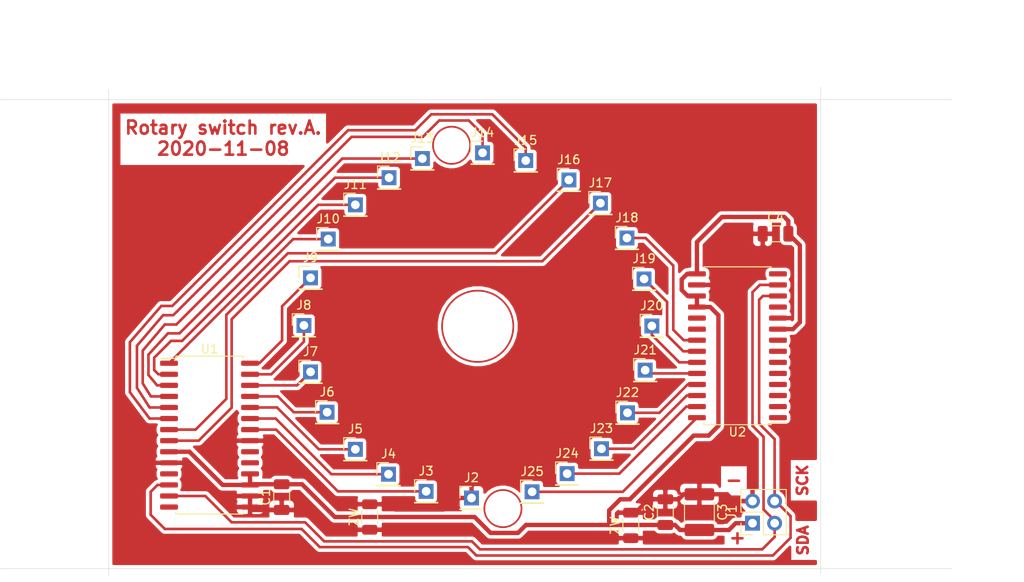
<source format=kicad_pcb>
(kicad_pcb (version 20171130) (host pcbnew "(5.1.7)-1")

  (general
    (thickness 1.6)
    (drawings 23)
    (tracks 230)
    (zones 0)
    (modules 33)
    (nets 28)
  )

  (page A4)
  (layers
    (0 F.Cu signal)
    (31 B.Cu signal)
    (32 B.Adhes user)
    (33 F.Adhes user)
    (34 B.Paste user)
    (35 F.Paste user)
    (36 B.SilkS user)
    (37 F.SilkS user)
    (38 B.Mask user)
    (39 F.Mask user)
    (40 Dwgs.User user)
    (41 Cmts.User user)
    (42 Eco1.User user)
    (43 Eco2.User user)
    (44 Edge.Cuts user)
    (45 Margin user)
    (46 B.CrtYd user)
    (47 F.CrtYd user)
    (48 B.Fab user)
    (49 F.Fab user)
  )

  (setup
    (last_trace_width 0.3)
    (user_trace_width 0.5)
    (trace_clearance 0.25)
    (zone_clearance 0.4)
    (zone_45_only yes)
    (trace_min 0.2)
    (via_size 0.8)
    (via_drill 0.4)
    (via_min_size 0.4)
    (via_min_drill 0.3)
    (uvia_size 0.3)
    (uvia_drill 0.1)
    (uvias_allowed no)
    (uvia_min_size 0.2)
    (uvia_min_drill 0.1)
    (edge_width 0.05)
    (segment_width 0.2)
    (pcb_text_width 0.3)
    (pcb_text_size 1.5 1.5)
    (mod_edge_width 0.12)
    (mod_text_size 1 1)
    (mod_text_width 0.15)
    (pad_size 1.125 1.75)
    (pad_drill 0)
    (pad_to_mask_clearance 0)
    (aux_axis_origin 0 0)
    (visible_elements 7FFFFFFF)
    (pcbplotparams
      (layerselection 0x010fc_ffffffff)
      (usegerberextensions false)
      (usegerberattributes true)
      (usegerberadvancedattributes true)
      (creategerberjobfile true)
      (excludeedgelayer true)
      (linewidth 0.100000)
      (plotframeref false)
      (viasonmask false)
      (mode 1)
      (useauxorigin false)
      (hpglpennumber 1)
      (hpglpenspeed 20)
      (hpglpendiameter 15.000000)
      (psnegative false)
      (psa4output false)
      (plotreference true)
      (plotvalue true)
      (plotinvisibletext false)
      (padsonsilk false)
      (subtractmaskfromsilk false)
      (outputformat 1)
      (mirror false)
      (drillshape 1)
      (scaleselection 1)
      (outputdirectory ""))
  )

  (net 0 "")
  (net 1 +5V)
  (net 2 GND)
  (net 3 /SDA)
  (net 4 /SCK)
  (net 5 /R_02)
  (net 6 /R_03)
  (net 7 /R_04)
  (net 8 /R_05)
  (net 9 /R_06)
  (net 10 /R_07)
  (net 11 /R_08)
  (net 12 /R_09)
  (net 13 /R_10)
  (net 14 /R_11)
  (net 15 /R_12)
  (net 16 /R_13)
  (net 17 /R_14)
  (net 18 /R_15)
  (net 19 /R_16)
  (net 20 /R_17)
  (net 21 /R_18)
  (net 22 /R_19)
  (net 23 /R_20)
  (net 24 /R_21)
  (net 25 /R_22)
  (net 26 /R_23)
  (net 27 /R_24)

  (net_class Default "This is the default net class."
    (clearance 0.25)
    (trace_width 0.3)
    (via_dia 0.8)
    (via_drill 0.4)
    (uvia_dia 0.3)
    (uvia_drill 0.1)
    (add_net +5V)
    (add_net /R_02)
    (add_net /R_03)
    (add_net /R_04)
    (add_net /R_05)
    (add_net /R_06)
    (add_net /R_07)
    (add_net /R_08)
    (add_net /R_09)
    (add_net /R_10)
    (add_net /R_11)
    (add_net /R_12)
    (add_net /R_13)
    (add_net /R_14)
    (add_net /R_15)
    (add_net /R_16)
    (add_net /R_17)
    (add_net /R_18)
    (add_net /R_19)
    (add_net /R_20)
    (add_net /R_21)
    (add_net /R_22)
    (add_net /R_23)
    (add_net /R_24)
    (add_net /SCK)
    (add_net /SDA)
    (add_net GND)
  )

  (module Resistor_SMD:R_1206_3216Metric (layer F.Cu) (tedit 5FAC2587) (tstamp 5FACE80E)
    (at 131.318 93.1164 90)
    (descr "Resistor SMD 1206 (3216 Metric), square (rectangular) end terminal, IPC_7351 nominal, (Body size source: IPC-SM-782 page 72, https://www.pcb-3d.com/wordpress/wp-content/uploads/ipc-sm-782a_amendment_1_and_2.pdf), generated with kicad-footprint-generator")
    (tags resistor)
    (attr smd)
    (fp_text reference ZW (at 0 -1.82 90) (layer F.SilkS)
      (effects (font (size 1 1) (thickness 0.15)))
    )
    (fp_text value R_1206_3216Metric (at 0 1.82 90) (layer F.Fab)
      (effects (font (size 1 1) (thickness 0.15)))
    )
    (fp_line (start 2.28 1.12) (end -2.28 1.12) (layer F.CrtYd) (width 0.05))
    (fp_line (start 2.28 -1.12) (end 2.28 1.12) (layer F.CrtYd) (width 0.05))
    (fp_line (start -2.28 -1.12) (end 2.28 -1.12) (layer F.CrtYd) (width 0.05))
    (fp_line (start -2.28 1.12) (end -2.28 -1.12) (layer F.CrtYd) (width 0.05))
    (fp_line (start -0.727064 0.91) (end 0.727064 0.91) (layer F.SilkS) (width 0.12))
    (fp_line (start -0.727064 -0.91) (end 0.727064 -0.91) (layer F.SilkS) (width 0.12))
    (fp_line (start 1.6 0.8) (end -1.6 0.8) (layer F.Fab) (width 0.1))
    (fp_line (start 1.6 -0.8) (end 1.6 0.8) (layer F.Fab) (width 0.1))
    (fp_line (start -1.6 -0.8) (end 1.6 -0.8) (layer F.Fab) (width 0.1))
    (fp_line (start -1.6 0.8) (end -1.6 -0.8) (layer F.Fab) (width 0.1))
    (fp_text user %R (at 0 0 90) (layer F.Fab)
      (effects (font (size 0.8 0.8) (thickness 0.12)))
    )
    (pad 1 smd roundrect (at -1.4625 0 90) (size 1.125 1.75) (layers F.Cu F.Paste F.Mask) (roundrect_rratio 0.222)
      (net 2 GND))
    (pad 2 smd roundrect (at 1.4625 0 90) (size 1.125 1.75) (layers F.Cu F.Paste F.Mask) (roundrect_rratio 0.222)
      (net 2 GND))
    (model ${KISYS3DMOD}/Resistor_SMD.3dshapes/R_1206_3216Metric.wrl
      (at (xyz 0 0 0))
      (scale (xyz 1 1 1))
      (rotate (xyz 0 0 0))
    )
  )

  (module Connector_PinHeader_2.54mm:PinHeader_2x02_P2.54mm_Vertical (layer F.Cu) (tedit 59FED5CC) (tstamp 5FA83B7C)
    (at 175.26 93.8276 90)
    (descr "Through hole straight pin header, 2x02, 2.54mm pitch, double rows")
    (tags "Through hole pin header THT 2x02 2.54mm double row")
    (path /5FA80D95)
    (fp_text reference J1 (at 1.27 -2.33 90) (layer F.SilkS)
      (effects (font (size 1 1) (thickness 0.15)))
    )
    (fp_text value CONN (at 1.27 4.87 90) (layer F.Fab)
      (effects (font (size 1 1) (thickness 0.15)))
    )
    (fp_line (start 0 -1.27) (end 3.81 -1.27) (layer F.Fab) (width 0.1))
    (fp_line (start 3.81 -1.27) (end 3.81 3.81) (layer F.Fab) (width 0.1))
    (fp_line (start 3.81 3.81) (end -1.27 3.81) (layer F.Fab) (width 0.1))
    (fp_line (start -1.27 3.81) (end -1.27 0) (layer F.Fab) (width 0.1))
    (fp_line (start -1.27 0) (end 0 -1.27) (layer F.Fab) (width 0.1))
    (fp_line (start -1.33 3.87) (end 3.87 3.87) (layer F.SilkS) (width 0.12))
    (fp_line (start -1.33 1.27) (end -1.33 3.87) (layer F.SilkS) (width 0.12))
    (fp_line (start 3.87 -1.33) (end 3.87 3.87) (layer F.SilkS) (width 0.12))
    (fp_line (start -1.33 1.27) (end 1.27 1.27) (layer F.SilkS) (width 0.12))
    (fp_line (start 1.27 1.27) (end 1.27 -1.33) (layer F.SilkS) (width 0.12))
    (fp_line (start 1.27 -1.33) (end 3.87 -1.33) (layer F.SilkS) (width 0.12))
    (fp_line (start -1.33 0) (end -1.33 -1.33) (layer F.SilkS) (width 0.12))
    (fp_line (start -1.33 -1.33) (end 0 -1.33) (layer F.SilkS) (width 0.12))
    (fp_line (start -1.8 -1.8) (end -1.8 4.35) (layer F.CrtYd) (width 0.05))
    (fp_line (start -1.8 4.35) (end 4.35 4.35) (layer F.CrtYd) (width 0.05))
    (fp_line (start 4.35 4.35) (end 4.35 -1.8) (layer F.CrtYd) (width 0.05))
    (fp_line (start 4.35 -1.8) (end -1.8 -1.8) (layer F.CrtYd) (width 0.05))
    (fp_text user %R (at 1.27 1.27 180) (layer F.Fab)
      (effects (font (size 1 1) (thickness 0.15)))
    )
    (pad 1 thru_hole rect (at 0 0 90) (size 1.7 1.7) (drill 1) (layers *.Cu *.Mask)
      (net 1 +5V))
    (pad 2 thru_hole oval (at 2.54 0 90) (size 1.7 1.7) (drill 1) (layers *.Cu *.Mask)
      (net 2 GND))
    (pad 3 thru_hole oval (at 0 2.54 90) (size 1.7 1.7) (drill 1) (layers *.Cu *.Mask)
      (net 3 /SDA))
    (pad 4 thru_hole oval (at 2.54 2.54 90) (size 1.7 1.7) (drill 1) (layers *.Cu *.Mask)
      (net 4 /SCK))
    (model ${KISYS3DMOD}/Connector_PinHeader_2.54mm.3dshapes/PinHeader_2x02_P2.54mm_Vertical.wrl
      (at (xyz 0 0 0))
      (scale (xyz 1 1 1))
      (rotate (xyz 0 0 0))
    )
  )

  (module Connector_PinHeader_2.54mm:PinHeader_1x01_P2.54mm_Vertical (layer F.Cu) (tedit 59FED5CC) (tstamp 5FA83B91)
    (at 143.002 90.932)
    (descr "Through hole straight pin header, 1x01, 2.54mm pitch, single row")
    (tags "Through hole pin header THT 1x01 2.54mm single row")
    (path /5FA87AA1)
    (fp_text reference J2 (at 0 -2.33) (layer F.SilkS)
      (effects (font (size 1 1) (thickness 0.15)))
    )
    (fp_text value Conn_01x01 (at 0 2.33) (layer F.Fab)
      (effects (font (size 1 1) (thickness 0.15)))
    )
    (fp_line (start 1.8 -1.8) (end -1.8 -1.8) (layer F.CrtYd) (width 0.05))
    (fp_line (start 1.8 1.8) (end 1.8 -1.8) (layer F.CrtYd) (width 0.05))
    (fp_line (start -1.8 1.8) (end 1.8 1.8) (layer F.CrtYd) (width 0.05))
    (fp_line (start -1.8 -1.8) (end -1.8 1.8) (layer F.CrtYd) (width 0.05))
    (fp_line (start -1.33 -1.33) (end 0 -1.33) (layer F.SilkS) (width 0.12))
    (fp_line (start -1.33 0) (end -1.33 -1.33) (layer F.SilkS) (width 0.12))
    (fp_line (start -1.33 1.27) (end 1.33 1.27) (layer F.SilkS) (width 0.12))
    (fp_line (start 1.33 1.27) (end 1.33 1.33) (layer F.SilkS) (width 0.12))
    (fp_line (start -1.33 1.27) (end -1.33 1.33) (layer F.SilkS) (width 0.12))
    (fp_line (start -1.33 1.33) (end 1.33 1.33) (layer F.SilkS) (width 0.12))
    (fp_line (start -1.27 -0.635) (end -0.635 -1.27) (layer F.Fab) (width 0.1))
    (fp_line (start -1.27 1.27) (end -1.27 -0.635) (layer F.Fab) (width 0.1))
    (fp_line (start 1.27 1.27) (end -1.27 1.27) (layer F.Fab) (width 0.1))
    (fp_line (start 1.27 -1.27) (end 1.27 1.27) (layer F.Fab) (width 0.1))
    (fp_line (start -0.635 -1.27) (end 1.27 -1.27) (layer F.Fab) (width 0.1))
    (fp_text user %R (at 0 0 90) (layer F.Fab)
      (effects (font (size 1 1) (thickness 0.15)))
    )
    (pad 1 thru_hole rect (at 0 0) (size 1.7 1.7) (drill 1) (layers *.Cu *.Mask)
      (net 2 GND))
    (model ${KISYS3DMOD}/Connector_PinHeader_2.54mm.3dshapes/PinHeader_1x01_P2.54mm_Vertical.wrl
      (at (xyz 0 0 0))
      (scale (xyz 1 1 1))
      (rotate (xyz 0 0 0))
    )
  )

  (module Connector_PinHeader_2.54mm:PinHeader_1x01_P2.54mm_Vertical (layer F.Cu) (tedit 59FED5CC) (tstamp 5FA83BA6)
    (at 137.795 90.17)
    (descr "Through hole straight pin header, 1x01, 2.54mm pitch, single row")
    (tags "Through hole pin header THT 1x01 2.54mm single row")
    (path /5FA89CA4)
    (fp_text reference J3 (at 0 -2.33) (layer F.SilkS)
      (effects (font (size 1 1) (thickness 0.15)))
    )
    (fp_text value Conn_01x01 (at 0 2.33) (layer F.Fab)
      (effects (font (size 1 1) (thickness 0.15)))
    )
    (fp_line (start -0.635 -1.27) (end 1.27 -1.27) (layer F.Fab) (width 0.1))
    (fp_line (start 1.27 -1.27) (end 1.27 1.27) (layer F.Fab) (width 0.1))
    (fp_line (start 1.27 1.27) (end -1.27 1.27) (layer F.Fab) (width 0.1))
    (fp_line (start -1.27 1.27) (end -1.27 -0.635) (layer F.Fab) (width 0.1))
    (fp_line (start -1.27 -0.635) (end -0.635 -1.27) (layer F.Fab) (width 0.1))
    (fp_line (start -1.33 1.33) (end 1.33 1.33) (layer F.SilkS) (width 0.12))
    (fp_line (start -1.33 1.27) (end -1.33 1.33) (layer F.SilkS) (width 0.12))
    (fp_line (start 1.33 1.27) (end 1.33 1.33) (layer F.SilkS) (width 0.12))
    (fp_line (start -1.33 1.27) (end 1.33 1.27) (layer F.SilkS) (width 0.12))
    (fp_line (start -1.33 0) (end -1.33 -1.33) (layer F.SilkS) (width 0.12))
    (fp_line (start -1.33 -1.33) (end 0 -1.33) (layer F.SilkS) (width 0.12))
    (fp_line (start -1.8 -1.8) (end -1.8 1.8) (layer F.CrtYd) (width 0.05))
    (fp_line (start -1.8 1.8) (end 1.8 1.8) (layer F.CrtYd) (width 0.05))
    (fp_line (start 1.8 1.8) (end 1.8 -1.8) (layer F.CrtYd) (width 0.05))
    (fp_line (start 1.8 -1.8) (end -1.8 -1.8) (layer F.CrtYd) (width 0.05))
    (fp_text user %R (at 0 0 90) (layer F.Fab)
      (effects (font (size 1 1) (thickness 0.15)))
    )
    (pad 1 thru_hole rect (at 0 0) (size 1.7 1.7) (drill 1) (layers *.Cu *.Mask)
      (net 5 /R_02))
    (model ${KISYS3DMOD}/Connector_PinHeader_2.54mm.3dshapes/PinHeader_1x01_P2.54mm_Vertical.wrl
      (at (xyz 0 0 0))
      (scale (xyz 1 1 1))
      (rotate (xyz 0 0 0))
    )
  )

  (module Connector_PinHeader_2.54mm:PinHeader_1x01_P2.54mm_Vertical (layer F.Cu) (tedit 59FED5CC) (tstamp 5FA83BBB)
    (at 133.477 88.2015)
    (descr "Through hole straight pin header, 1x01, 2.54mm pitch, single row")
    (tags "Through hole pin header THT 1x01 2.54mm single row")
    (path /5FA89E23)
    (fp_text reference J4 (at 0 -2.33) (layer F.SilkS)
      (effects (font (size 1 1) (thickness 0.15)))
    )
    (fp_text value Conn_01x01 (at 0 2.33) (layer F.Fab)
      (effects (font (size 1 1) (thickness 0.15)))
    )
    (fp_line (start 1.8 -1.8) (end -1.8 -1.8) (layer F.CrtYd) (width 0.05))
    (fp_line (start 1.8 1.8) (end 1.8 -1.8) (layer F.CrtYd) (width 0.05))
    (fp_line (start -1.8 1.8) (end 1.8 1.8) (layer F.CrtYd) (width 0.05))
    (fp_line (start -1.8 -1.8) (end -1.8 1.8) (layer F.CrtYd) (width 0.05))
    (fp_line (start -1.33 -1.33) (end 0 -1.33) (layer F.SilkS) (width 0.12))
    (fp_line (start -1.33 0) (end -1.33 -1.33) (layer F.SilkS) (width 0.12))
    (fp_line (start -1.33 1.27) (end 1.33 1.27) (layer F.SilkS) (width 0.12))
    (fp_line (start 1.33 1.27) (end 1.33 1.33) (layer F.SilkS) (width 0.12))
    (fp_line (start -1.33 1.27) (end -1.33 1.33) (layer F.SilkS) (width 0.12))
    (fp_line (start -1.33 1.33) (end 1.33 1.33) (layer F.SilkS) (width 0.12))
    (fp_line (start -1.27 -0.635) (end -0.635 -1.27) (layer F.Fab) (width 0.1))
    (fp_line (start -1.27 1.27) (end -1.27 -0.635) (layer F.Fab) (width 0.1))
    (fp_line (start 1.27 1.27) (end -1.27 1.27) (layer F.Fab) (width 0.1))
    (fp_line (start 1.27 -1.27) (end 1.27 1.27) (layer F.Fab) (width 0.1))
    (fp_line (start -0.635 -1.27) (end 1.27 -1.27) (layer F.Fab) (width 0.1))
    (fp_text user %R (at 0 0 90) (layer F.Fab)
      (effects (font (size 1 1) (thickness 0.15)))
    )
    (pad 1 thru_hole rect (at 0 0) (size 1.7 1.7) (drill 1) (layers *.Cu *.Mask)
      (net 6 /R_03))
    (model ${KISYS3DMOD}/Connector_PinHeader_2.54mm.3dshapes/PinHeader_1x01_P2.54mm_Vertical.wrl
      (at (xyz 0 0 0))
      (scale (xyz 1 1 1))
      (rotate (xyz 0 0 0))
    )
  )

  (module Connector_PinHeader_2.54mm:PinHeader_1x01_P2.54mm_Vertical (layer F.Cu) (tedit 59FED5CC) (tstamp 5FA83BD0)
    (at 129.667 85.344)
    (descr "Through hole straight pin header, 1x01, 2.54mm pitch, single row")
    (tags "Through hole pin header THT 1x01 2.54mm single row")
    (path /5FA89F87)
    (fp_text reference J5 (at 0 -2.33) (layer F.SilkS)
      (effects (font (size 1 1) (thickness 0.15)))
    )
    (fp_text value Conn_01x01 (at 0 2.33) (layer F.Fab)
      (effects (font (size 1 1) (thickness 0.15)))
    )
    (fp_line (start -0.635 -1.27) (end 1.27 -1.27) (layer F.Fab) (width 0.1))
    (fp_line (start 1.27 -1.27) (end 1.27 1.27) (layer F.Fab) (width 0.1))
    (fp_line (start 1.27 1.27) (end -1.27 1.27) (layer F.Fab) (width 0.1))
    (fp_line (start -1.27 1.27) (end -1.27 -0.635) (layer F.Fab) (width 0.1))
    (fp_line (start -1.27 -0.635) (end -0.635 -1.27) (layer F.Fab) (width 0.1))
    (fp_line (start -1.33 1.33) (end 1.33 1.33) (layer F.SilkS) (width 0.12))
    (fp_line (start -1.33 1.27) (end -1.33 1.33) (layer F.SilkS) (width 0.12))
    (fp_line (start 1.33 1.27) (end 1.33 1.33) (layer F.SilkS) (width 0.12))
    (fp_line (start -1.33 1.27) (end 1.33 1.27) (layer F.SilkS) (width 0.12))
    (fp_line (start -1.33 0) (end -1.33 -1.33) (layer F.SilkS) (width 0.12))
    (fp_line (start -1.33 -1.33) (end 0 -1.33) (layer F.SilkS) (width 0.12))
    (fp_line (start -1.8 -1.8) (end -1.8 1.8) (layer F.CrtYd) (width 0.05))
    (fp_line (start -1.8 1.8) (end 1.8 1.8) (layer F.CrtYd) (width 0.05))
    (fp_line (start 1.8 1.8) (end 1.8 -1.8) (layer F.CrtYd) (width 0.05))
    (fp_line (start 1.8 -1.8) (end -1.8 -1.8) (layer F.CrtYd) (width 0.05))
    (fp_text user %R (at 0 0 90) (layer F.Fab)
      (effects (font (size 1 1) (thickness 0.15)))
    )
    (pad 1 thru_hole rect (at 0 0) (size 1.7 1.7) (drill 1) (layers *.Cu *.Mask)
      (net 7 /R_04))
    (model ${KISYS3DMOD}/Connector_PinHeader_2.54mm.3dshapes/PinHeader_1x01_P2.54mm_Vertical.wrl
      (at (xyz 0 0 0))
      (scale (xyz 1 1 1))
      (rotate (xyz 0 0 0))
    )
  )

  (module Connector_PinHeader_2.54mm:PinHeader_1x01_P2.54mm_Vertical (layer F.Cu) (tedit 59FED5CC) (tstamp 5FA83BE5)
    (at 126.4285 81.0895)
    (descr "Through hole straight pin header, 1x01, 2.54mm pitch, single row")
    (tags "Through hole pin header THT 1x01 2.54mm single row")
    (path /5FA8A91F)
    (fp_text reference J6 (at 0 -2.33) (layer F.SilkS)
      (effects (font (size 1 1) (thickness 0.15)))
    )
    (fp_text value Conn_01x01 (at 0 2.33) (layer F.Fab)
      (effects (font (size 1 1) (thickness 0.15)))
    )
    (fp_line (start 1.8 -1.8) (end -1.8 -1.8) (layer F.CrtYd) (width 0.05))
    (fp_line (start 1.8 1.8) (end 1.8 -1.8) (layer F.CrtYd) (width 0.05))
    (fp_line (start -1.8 1.8) (end 1.8 1.8) (layer F.CrtYd) (width 0.05))
    (fp_line (start -1.8 -1.8) (end -1.8 1.8) (layer F.CrtYd) (width 0.05))
    (fp_line (start -1.33 -1.33) (end 0 -1.33) (layer F.SilkS) (width 0.12))
    (fp_line (start -1.33 0) (end -1.33 -1.33) (layer F.SilkS) (width 0.12))
    (fp_line (start -1.33 1.27) (end 1.33 1.27) (layer F.SilkS) (width 0.12))
    (fp_line (start 1.33 1.27) (end 1.33 1.33) (layer F.SilkS) (width 0.12))
    (fp_line (start -1.33 1.27) (end -1.33 1.33) (layer F.SilkS) (width 0.12))
    (fp_line (start -1.33 1.33) (end 1.33 1.33) (layer F.SilkS) (width 0.12))
    (fp_line (start -1.27 -0.635) (end -0.635 -1.27) (layer F.Fab) (width 0.1))
    (fp_line (start -1.27 1.27) (end -1.27 -0.635) (layer F.Fab) (width 0.1))
    (fp_line (start 1.27 1.27) (end -1.27 1.27) (layer F.Fab) (width 0.1))
    (fp_line (start 1.27 -1.27) (end 1.27 1.27) (layer F.Fab) (width 0.1))
    (fp_line (start -0.635 -1.27) (end 1.27 -1.27) (layer F.Fab) (width 0.1))
    (fp_text user %R (at 0 0 90) (layer F.Fab)
      (effects (font (size 1 1) (thickness 0.15)))
    )
    (pad 1 thru_hole rect (at 0 0) (size 1.7 1.7) (drill 1) (layers *.Cu *.Mask)
      (net 8 /R_05))
    (model ${KISYS3DMOD}/Connector_PinHeader_2.54mm.3dshapes/PinHeader_1x01_P2.54mm_Vertical.wrl
      (at (xyz 0 0 0))
      (scale (xyz 1 1 1))
      (rotate (xyz 0 0 0))
    )
  )

  (module Connector_PinHeader_2.54mm:PinHeader_1x01_P2.54mm_Vertical (layer F.Cu) (tedit 59FED5CC) (tstamp 5FA83BFA)
    (at 124.5235 76.454)
    (descr "Through hole straight pin header, 1x01, 2.54mm pitch, single row")
    (tags "Through hole pin header THT 1x01 2.54mm single row")
    (path /5FA8AAA3)
    (fp_text reference J7 (at 0 -2.33) (layer F.SilkS)
      (effects (font (size 1 1) (thickness 0.15)))
    )
    (fp_text value Conn_01x01 (at 0 2.33) (layer F.Fab)
      (effects (font (size 1 1) (thickness 0.15)))
    )
    (fp_line (start -0.635 -1.27) (end 1.27 -1.27) (layer F.Fab) (width 0.1))
    (fp_line (start 1.27 -1.27) (end 1.27 1.27) (layer F.Fab) (width 0.1))
    (fp_line (start 1.27 1.27) (end -1.27 1.27) (layer F.Fab) (width 0.1))
    (fp_line (start -1.27 1.27) (end -1.27 -0.635) (layer F.Fab) (width 0.1))
    (fp_line (start -1.27 -0.635) (end -0.635 -1.27) (layer F.Fab) (width 0.1))
    (fp_line (start -1.33 1.33) (end 1.33 1.33) (layer F.SilkS) (width 0.12))
    (fp_line (start -1.33 1.27) (end -1.33 1.33) (layer F.SilkS) (width 0.12))
    (fp_line (start 1.33 1.27) (end 1.33 1.33) (layer F.SilkS) (width 0.12))
    (fp_line (start -1.33 1.27) (end 1.33 1.27) (layer F.SilkS) (width 0.12))
    (fp_line (start -1.33 0) (end -1.33 -1.33) (layer F.SilkS) (width 0.12))
    (fp_line (start -1.33 -1.33) (end 0 -1.33) (layer F.SilkS) (width 0.12))
    (fp_line (start -1.8 -1.8) (end -1.8 1.8) (layer F.CrtYd) (width 0.05))
    (fp_line (start -1.8 1.8) (end 1.8 1.8) (layer F.CrtYd) (width 0.05))
    (fp_line (start 1.8 1.8) (end 1.8 -1.8) (layer F.CrtYd) (width 0.05))
    (fp_line (start 1.8 -1.8) (end -1.8 -1.8) (layer F.CrtYd) (width 0.05))
    (fp_text user %R (at 0 0 90) (layer F.Fab)
      (effects (font (size 1 1) (thickness 0.15)))
    )
    (pad 1 thru_hole rect (at 0 0) (size 1.7 1.7) (drill 1) (layers *.Cu *.Mask)
      (net 9 /R_06))
    (model ${KISYS3DMOD}/Connector_PinHeader_2.54mm.3dshapes/PinHeader_1x01_P2.54mm_Vertical.wrl
      (at (xyz 0 0 0))
      (scale (xyz 1 1 1))
      (rotate (xyz 0 0 0))
    )
  )

  (module Connector_PinHeader_2.54mm:PinHeader_1x01_P2.54mm_Vertical (layer F.Cu) (tedit 59FED5CC) (tstamp 5FA83C0F)
    (at 123.7615 71.12)
    (descr "Through hole straight pin header, 1x01, 2.54mm pitch, single row")
    (tags "Through hole pin header THT 1x01 2.54mm single row")
    (path /5FA8AAAF)
    (fp_text reference J8 (at 0 -2.33) (layer F.SilkS)
      (effects (font (size 1 1) (thickness 0.15)))
    )
    (fp_text value Conn_01x01 (at 0 2.33) (layer F.Fab)
      (effects (font (size 1 1) (thickness 0.15)))
    )
    (fp_line (start 1.8 -1.8) (end -1.8 -1.8) (layer F.CrtYd) (width 0.05))
    (fp_line (start 1.8 1.8) (end 1.8 -1.8) (layer F.CrtYd) (width 0.05))
    (fp_line (start -1.8 1.8) (end 1.8 1.8) (layer F.CrtYd) (width 0.05))
    (fp_line (start -1.8 -1.8) (end -1.8 1.8) (layer F.CrtYd) (width 0.05))
    (fp_line (start -1.33 -1.33) (end 0 -1.33) (layer F.SilkS) (width 0.12))
    (fp_line (start -1.33 0) (end -1.33 -1.33) (layer F.SilkS) (width 0.12))
    (fp_line (start -1.33 1.27) (end 1.33 1.27) (layer F.SilkS) (width 0.12))
    (fp_line (start 1.33 1.27) (end 1.33 1.33) (layer F.SilkS) (width 0.12))
    (fp_line (start -1.33 1.27) (end -1.33 1.33) (layer F.SilkS) (width 0.12))
    (fp_line (start -1.33 1.33) (end 1.33 1.33) (layer F.SilkS) (width 0.12))
    (fp_line (start -1.27 -0.635) (end -0.635 -1.27) (layer F.Fab) (width 0.1))
    (fp_line (start -1.27 1.27) (end -1.27 -0.635) (layer F.Fab) (width 0.1))
    (fp_line (start 1.27 1.27) (end -1.27 1.27) (layer F.Fab) (width 0.1))
    (fp_line (start 1.27 -1.27) (end 1.27 1.27) (layer F.Fab) (width 0.1))
    (fp_line (start -0.635 -1.27) (end 1.27 -1.27) (layer F.Fab) (width 0.1))
    (fp_text user %R (at 0 0 90) (layer F.Fab)
      (effects (font (size 1 1) (thickness 0.15)))
    )
    (pad 1 thru_hole rect (at 0 0) (size 1.7 1.7) (drill 1) (layers *.Cu *.Mask)
      (net 10 /R_07))
    (model ${KISYS3DMOD}/Connector_PinHeader_2.54mm.3dshapes/PinHeader_1x01_P2.54mm_Vertical.wrl
      (at (xyz 0 0 0))
      (scale (xyz 1 1 1))
      (rotate (xyz 0 0 0))
    )
  )

  (module Connector_PinHeader_2.54mm:PinHeader_1x01_P2.54mm_Vertical (layer F.Cu) (tedit 59FED5CC) (tstamp 5FA83C24)
    (at 124.5235 65.659)
    (descr "Through hole straight pin header, 1x01, 2.54mm pitch, single row")
    (tags "Through hole pin header THT 1x01 2.54mm single row")
    (path /5FA8AABB)
    (fp_text reference J9 (at 0 -2.33) (layer F.SilkS)
      (effects (font (size 1 1) (thickness 0.15)))
    )
    (fp_text value Conn_01x01 (at 0 2.33) (layer F.Fab)
      (effects (font (size 1 1) (thickness 0.15)))
    )
    (fp_line (start -0.635 -1.27) (end 1.27 -1.27) (layer F.Fab) (width 0.1))
    (fp_line (start 1.27 -1.27) (end 1.27 1.27) (layer F.Fab) (width 0.1))
    (fp_line (start 1.27 1.27) (end -1.27 1.27) (layer F.Fab) (width 0.1))
    (fp_line (start -1.27 1.27) (end -1.27 -0.635) (layer F.Fab) (width 0.1))
    (fp_line (start -1.27 -0.635) (end -0.635 -1.27) (layer F.Fab) (width 0.1))
    (fp_line (start -1.33 1.33) (end 1.33 1.33) (layer F.SilkS) (width 0.12))
    (fp_line (start -1.33 1.27) (end -1.33 1.33) (layer F.SilkS) (width 0.12))
    (fp_line (start 1.33 1.27) (end 1.33 1.33) (layer F.SilkS) (width 0.12))
    (fp_line (start -1.33 1.27) (end 1.33 1.27) (layer F.SilkS) (width 0.12))
    (fp_line (start -1.33 0) (end -1.33 -1.33) (layer F.SilkS) (width 0.12))
    (fp_line (start -1.33 -1.33) (end 0 -1.33) (layer F.SilkS) (width 0.12))
    (fp_line (start -1.8 -1.8) (end -1.8 1.8) (layer F.CrtYd) (width 0.05))
    (fp_line (start -1.8 1.8) (end 1.8 1.8) (layer F.CrtYd) (width 0.05))
    (fp_line (start 1.8 1.8) (end 1.8 -1.8) (layer F.CrtYd) (width 0.05))
    (fp_line (start 1.8 -1.8) (end -1.8 -1.8) (layer F.CrtYd) (width 0.05))
    (fp_text user %R (at 0 0 90) (layer F.Fab)
      (effects (font (size 1 1) (thickness 0.15)))
    )
    (pad 1 thru_hole rect (at 0 0) (size 1.7 1.7) (drill 1) (layers *.Cu *.Mask)
      (net 11 /R_08))
    (model ${KISYS3DMOD}/Connector_PinHeader_2.54mm.3dshapes/PinHeader_1x01_P2.54mm_Vertical.wrl
      (at (xyz 0 0 0))
      (scale (xyz 1 1 1))
      (rotate (xyz 0 0 0))
    )
  )

  (module Connector_PinHeader_2.54mm:PinHeader_1x01_P2.54mm_Vertical (layer F.Cu) (tedit 59FED5CC) (tstamp 5FA83C39)
    (at 126.5555 61.214)
    (descr "Through hole straight pin header, 1x01, 2.54mm pitch, single row")
    (tags "Through hole pin header THT 1x01 2.54mm single row")
    (path /5FA8BBFB)
    (fp_text reference J10 (at 0 -2.33) (layer F.SilkS)
      (effects (font (size 1 1) (thickness 0.15)))
    )
    (fp_text value Conn_01x01 (at 0 2.33) (layer F.Fab)
      (effects (font (size 1 1) (thickness 0.15)))
    )
    (fp_line (start 1.8 -1.8) (end -1.8 -1.8) (layer F.CrtYd) (width 0.05))
    (fp_line (start 1.8 1.8) (end 1.8 -1.8) (layer F.CrtYd) (width 0.05))
    (fp_line (start -1.8 1.8) (end 1.8 1.8) (layer F.CrtYd) (width 0.05))
    (fp_line (start -1.8 -1.8) (end -1.8 1.8) (layer F.CrtYd) (width 0.05))
    (fp_line (start -1.33 -1.33) (end 0 -1.33) (layer F.SilkS) (width 0.12))
    (fp_line (start -1.33 0) (end -1.33 -1.33) (layer F.SilkS) (width 0.12))
    (fp_line (start -1.33 1.27) (end 1.33 1.27) (layer F.SilkS) (width 0.12))
    (fp_line (start 1.33 1.27) (end 1.33 1.33) (layer F.SilkS) (width 0.12))
    (fp_line (start -1.33 1.27) (end -1.33 1.33) (layer F.SilkS) (width 0.12))
    (fp_line (start -1.33 1.33) (end 1.33 1.33) (layer F.SilkS) (width 0.12))
    (fp_line (start -1.27 -0.635) (end -0.635 -1.27) (layer F.Fab) (width 0.1))
    (fp_line (start -1.27 1.27) (end -1.27 -0.635) (layer F.Fab) (width 0.1))
    (fp_line (start 1.27 1.27) (end -1.27 1.27) (layer F.Fab) (width 0.1))
    (fp_line (start 1.27 -1.27) (end 1.27 1.27) (layer F.Fab) (width 0.1))
    (fp_line (start -0.635 -1.27) (end 1.27 -1.27) (layer F.Fab) (width 0.1))
    (fp_text user %R (at 0 0 90) (layer F.Fab)
      (effects (font (size 1 1) (thickness 0.15)))
    )
    (pad 1 thru_hole rect (at 0 0) (size 1.7 1.7) (drill 1) (layers *.Cu *.Mask)
      (net 12 /R_09))
    (model ${KISYS3DMOD}/Connector_PinHeader_2.54mm.3dshapes/PinHeader_1x01_P2.54mm_Vertical.wrl
      (at (xyz 0 0 0))
      (scale (xyz 1 1 1))
      (rotate (xyz 0 0 0))
    )
  )

  (module Connector_PinHeader_2.54mm:PinHeader_1x01_P2.54mm_Vertical (layer F.Cu) (tedit 59FED5CC) (tstamp 5FA83C4E)
    (at 129.667 57.277)
    (descr "Through hole straight pin header, 1x01, 2.54mm pitch, single row")
    (tags "Through hole pin header THT 1x01 2.54mm single row")
    (path /5FA8BDBF)
    (fp_text reference J11 (at 0 -2.33) (layer F.SilkS)
      (effects (font (size 1 1) (thickness 0.15)))
    )
    (fp_text value Conn_01x01 (at 0 2.33) (layer F.Fab)
      (effects (font (size 1 1) (thickness 0.15)))
    )
    (fp_line (start -0.635 -1.27) (end 1.27 -1.27) (layer F.Fab) (width 0.1))
    (fp_line (start 1.27 -1.27) (end 1.27 1.27) (layer F.Fab) (width 0.1))
    (fp_line (start 1.27 1.27) (end -1.27 1.27) (layer F.Fab) (width 0.1))
    (fp_line (start -1.27 1.27) (end -1.27 -0.635) (layer F.Fab) (width 0.1))
    (fp_line (start -1.27 -0.635) (end -0.635 -1.27) (layer F.Fab) (width 0.1))
    (fp_line (start -1.33 1.33) (end 1.33 1.33) (layer F.SilkS) (width 0.12))
    (fp_line (start -1.33 1.27) (end -1.33 1.33) (layer F.SilkS) (width 0.12))
    (fp_line (start 1.33 1.27) (end 1.33 1.33) (layer F.SilkS) (width 0.12))
    (fp_line (start -1.33 1.27) (end 1.33 1.27) (layer F.SilkS) (width 0.12))
    (fp_line (start -1.33 0) (end -1.33 -1.33) (layer F.SilkS) (width 0.12))
    (fp_line (start -1.33 -1.33) (end 0 -1.33) (layer F.SilkS) (width 0.12))
    (fp_line (start -1.8 -1.8) (end -1.8 1.8) (layer F.CrtYd) (width 0.05))
    (fp_line (start -1.8 1.8) (end 1.8 1.8) (layer F.CrtYd) (width 0.05))
    (fp_line (start 1.8 1.8) (end 1.8 -1.8) (layer F.CrtYd) (width 0.05))
    (fp_line (start 1.8 -1.8) (end -1.8 -1.8) (layer F.CrtYd) (width 0.05))
    (fp_text user %R (at 0 0 90) (layer F.Fab)
      (effects (font (size 1 1) (thickness 0.15)))
    )
    (pad 1 thru_hole rect (at 0 0) (size 1.7 1.7) (drill 1) (layers *.Cu *.Mask)
      (net 13 /R_10))
    (model ${KISYS3DMOD}/Connector_PinHeader_2.54mm.3dshapes/PinHeader_1x01_P2.54mm_Vertical.wrl
      (at (xyz 0 0 0))
      (scale (xyz 1 1 1))
      (rotate (xyz 0 0 0))
    )
  )

  (module Connector_PinHeader_2.54mm:PinHeader_1x01_P2.54mm_Vertical (layer F.Cu) (tedit 59FED5CC) (tstamp 5FA83C63)
    (at 133.5405 54.1655)
    (descr "Through hole straight pin header, 1x01, 2.54mm pitch, single row")
    (tags "Through hole pin header THT 1x01 2.54mm single row")
    (path /5FA8BDCB)
    (fp_text reference J12 (at 0 -2.33) (layer F.SilkS)
      (effects (font (size 1 1) (thickness 0.15)))
    )
    (fp_text value Conn_01x01 (at 0 2.33) (layer F.Fab)
      (effects (font (size 1 1) (thickness 0.15)))
    )
    (fp_line (start 1.8 -1.8) (end -1.8 -1.8) (layer F.CrtYd) (width 0.05))
    (fp_line (start 1.8 1.8) (end 1.8 -1.8) (layer F.CrtYd) (width 0.05))
    (fp_line (start -1.8 1.8) (end 1.8 1.8) (layer F.CrtYd) (width 0.05))
    (fp_line (start -1.8 -1.8) (end -1.8 1.8) (layer F.CrtYd) (width 0.05))
    (fp_line (start -1.33 -1.33) (end 0 -1.33) (layer F.SilkS) (width 0.12))
    (fp_line (start -1.33 0) (end -1.33 -1.33) (layer F.SilkS) (width 0.12))
    (fp_line (start -1.33 1.27) (end 1.33 1.27) (layer F.SilkS) (width 0.12))
    (fp_line (start 1.33 1.27) (end 1.33 1.33) (layer F.SilkS) (width 0.12))
    (fp_line (start -1.33 1.27) (end -1.33 1.33) (layer F.SilkS) (width 0.12))
    (fp_line (start -1.33 1.33) (end 1.33 1.33) (layer F.SilkS) (width 0.12))
    (fp_line (start -1.27 -0.635) (end -0.635 -1.27) (layer F.Fab) (width 0.1))
    (fp_line (start -1.27 1.27) (end -1.27 -0.635) (layer F.Fab) (width 0.1))
    (fp_line (start 1.27 1.27) (end -1.27 1.27) (layer F.Fab) (width 0.1))
    (fp_line (start 1.27 -1.27) (end 1.27 1.27) (layer F.Fab) (width 0.1))
    (fp_line (start -0.635 -1.27) (end 1.27 -1.27) (layer F.Fab) (width 0.1))
    (fp_text user %R (at 0 0 90) (layer F.Fab)
      (effects (font (size 1 1) (thickness 0.15)))
    )
    (pad 1 thru_hole rect (at 0 0) (size 1.7 1.7) (drill 1) (layers *.Cu *.Mask)
      (net 14 /R_11))
    (model ${KISYS3DMOD}/Connector_PinHeader_2.54mm.3dshapes/PinHeader_1x01_P2.54mm_Vertical.wrl
      (at (xyz 0 0 0))
      (scale (xyz 1 1 1))
      (rotate (xyz 0 0 0))
    )
  )

  (module Connector_PinHeader_2.54mm:PinHeader_1x01_P2.54mm_Vertical (layer F.Cu) (tedit 59FED5CC) (tstamp 5FA83C78)
    (at 137.3632 51.9684)
    (descr "Through hole straight pin header, 1x01, 2.54mm pitch, single row")
    (tags "Through hole pin header THT 1x01 2.54mm single row")
    (path /5FA8BDD7)
    (fp_text reference J13 (at 0 -2.33) (layer F.SilkS)
      (effects (font (size 1 1) (thickness 0.15)))
    )
    (fp_text value Conn_01x01 (at 0 2.33) (layer F.Fab)
      (effects (font (size 1 1) (thickness 0.15)))
    )
    (fp_line (start -0.635 -1.27) (end 1.27 -1.27) (layer F.Fab) (width 0.1))
    (fp_line (start 1.27 -1.27) (end 1.27 1.27) (layer F.Fab) (width 0.1))
    (fp_line (start 1.27 1.27) (end -1.27 1.27) (layer F.Fab) (width 0.1))
    (fp_line (start -1.27 1.27) (end -1.27 -0.635) (layer F.Fab) (width 0.1))
    (fp_line (start -1.27 -0.635) (end -0.635 -1.27) (layer F.Fab) (width 0.1))
    (fp_line (start -1.33 1.33) (end 1.33 1.33) (layer F.SilkS) (width 0.12))
    (fp_line (start -1.33 1.27) (end -1.33 1.33) (layer F.SilkS) (width 0.12))
    (fp_line (start 1.33 1.27) (end 1.33 1.33) (layer F.SilkS) (width 0.12))
    (fp_line (start -1.33 1.27) (end 1.33 1.27) (layer F.SilkS) (width 0.12))
    (fp_line (start -1.33 0) (end -1.33 -1.33) (layer F.SilkS) (width 0.12))
    (fp_line (start -1.33 -1.33) (end 0 -1.33) (layer F.SilkS) (width 0.12))
    (fp_line (start -1.8 -1.8) (end -1.8 1.8) (layer F.CrtYd) (width 0.05))
    (fp_line (start -1.8 1.8) (end 1.8 1.8) (layer F.CrtYd) (width 0.05))
    (fp_line (start 1.8 1.8) (end 1.8 -1.8) (layer F.CrtYd) (width 0.05))
    (fp_line (start 1.8 -1.8) (end -1.8 -1.8) (layer F.CrtYd) (width 0.05))
    (fp_text user %R (at 0 0 90) (layer F.Fab)
      (effects (font (size 1 1) (thickness 0.15)))
    )
    (pad 1 thru_hole rect (at 0 0) (size 1.7 1.7) (drill 1) (layers *.Cu *.Mask)
      (net 15 /R_12))
    (model ${KISYS3DMOD}/Connector_PinHeader_2.54mm.3dshapes/PinHeader_1x01_P2.54mm_Vertical.wrl
      (at (xyz 0 0 0))
      (scale (xyz 1 1 1))
      (rotate (xyz 0 0 0))
    )
  )

  (module Connector_PinHeader_2.54mm:PinHeader_1x01_P2.54mm_Vertical (layer F.Cu) (tedit 59FED5CC) (tstamp 5FA83C8D)
    (at 144.272 51.308)
    (descr "Through hole straight pin header, 1x01, 2.54mm pitch, single row")
    (tags "Through hole pin header THT 1x01 2.54mm single row")
    (path /5FA8BDE3)
    (fp_text reference J14 (at 0 -2.33) (layer F.SilkS)
      (effects (font (size 1 1) (thickness 0.15)))
    )
    (fp_text value Conn_01x01 (at 0 2.33) (layer F.Fab)
      (effects (font (size 1 1) (thickness 0.15)))
    )
    (fp_line (start 1.8 -1.8) (end -1.8 -1.8) (layer F.CrtYd) (width 0.05))
    (fp_line (start 1.8 1.8) (end 1.8 -1.8) (layer F.CrtYd) (width 0.05))
    (fp_line (start -1.8 1.8) (end 1.8 1.8) (layer F.CrtYd) (width 0.05))
    (fp_line (start -1.8 -1.8) (end -1.8 1.8) (layer F.CrtYd) (width 0.05))
    (fp_line (start -1.33 -1.33) (end 0 -1.33) (layer F.SilkS) (width 0.12))
    (fp_line (start -1.33 0) (end -1.33 -1.33) (layer F.SilkS) (width 0.12))
    (fp_line (start -1.33 1.27) (end 1.33 1.27) (layer F.SilkS) (width 0.12))
    (fp_line (start 1.33 1.27) (end 1.33 1.33) (layer F.SilkS) (width 0.12))
    (fp_line (start -1.33 1.27) (end -1.33 1.33) (layer F.SilkS) (width 0.12))
    (fp_line (start -1.33 1.33) (end 1.33 1.33) (layer F.SilkS) (width 0.12))
    (fp_line (start -1.27 -0.635) (end -0.635 -1.27) (layer F.Fab) (width 0.1))
    (fp_line (start -1.27 1.27) (end -1.27 -0.635) (layer F.Fab) (width 0.1))
    (fp_line (start 1.27 1.27) (end -1.27 1.27) (layer F.Fab) (width 0.1))
    (fp_line (start 1.27 -1.27) (end 1.27 1.27) (layer F.Fab) (width 0.1))
    (fp_line (start -0.635 -1.27) (end 1.27 -1.27) (layer F.Fab) (width 0.1))
    (fp_text user %R (at 0 0 90) (layer F.Fab)
      (effects (font (size 1 1) (thickness 0.15)))
    )
    (pad 1 thru_hole rect (at 0 0) (size 1.7 1.7) (drill 1) (layers *.Cu *.Mask)
      (net 16 /R_13))
    (model ${KISYS3DMOD}/Connector_PinHeader_2.54mm.3dshapes/PinHeader_1x01_P2.54mm_Vertical.wrl
      (at (xyz 0 0 0))
      (scale (xyz 1 1 1))
      (rotate (xyz 0 0 0))
    )
  )

  (module Connector_PinHeader_2.54mm:PinHeader_1x01_P2.54mm_Vertical (layer F.Cu) (tedit 59FED5CC) (tstamp 5FA83CA2)
    (at 149.225 52.197)
    (descr "Through hole straight pin header, 1x01, 2.54mm pitch, single row")
    (tags "Through hole pin header THT 1x01 2.54mm single row")
    (path /5FA8BDEF)
    (fp_text reference J15 (at 0 -2.33) (layer F.SilkS)
      (effects (font (size 1 1) (thickness 0.15)))
    )
    (fp_text value Conn_01x01 (at 0 2.33) (layer F.Fab)
      (effects (font (size 1 1) (thickness 0.15)))
    )
    (fp_line (start -0.635 -1.27) (end 1.27 -1.27) (layer F.Fab) (width 0.1))
    (fp_line (start 1.27 -1.27) (end 1.27 1.27) (layer F.Fab) (width 0.1))
    (fp_line (start 1.27 1.27) (end -1.27 1.27) (layer F.Fab) (width 0.1))
    (fp_line (start -1.27 1.27) (end -1.27 -0.635) (layer F.Fab) (width 0.1))
    (fp_line (start -1.27 -0.635) (end -0.635 -1.27) (layer F.Fab) (width 0.1))
    (fp_line (start -1.33 1.33) (end 1.33 1.33) (layer F.SilkS) (width 0.12))
    (fp_line (start -1.33 1.27) (end -1.33 1.33) (layer F.SilkS) (width 0.12))
    (fp_line (start 1.33 1.27) (end 1.33 1.33) (layer F.SilkS) (width 0.12))
    (fp_line (start -1.33 1.27) (end 1.33 1.27) (layer F.SilkS) (width 0.12))
    (fp_line (start -1.33 0) (end -1.33 -1.33) (layer F.SilkS) (width 0.12))
    (fp_line (start -1.33 -1.33) (end 0 -1.33) (layer F.SilkS) (width 0.12))
    (fp_line (start -1.8 -1.8) (end -1.8 1.8) (layer F.CrtYd) (width 0.05))
    (fp_line (start -1.8 1.8) (end 1.8 1.8) (layer F.CrtYd) (width 0.05))
    (fp_line (start 1.8 1.8) (end 1.8 -1.8) (layer F.CrtYd) (width 0.05))
    (fp_line (start 1.8 -1.8) (end -1.8 -1.8) (layer F.CrtYd) (width 0.05))
    (fp_text user %R (at 0 0 90) (layer F.Fab)
      (effects (font (size 1 1) (thickness 0.15)))
    )
    (pad 1 thru_hole rect (at 0 0) (size 1.7 1.7) (drill 1) (layers *.Cu *.Mask)
      (net 17 /R_14))
    (model ${KISYS3DMOD}/Connector_PinHeader_2.54mm.3dshapes/PinHeader_1x01_P2.54mm_Vertical.wrl
      (at (xyz 0 0 0))
      (scale (xyz 1 1 1))
      (rotate (xyz 0 0 0))
    )
  )

  (module Connector_PinHeader_2.54mm:PinHeader_1x01_P2.54mm_Vertical (layer F.Cu) (tedit 59FED5CC) (tstamp 5FA83CB7)
    (at 154.178 54.4195)
    (descr "Through hole straight pin header, 1x01, 2.54mm pitch, single row")
    (tags "Through hole pin header THT 1x01 2.54mm single row")
    (path /5FA8BDFB)
    (fp_text reference J16 (at 0 -2.33) (layer F.SilkS)
      (effects (font (size 1 1) (thickness 0.15)))
    )
    (fp_text value Conn_01x01 (at 0 2.33) (layer F.Fab)
      (effects (font (size 1 1) (thickness 0.15)))
    )
    (fp_line (start 1.8 -1.8) (end -1.8 -1.8) (layer F.CrtYd) (width 0.05))
    (fp_line (start 1.8 1.8) (end 1.8 -1.8) (layer F.CrtYd) (width 0.05))
    (fp_line (start -1.8 1.8) (end 1.8 1.8) (layer F.CrtYd) (width 0.05))
    (fp_line (start -1.8 -1.8) (end -1.8 1.8) (layer F.CrtYd) (width 0.05))
    (fp_line (start -1.33 -1.33) (end 0 -1.33) (layer F.SilkS) (width 0.12))
    (fp_line (start -1.33 0) (end -1.33 -1.33) (layer F.SilkS) (width 0.12))
    (fp_line (start -1.33 1.27) (end 1.33 1.27) (layer F.SilkS) (width 0.12))
    (fp_line (start 1.33 1.27) (end 1.33 1.33) (layer F.SilkS) (width 0.12))
    (fp_line (start -1.33 1.27) (end -1.33 1.33) (layer F.SilkS) (width 0.12))
    (fp_line (start -1.33 1.33) (end 1.33 1.33) (layer F.SilkS) (width 0.12))
    (fp_line (start -1.27 -0.635) (end -0.635 -1.27) (layer F.Fab) (width 0.1))
    (fp_line (start -1.27 1.27) (end -1.27 -0.635) (layer F.Fab) (width 0.1))
    (fp_line (start 1.27 1.27) (end -1.27 1.27) (layer F.Fab) (width 0.1))
    (fp_line (start 1.27 -1.27) (end 1.27 1.27) (layer F.Fab) (width 0.1))
    (fp_line (start -0.635 -1.27) (end 1.27 -1.27) (layer F.Fab) (width 0.1))
    (fp_text user %R (at 0 0 90) (layer F.Fab)
      (effects (font (size 1 1) (thickness 0.15)))
    )
    (pad 1 thru_hole rect (at 0 0) (size 1.7 1.7) (drill 1) (layers *.Cu *.Mask)
      (net 18 /R_15))
    (model ${KISYS3DMOD}/Connector_PinHeader_2.54mm.3dshapes/PinHeader_1x01_P2.54mm_Vertical.wrl
      (at (xyz 0 0 0))
      (scale (xyz 1 1 1))
      (rotate (xyz 0 0 0))
    )
  )

  (module Connector_PinHeader_2.54mm:PinHeader_1x01_P2.54mm_Vertical (layer F.Cu) (tedit 59FED5CC) (tstamp 5FA83CCC)
    (at 157.7975 57.0865)
    (descr "Through hole straight pin header, 1x01, 2.54mm pitch, single row")
    (tags "Through hole pin header THT 1x01 2.54mm single row")
    (path /5FA8BE07)
    (fp_text reference J17 (at 0 -2.33) (layer F.SilkS)
      (effects (font (size 1 1) (thickness 0.15)))
    )
    (fp_text value Conn_01x01 (at 0 2.33) (layer F.Fab)
      (effects (font (size 1 1) (thickness 0.15)))
    )
    (fp_line (start -0.635 -1.27) (end 1.27 -1.27) (layer F.Fab) (width 0.1))
    (fp_line (start 1.27 -1.27) (end 1.27 1.27) (layer F.Fab) (width 0.1))
    (fp_line (start 1.27 1.27) (end -1.27 1.27) (layer F.Fab) (width 0.1))
    (fp_line (start -1.27 1.27) (end -1.27 -0.635) (layer F.Fab) (width 0.1))
    (fp_line (start -1.27 -0.635) (end -0.635 -1.27) (layer F.Fab) (width 0.1))
    (fp_line (start -1.33 1.33) (end 1.33 1.33) (layer F.SilkS) (width 0.12))
    (fp_line (start -1.33 1.27) (end -1.33 1.33) (layer F.SilkS) (width 0.12))
    (fp_line (start 1.33 1.27) (end 1.33 1.33) (layer F.SilkS) (width 0.12))
    (fp_line (start -1.33 1.27) (end 1.33 1.27) (layer F.SilkS) (width 0.12))
    (fp_line (start -1.33 0) (end -1.33 -1.33) (layer F.SilkS) (width 0.12))
    (fp_line (start -1.33 -1.33) (end 0 -1.33) (layer F.SilkS) (width 0.12))
    (fp_line (start -1.8 -1.8) (end -1.8 1.8) (layer F.CrtYd) (width 0.05))
    (fp_line (start -1.8 1.8) (end 1.8 1.8) (layer F.CrtYd) (width 0.05))
    (fp_line (start 1.8 1.8) (end 1.8 -1.8) (layer F.CrtYd) (width 0.05))
    (fp_line (start 1.8 -1.8) (end -1.8 -1.8) (layer F.CrtYd) (width 0.05))
    (fp_text user %R (at 0 0 90) (layer F.Fab)
      (effects (font (size 1 1) (thickness 0.15)))
    )
    (pad 1 thru_hole rect (at 0 0) (size 1.7 1.7) (drill 1) (layers *.Cu *.Mask)
      (net 19 /R_16))
    (model ${KISYS3DMOD}/Connector_PinHeader_2.54mm.3dshapes/PinHeader_1x01_P2.54mm_Vertical.wrl
      (at (xyz 0 0 0))
      (scale (xyz 1 1 1))
      (rotate (xyz 0 0 0))
    )
  )

  (module Connector_PinHeader_2.54mm:PinHeader_1x01_P2.54mm_Vertical (layer F.Cu) (tedit 59FED5CC) (tstamp 5FA83CE1)
    (at 160.8455 61.087)
    (descr "Through hole straight pin header, 1x01, 2.54mm pitch, single row")
    (tags "Through hole pin header THT 1x01 2.54mm single row")
    (path /5FA8EBBE)
    (fp_text reference J18 (at 0 -2.33) (layer F.SilkS)
      (effects (font (size 1 1) (thickness 0.15)))
    )
    (fp_text value Conn_01x01 (at 0 2.33) (layer F.Fab)
      (effects (font (size 1 1) (thickness 0.15)))
    )
    (fp_line (start 1.8 -1.8) (end -1.8 -1.8) (layer F.CrtYd) (width 0.05))
    (fp_line (start 1.8 1.8) (end 1.8 -1.8) (layer F.CrtYd) (width 0.05))
    (fp_line (start -1.8 1.8) (end 1.8 1.8) (layer F.CrtYd) (width 0.05))
    (fp_line (start -1.8 -1.8) (end -1.8 1.8) (layer F.CrtYd) (width 0.05))
    (fp_line (start -1.33 -1.33) (end 0 -1.33) (layer F.SilkS) (width 0.12))
    (fp_line (start -1.33 0) (end -1.33 -1.33) (layer F.SilkS) (width 0.12))
    (fp_line (start -1.33 1.27) (end 1.33 1.27) (layer F.SilkS) (width 0.12))
    (fp_line (start 1.33 1.27) (end 1.33 1.33) (layer F.SilkS) (width 0.12))
    (fp_line (start -1.33 1.27) (end -1.33 1.33) (layer F.SilkS) (width 0.12))
    (fp_line (start -1.33 1.33) (end 1.33 1.33) (layer F.SilkS) (width 0.12))
    (fp_line (start -1.27 -0.635) (end -0.635 -1.27) (layer F.Fab) (width 0.1))
    (fp_line (start -1.27 1.27) (end -1.27 -0.635) (layer F.Fab) (width 0.1))
    (fp_line (start 1.27 1.27) (end -1.27 1.27) (layer F.Fab) (width 0.1))
    (fp_line (start 1.27 -1.27) (end 1.27 1.27) (layer F.Fab) (width 0.1))
    (fp_line (start -0.635 -1.27) (end 1.27 -1.27) (layer F.Fab) (width 0.1))
    (fp_text user %R (at 0 0 90) (layer F.Fab)
      (effects (font (size 1 1) (thickness 0.15)))
    )
    (pad 1 thru_hole rect (at 0 0) (size 1.7 1.7) (drill 1) (layers *.Cu *.Mask)
      (net 20 /R_17))
    (model ${KISYS3DMOD}/Connector_PinHeader_2.54mm.3dshapes/PinHeader_1x01_P2.54mm_Vertical.wrl
      (at (xyz 0 0 0))
      (scale (xyz 1 1 1))
      (rotate (xyz 0 0 0))
    )
  )

  (module Connector_PinHeader_2.54mm:PinHeader_1x01_P2.54mm_Vertical (layer F.Cu) (tedit 59FED5CC) (tstamp 5FA83CF6)
    (at 162.814 65.786)
    (descr "Through hole straight pin header, 1x01, 2.54mm pitch, single row")
    (tags "Through hole pin header THT 1x01 2.54mm single row")
    (path /5FA8EE02)
    (fp_text reference J19 (at 0 -2.33) (layer F.SilkS)
      (effects (font (size 1 1) (thickness 0.15)))
    )
    (fp_text value Conn_01x01 (at 0 2.33) (layer F.Fab)
      (effects (font (size 1 1) (thickness 0.15)))
    )
    (fp_line (start -0.635 -1.27) (end 1.27 -1.27) (layer F.Fab) (width 0.1))
    (fp_line (start 1.27 -1.27) (end 1.27 1.27) (layer F.Fab) (width 0.1))
    (fp_line (start 1.27 1.27) (end -1.27 1.27) (layer F.Fab) (width 0.1))
    (fp_line (start -1.27 1.27) (end -1.27 -0.635) (layer F.Fab) (width 0.1))
    (fp_line (start -1.27 -0.635) (end -0.635 -1.27) (layer F.Fab) (width 0.1))
    (fp_line (start -1.33 1.33) (end 1.33 1.33) (layer F.SilkS) (width 0.12))
    (fp_line (start -1.33 1.27) (end -1.33 1.33) (layer F.SilkS) (width 0.12))
    (fp_line (start 1.33 1.27) (end 1.33 1.33) (layer F.SilkS) (width 0.12))
    (fp_line (start -1.33 1.27) (end 1.33 1.27) (layer F.SilkS) (width 0.12))
    (fp_line (start -1.33 0) (end -1.33 -1.33) (layer F.SilkS) (width 0.12))
    (fp_line (start -1.33 -1.33) (end 0 -1.33) (layer F.SilkS) (width 0.12))
    (fp_line (start -1.8 -1.8) (end -1.8 1.8) (layer F.CrtYd) (width 0.05))
    (fp_line (start -1.8 1.8) (end 1.8 1.8) (layer F.CrtYd) (width 0.05))
    (fp_line (start 1.8 1.8) (end 1.8 -1.8) (layer F.CrtYd) (width 0.05))
    (fp_line (start 1.8 -1.8) (end -1.8 -1.8) (layer F.CrtYd) (width 0.05))
    (fp_text user %R (at 0 0 90) (layer F.Fab)
      (effects (font (size 1 1) (thickness 0.15)))
    )
    (pad 1 thru_hole rect (at 0 0) (size 1.7 1.7) (drill 1) (layers *.Cu *.Mask)
      (net 21 /R_18))
    (model ${KISYS3DMOD}/Connector_PinHeader_2.54mm.3dshapes/PinHeader_1x01_P2.54mm_Vertical.wrl
      (at (xyz 0 0 0))
      (scale (xyz 1 1 1))
      (rotate (xyz 0 0 0))
    )
  )

  (module Connector_PinHeader_2.54mm:PinHeader_1x01_P2.54mm_Vertical (layer F.Cu) (tedit 59FED5CC) (tstamp 5FA83D0B)
    (at 163.703 71.1835)
    (descr "Through hole straight pin header, 1x01, 2.54mm pitch, single row")
    (tags "Through hole pin header THT 1x01 2.54mm single row")
    (path /5FA8EE0E)
    (fp_text reference J20 (at 0 -2.33) (layer F.SilkS)
      (effects (font (size 1 1) (thickness 0.15)))
    )
    (fp_text value Conn_01x01 (at 0 2.33) (layer F.Fab)
      (effects (font (size 1 1) (thickness 0.15)))
    )
    (fp_line (start 1.8 -1.8) (end -1.8 -1.8) (layer F.CrtYd) (width 0.05))
    (fp_line (start 1.8 1.8) (end 1.8 -1.8) (layer F.CrtYd) (width 0.05))
    (fp_line (start -1.8 1.8) (end 1.8 1.8) (layer F.CrtYd) (width 0.05))
    (fp_line (start -1.8 -1.8) (end -1.8 1.8) (layer F.CrtYd) (width 0.05))
    (fp_line (start -1.33 -1.33) (end 0 -1.33) (layer F.SilkS) (width 0.12))
    (fp_line (start -1.33 0) (end -1.33 -1.33) (layer F.SilkS) (width 0.12))
    (fp_line (start -1.33 1.27) (end 1.33 1.27) (layer F.SilkS) (width 0.12))
    (fp_line (start 1.33 1.27) (end 1.33 1.33) (layer F.SilkS) (width 0.12))
    (fp_line (start -1.33 1.27) (end -1.33 1.33) (layer F.SilkS) (width 0.12))
    (fp_line (start -1.33 1.33) (end 1.33 1.33) (layer F.SilkS) (width 0.12))
    (fp_line (start -1.27 -0.635) (end -0.635 -1.27) (layer F.Fab) (width 0.1))
    (fp_line (start -1.27 1.27) (end -1.27 -0.635) (layer F.Fab) (width 0.1))
    (fp_line (start 1.27 1.27) (end -1.27 1.27) (layer F.Fab) (width 0.1))
    (fp_line (start 1.27 -1.27) (end 1.27 1.27) (layer F.Fab) (width 0.1))
    (fp_line (start -0.635 -1.27) (end 1.27 -1.27) (layer F.Fab) (width 0.1))
    (fp_text user %R (at 0 0 90) (layer F.Fab)
      (effects (font (size 1 1) (thickness 0.15)))
    )
    (pad 1 thru_hole rect (at 0 0) (size 1.7 1.7) (drill 1) (layers *.Cu *.Mask)
      (net 22 /R_19))
    (model ${KISYS3DMOD}/Connector_PinHeader_2.54mm.3dshapes/PinHeader_1x01_P2.54mm_Vertical.wrl
      (at (xyz 0 0 0))
      (scale (xyz 1 1 1))
      (rotate (xyz 0 0 0))
    )
  )

  (module Connector_PinHeader_2.54mm:PinHeader_1x01_P2.54mm_Vertical (layer F.Cu) (tedit 59FED5CC) (tstamp 5FA83D20)
    (at 162.941 76.2635)
    (descr "Through hole straight pin header, 1x01, 2.54mm pitch, single row")
    (tags "Through hole pin header THT 1x01 2.54mm single row")
    (path /5FA8EE1A)
    (fp_text reference J21 (at 0 -2.33) (layer F.SilkS)
      (effects (font (size 1 1) (thickness 0.15)))
    )
    (fp_text value Conn_01x01 (at 0 2.33) (layer F.Fab)
      (effects (font (size 1 1) (thickness 0.15)))
    )
    (fp_line (start -0.635 -1.27) (end 1.27 -1.27) (layer F.Fab) (width 0.1))
    (fp_line (start 1.27 -1.27) (end 1.27 1.27) (layer F.Fab) (width 0.1))
    (fp_line (start 1.27 1.27) (end -1.27 1.27) (layer F.Fab) (width 0.1))
    (fp_line (start -1.27 1.27) (end -1.27 -0.635) (layer F.Fab) (width 0.1))
    (fp_line (start -1.27 -0.635) (end -0.635 -1.27) (layer F.Fab) (width 0.1))
    (fp_line (start -1.33 1.33) (end 1.33 1.33) (layer F.SilkS) (width 0.12))
    (fp_line (start -1.33 1.27) (end -1.33 1.33) (layer F.SilkS) (width 0.12))
    (fp_line (start 1.33 1.27) (end 1.33 1.33) (layer F.SilkS) (width 0.12))
    (fp_line (start -1.33 1.27) (end 1.33 1.27) (layer F.SilkS) (width 0.12))
    (fp_line (start -1.33 0) (end -1.33 -1.33) (layer F.SilkS) (width 0.12))
    (fp_line (start -1.33 -1.33) (end 0 -1.33) (layer F.SilkS) (width 0.12))
    (fp_line (start -1.8 -1.8) (end -1.8 1.8) (layer F.CrtYd) (width 0.05))
    (fp_line (start -1.8 1.8) (end 1.8 1.8) (layer F.CrtYd) (width 0.05))
    (fp_line (start 1.8 1.8) (end 1.8 -1.8) (layer F.CrtYd) (width 0.05))
    (fp_line (start 1.8 -1.8) (end -1.8 -1.8) (layer F.CrtYd) (width 0.05))
    (fp_text user %R (at 0 0 90) (layer F.Fab)
      (effects (font (size 1 1) (thickness 0.15)))
    )
    (pad 1 thru_hole rect (at 0 0) (size 1.7 1.7) (drill 1) (layers *.Cu *.Mask)
      (net 23 /R_20))
    (model ${KISYS3DMOD}/Connector_PinHeader_2.54mm.3dshapes/PinHeader_1x01_P2.54mm_Vertical.wrl
      (at (xyz 0 0 0))
      (scale (xyz 1 1 1))
      (rotate (xyz 0 0 0))
    )
  )

  (module Connector_PinHeader_2.54mm:PinHeader_1x01_P2.54mm_Vertical (layer F.Cu) (tedit 59FED5CC) (tstamp 5FA83D35)
    (at 160.909 81.153)
    (descr "Through hole straight pin header, 1x01, 2.54mm pitch, single row")
    (tags "Through hole pin header THT 1x01 2.54mm single row")
    (path /5FA8EE26)
    (fp_text reference J22 (at 0 -2.33) (layer F.SilkS)
      (effects (font (size 1 1) (thickness 0.15)))
    )
    (fp_text value Conn_01x01 (at 0 2.33) (layer F.Fab)
      (effects (font (size 1 1) (thickness 0.15)))
    )
    (fp_line (start 1.8 -1.8) (end -1.8 -1.8) (layer F.CrtYd) (width 0.05))
    (fp_line (start 1.8 1.8) (end 1.8 -1.8) (layer F.CrtYd) (width 0.05))
    (fp_line (start -1.8 1.8) (end 1.8 1.8) (layer F.CrtYd) (width 0.05))
    (fp_line (start -1.8 -1.8) (end -1.8 1.8) (layer F.CrtYd) (width 0.05))
    (fp_line (start -1.33 -1.33) (end 0 -1.33) (layer F.SilkS) (width 0.12))
    (fp_line (start -1.33 0) (end -1.33 -1.33) (layer F.SilkS) (width 0.12))
    (fp_line (start -1.33 1.27) (end 1.33 1.27) (layer F.SilkS) (width 0.12))
    (fp_line (start 1.33 1.27) (end 1.33 1.33) (layer F.SilkS) (width 0.12))
    (fp_line (start -1.33 1.27) (end -1.33 1.33) (layer F.SilkS) (width 0.12))
    (fp_line (start -1.33 1.33) (end 1.33 1.33) (layer F.SilkS) (width 0.12))
    (fp_line (start -1.27 -0.635) (end -0.635 -1.27) (layer F.Fab) (width 0.1))
    (fp_line (start -1.27 1.27) (end -1.27 -0.635) (layer F.Fab) (width 0.1))
    (fp_line (start 1.27 1.27) (end -1.27 1.27) (layer F.Fab) (width 0.1))
    (fp_line (start 1.27 -1.27) (end 1.27 1.27) (layer F.Fab) (width 0.1))
    (fp_line (start -0.635 -1.27) (end 1.27 -1.27) (layer F.Fab) (width 0.1))
    (fp_text user %R (at 0 0 90) (layer F.Fab)
      (effects (font (size 1 1) (thickness 0.15)))
    )
    (pad 1 thru_hole rect (at 0 0) (size 1.7 1.7) (drill 1) (layers *.Cu *.Mask)
      (net 24 /R_21))
    (model ${KISYS3DMOD}/Connector_PinHeader_2.54mm.3dshapes/PinHeader_1x01_P2.54mm_Vertical.wrl
      (at (xyz 0 0 0))
      (scale (xyz 1 1 1))
      (rotate (xyz 0 0 0))
    )
  )

  (module Connector_PinHeader_2.54mm:PinHeader_1x01_P2.54mm_Vertical (layer F.Cu) (tedit 59FED5CC) (tstamp 5FA83D4A)
    (at 157.9245 85.2805)
    (descr "Through hole straight pin header, 1x01, 2.54mm pitch, single row")
    (tags "Through hole pin header THT 1x01 2.54mm single row")
    (path /5FA8EE32)
    (fp_text reference J23 (at 0 -2.33) (layer F.SilkS)
      (effects (font (size 1 1) (thickness 0.15)))
    )
    (fp_text value Conn_01x01 (at 0 2.33) (layer F.Fab)
      (effects (font (size 1 1) (thickness 0.15)))
    )
    (fp_line (start -0.635 -1.27) (end 1.27 -1.27) (layer F.Fab) (width 0.1))
    (fp_line (start 1.27 -1.27) (end 1.27 1.27) (layer F.Fab) (width 0.1))
    (fp_line (start 1.27 1.27) (end -1.27 1.27) (layer F.Fab) (width 0.1))
    (fp_line (start -1.27 1.27) (end -1.27 -0.635) (layer F.Fab) (width 0.1))
    (fp_line (start -1.27 -0.635) (end -0.635 -1.27) (layer F.Fab) (width 0.1))
    (fp_line (start -1.33 1.33) (end 1.33 1.33) (layer F.SilkS) (width 0.12))
    (fp_line (start -1.33 1.27) (end -1.33 1.33) (layer F.SilkS) (width 0.12))
    (fp_line (start 1.33 1.27) (end 1.33 1.33) (layer F.SilkS) (width 0.12))
    (fp_line (start -1.33 1.27) (end 1.33 1.27) (layer F.SilkS) (width 0.12))
    (fp_line (start -1.33 0) (end -1.33 -1.33) (layer F.SilkS) (width 0.12))
    (fp_line (start -1.33 -1.33) (end 0 -1.33) (layer F.SilkS) (width 0.12))
    (fp_line (start -1.8 -1.8) (end -1.8 1.8) (layer F.CrtYd) (width 0.05))
    (fp_line (start -1.8 1.8) (end 1.8 1.8) (layer F.CrtYd) (width 0.05))
    (fp_line (start 1.8 1.8) (end 1.8 -1.8) (layer F.CrtYd) (width 0.05))
    (fp_line (start 1.8 -1.8) (end -1.8 -1.8) (layer F.CrtYd) (width 0.05))
    (fp_text user %R (at 0 0 90) (layer F.Fab)
      (effects (font (size 1 1) (thickness 0.15)))
    )
    (pad 1 thru_hole rect (at 0 0) (size 1.7 1.7) (drill 1) (layers *.Cu *.Mask)
      (net 25 /R_22))
    (model ${KISYS3DMOD}/Connector_PinHeader_2.54mm.3dshapes/PinHeader_1x01_P2.54mm_Vertical.wrl
      (at (xyz 0 0 0))
      (scale (xyz 1 1 1))
      (rotate (xyz 0 0 0))
    )
  )

  (module Connector_PinHeader_2.54mm:PinHeader_1x01_P2.54mm_Vertical (layer F.Cu) (tedit 59FED5CC) (tstamp 5FA83D5F)
    (at 153.9875 88.138)
    (descr "Through hole straight pin header, 1x01, 2.54mm pitch, single row")
    (tags "Through hole pin header THT 1x01 2.54mm single row")
    (path /5FA8EE3E)
    (fp_text reference J24 (at 0 -2.33) (layer F.SilkS)
      (effects (font (size 1 1) (thickness 0.15)))
    )
    (fp_text value Conn_01x01 (at 0 2.33) (layer F.Fab)
      (effects (font (size 1 1) (thickness 0.15)))
    )
    (fp_line (start 1.8 -1.8) (end -1.8 -1.8) (layer F.CrtYd) (width 0.05))
    (fp_line (start 1.8 1.8) (end 1.8 -1.8) (layer F.CrtYd) (width 0.05))
    (fp_line (start -1.8 1.8) (end 1.8 1.8) (layer F.CrtYd) (width 0.05))
    (fp_line (start -1.8 -1.8) (end -1.8 1.8) (layer F.CrtYd) (width 0.05))
    (fp_line (start -1.33 -1.33) (end 0 -1.33) (layer F.SilkS) (width 0.12))
    (fp_line (start -1.33 0) (end -1.33 -1.33) (layer F.SilkS) (width 0.12))
    (fp_line (start -1.33 1.27) (end 1.33 1.27) (layer F.SilkS) (width 0.12))
    (fp_line (start 1.33 1.27) (end 1.33 1.33) (layer F.SilkS) (width 0.12))
    (fp_line (start -1.33 1.27) (end -1.33 1.33) (layer F.SilkS) (width 0.12))
    (fp_line (start -1.33 1.33) (end 1.33 1.33) (layer F.SilkS) (width 0.12))
    (fp_line (start -1.27 -0.635) (end -0.635 -1.27) (layer F.Fab) (width 0.1))
    (fp_line (start -1.27 1.27) (end -1.27 -0.635) (layer F.Fab) (width 0.1))
    (fp_line (start 1.27 1.27) (end -1.27 1.27) (layer F.Fab) (width 0.1))
    (fp_line (start 1.27 -1.27) (end 1.27 1.27) (layer F.Fab) (width 0.1))
    (fp_line (start -0.635 -1.27) (end 1.27 -1.27) (layer F.Fab) (width 0.1))
    (fp_text user %R (at 0 0 90) (layer F.Fab)
      (effects (font (size 1 1) (thickness 0.15)))
    )
    (pad 1 thru_hole rect (at 0 0) (size 1.7 1.7) (drill 1) (layers *.Cu *.Mask)
      (net 26 /R_23))
    (model ${KISYS3DMOD}/Connector_PinHeader_2.54mm.3dshapes/PinHeader_1x01_P2.54mm_Vertical.wrl
      (at (xyz 0 0 0))
      (scale (xyz 1 1 1))
      (rotate (xyz 0 0 0))
    )
  )

  (module Connector_PinHeader_2.54mm:PinHeader_1x01_P2.54mm_Vertical (layer F.Cu) (tedit 59FED5CC) (tstamp 5FA83D74)
    (at 149.9616 90.2208)
    (descr "Through hole straight pin header, 1x01, 2.54mm pitch, single row")
    (tags "Through hole pin header THT 1x01 2.54mm single row")
    (path /5FA8EE4A)
    (fp_text reference J25 (at 0 -2.33) (layer F.SilkS)
      (effects (font (size 1 1) (thickness 0.15)))
    )
    (fp_text value Conn_01x01 (at 0 2.33) (layer F.Fab)
      (effects (font (size 1 1) (thickness 0.15)))
    )
    (fp_line (start -0.635 -1.27) (end 1.27 -1.27) (layer F.Fab) (width 0.1))
    (fp_line (start 1.27 -1.27) (end 1.27 1.27) (layer F.Fab) (width 0.1))
    (fp_line (start 1.27 1.27) (end -1.27 1.27) (layer F.Fab) (width 0.1))
    (fp_line (start -1.27 1.27) (end -1.27 -0.635) (layer F.Fab) (width 0.1))
    (fp_line (start -1.27 -0.635) (end -0.635 -1.27) (layer F.Fab) (width 0.1))
    (fp_line (start -1.33 1.33) (end 1.33 1.33) (layer F.SilkS) (width 0.12))
    (fp_line (start -1.33 1.27) (end -1.33 1.33) (layer F.SilkS) (width 0.12))
    (fp_line (start 1.33 1.27) (end 1.33 1.33) (layer F.SilkS) (width 0.12))
    (fp_line (start -1.33 1.27) (end 1.33 1.27) (layer F.SilkS) (width 0.12))
    (fp_line (start -1.33 0) (end -1.33 -1.33) (layer F.SilkS) (width 0.12))
    (fp_line (start -1.33 -1.33) (end 0 -1.33) (layer F.SilkS) (width 0.12))
    (fp_line (start -1.8 -1.8) (end -1.8 1.8) (layer F.CrtYd) (width 0.05))
    (fp_line (start -1.8 1.8) (end 1.8 1.8) (layer F.CrtYd) (width 0.05))
    (fp_line (start 1.8 1.8) (end 1.8 -1.8) (layer F.CrtYd) (width 0.05))
    (fp_line (start 1.8 -1.8) (end -1.8 -1.8) (layer F.CrtYd) (width 0.05))
    (fp_text user %R (at 0 0 90) (layer F.Fab)
      (effects (font (size 1 1) (thickness 0.15)))
    )
    (pad 1 thru_hole rect (at 0 0) (size 1.7 1.7) (drill 1) (layers *.Cu *.Mask)
      (net 27 /R_24))
    (model ${KISYS3DMOD}/Connector_PinHeader_2.54mm.3dshapes/PinHeader_1x01_P2.54mm_Vertical.wrl
      (at (xyz 0 0 0))
      (scale (xyz 1 1 1))
      (rotate (xyz 0 0 0))
    )
  )

  (module Package_SO:SOIC-28W_7.5x17.9mm_P1.27mm (layer F.Cu) (tedit 5D9F72B1) (tstamp 5FA83DA7)
    (at 112.9284 83.7184)
    (descr "SOIC, 28 Pin (JEDEC MS-013AE, https://www.analog.com/media/en/package-pcb-resources/package/35833120341221rw_28.pdf), generated with kicad-footprint-generator ipc_gullwing_generator.py")
    (tags "SOIC SO")
    (path /5FA7D685)
    (attr smd)
    (fp_text reference U1 (at 0 -9.9) (layer F.SilkS)
      (effects (font (size 1 1) (thickness 0.15)))
    )
    (fp_text value MCP23017_SO (at 0 9.9) (layer F.Fab)
      (effects (font (size 1 1) (thickness 0.15)))
    )
    (fp_line (start 0 9.06) (end 3.86 9.06) (layer F.SilkS) (width 0.12))
    (fp_line (start 3.86 9.06) (end 3.86 8.815) (layer F.SilkS) (width 0.12))
    (fp_line (start 0 9.06) (end -3.86 9.06) (layer F.SilkS) (width 0.12))
    (fp_line (start -3.86 9.06) (end -3.86 8.815) (layer F.SilkS) (width 0.12))
    (fp_line (start 0 -9.06) (end 3.86 -9.06) (layer F.SilkS) (width 0.12))
    (fp_line (start 3.86 -9.06) (end 3.86 -8.815) (layer F.SilkS) (width 0.12))
    (fp_line (start 0 -9.06) (end -3.86 -9.06) (layer F.SilkS) (width 0.12))
    (fp_line (start -3.86 -9.06) (end -3.86 -8.815) (layer F.SilkS) (width 0.12))
    (fp_line (start -3.86 -8.815) (end -5.675 -8.815) (layer F.SilkS) (width 0.12))
    (fp_line (start -2.75 -8.95) (end 3.75 -8.95) (layer F.Fab) (width 0.1))
    (fp_line (start 3.75 -8.95) (end 3.75 8.95) (layer F.Fab) (width 0.1))
    (fp_line (start 3.75 8.95) (end -3.75 8.95) (layer F.Fab) (width 0.1))
    (fp_line (start -3.75 8.95) (end -3.75 -7.95) (layer F.Fab) (width 0.1))
    (fp_line (start -3.75 -7.95) (end -2.75 -8.95) (layer F.Fab) (width 0.1))
    (fp_line (start -5.93 -9.2) (end -5.93 9.2) (layer F.CrtYd) (width 0.05))
    (fp_line (start -5.93 9.2) (end 5.93 9.2) (layer F.CrtYd) (width 0.05))
    (fp_line (start 5.93 9.2) (end 5.93 -9.2) (layer F.CrtYd) (width 0.05))
    (fp_line (start 5.93 -9.2) (end -5.93 -9.2) (layer F.CrtYd) (width 0.05))
    (fp_text user %R (at 0 0) (layer F.Fab)
      (effects (font (size 1 1) (thickness 0.15)))
    )
    (pad 1 smd roundrect (at -4.65 -8.255) (size 2.05 0.6) (layers F.Cu F.Paste F.Mask) (roundrect_rratio 0.25)
      (net 12 /R_09))
    (pad 2 smd roundrect (at -4.65 -6.985) (size 2.05 0.6) (layers F.Cu F.Paste F.Mask) (roundrect_rratio 0.25)
      (net 13 /R_10))
    (pad 3 smd roundrect (at -4.65 -5.715) (size 2.05 0.6) (layers F.Cu F.Paste F.Mask) (roundrect_rratio 0.25)
      (net 14 /R_11))
    (pad 4 smd roundrect (at -4.65 -4.445) (size 2.05 0.6) (layers F.Cu F.Paste F.Mask) (roundrect_rratio 0.25)
      (net 15 /R_12))
    (pad 5 smd roundrect (at -4.65 -3.175) (size 2.05 0.6) (layers F.Cu F.Paste F.Mask) (roundrect_rratio 0.25)
      (net 16 /R_13))
    (pad 6 smd roundrect (at -4.65 -1.905) (size 2.05 0.6) (layers F.Cu F.Paste F.Mask) (roundrect_rratio 0.25)
      (net 17 /R_14))
    (pad 7 smd roundrect (at -4.65 -0.635) (size 2.05 0.6) (layers F.Cu F.Paste F.Mask) (roundrect_rratio 0.25)
      (net 18 /R_15))
    (pad 8 smd roundrect (at -4.65 0.635) (size 2.05 0.6) (layers F.Cu F.Paste F.Mask) (roundrect_rratio 0.25)
      (net 19 /R_16))
    (pad 9 smd roundrect (at -4.65 1.905) (size 2.05 0.6) (layers F.Cu F.Paste F.Mask) (roundrect_rratio 0.25)
      (net 1 +5V))
    (pad 10 smd roundrect (at -4.65 3.175) (size 2.05 0.6) (layers F.Cu F.Paste F.Mask) (roundrect_rratio 0.25)
      (net 2 GND))
    (pad 11 smd roundrect (at -4.65 4.445) (size 2.05 0.6) (layers F.Cu F.Paste F.Mask) (roundrect_rratio 0.25))
    (pad 12 smd roundrect (at -4.65 5.715) (size 2.05 0.6) (layers F.Cu F.Paste F.Mask) (roundrect_rratio 0.25)
      (net 4 /SCK))
    (pad 13 smd roundrect (at -4.65 6.985) (size 2.05 0.6) (layers F.Cu F.Paste F.Mask) (roundrect_rratio 0.25)
      (net 3 /SDA))
    (pad 14 smd roundrect (at -4.65 8.255) (size 2.05 0.6) (layers F.Cu F.Paste F.Mask) (roundrect_rratio 0.25))
    (pad 15 smd roundrect (at 4.65 8.255) (size 2.05 0.6) (layers F.Cu F.Paste F.Mask) (roundrect_rratio 0.25)
      (net 2 GND))
    (pad 16 smd roundrect (at 4.65 6.985) (size 2.05 0.6) (layers F.Cu F.Paste F.Mask) (roundrect_rratio 0.25)
      (net 2 GND))
    (pad 17 smd roundrect (at 4.65 5.715) (size 2.05 0.6) (layers F.Cu F.Paste F.Mask) (roundrect_rratio 0.25)
      (net 1 +5V))
    (pad 18 smd roundrect (at 4.65 4.445) (size 2.05 0.6) (layers F.Cu F.Paste F.Mask) (roundrect_rratio 0.25)
      (net 1 +5V))
    (pad 19 smd roundrect (at 4.65 3.175) (size 2.05 0.6) (layers F.Cu F.Paste F.Mask) (roundrect_rratio 0.25))
    (pad 20 smd roundrect (at 4.65 1.905) (size 2.05 0.6) (layers F.Cu F.Paste F.Mask) (roundrect_rratio 0.25))
    (pad 21 smd roundrect (at 4.65 0.635) (size 2.05 0.6) (layers F.Cu F.Paste F.Mask) (roundrect_rratio 0.25)
      (net 2 GND))
    (pad 22 smd roundrect (at 4.65 -0.635) (size 2.05 0.6) (layers F.Cu F.Paste F.Mask) (roundrect_rratio 0.25)
      (net 5 /R_02))
    (pad 23 smd roundrect (at 4.65 -1.905) (size 2.05 0.6) (layers F.Cu F.Paste F.Mask) (roundrect_rratio 0.25)
      (net 6 /R_03))
    (pad 24 smd roundrect (at 4.65 -3.175) (size 2.05 0.6) (layers F.Cu F.Paste F.Mask) (roundrect_rratio 0.25)
      (net 7 /R_04))
    (pad 25 smd roundrect (at 4.65 -4.445) (size 2.05 0.6) (layers F.Cu F.Paste F.Mask) (roundrect_rratio 0.25)
      (net 8 /R_05))
    (pad 26 smd roundrect (at 4.65 -5.715) (size 2.05 0.6) (layers F.Cu F.Paste F.Mask) (roundrect_rratio 0.25)
      (net 9 /R_06))
    (pad 27 smd roundrect (at 4.65 -6.985) (size 2.05 0.6) (layers F.Cu F.Paste F.Mask) (roundrect_rratio 0.25)
      (net 10 /R_07))
    (pad 28 smd roundrect (at 4.65 -8.255) (size 2.05 0.6) (layers F.Cu F.Paste F.Mask) (roundrect_rratio 0.25)
      (net 11 /R_08))
    (model ${KISYS3DMOD}/Package_SO.3dshapes/SOIC-28W_7.5x17.9mm_P1.27mm.wrl
      (at (xyz 0 0 0))
      (scale (xyz 1 1 1))
      (rotate (xyz 0 0 0))
    )
  )

  (module Package_SO:SOIC-28W_7.5x17.9mm_P1.27mm (layer F.Cu) (tedit 5D9F72B1) (tstamp 5FA83DDA)
    (at 173.5328 73.4568 180)
    (descr "SOIC, 28 Pin (JEDEC MS-013AE, https://www.analog.com/media/en/package-pcb-resources/package/35833120341221rw_28.pdf), generated with kicad-footprint-generator ipc_gullwing_generator.py")
    (tags "SOIC SO")
    (path /5FA7E888)
    (attr smd)
    (fp_text reference U2 (at 0 -9.9 180) (layer F.SilkS)
      (effects (font (size 1 1) (thickness 0.15)))
    )
    (fp_text value MCP23017_SO (at 0 9.9 180) (layer F.Fab)
      (effects (font (size 1 1) (thickness 0.15)))
    )
    (fp_line (start 5.93 -9.2) (end -5.93 -9.2) (layer F.CrtYd) (width 0.05))
    (fp_line (start 5.93 9.2) (end 5.93 -9.2) (layer F.CrtYd) (width 0.05))
    (fp_line (start -5.93 9.2) (end 5.93 9.2) (layer F.CrtYd) (width 0.05))
    (fp_line (start -5.93 -9.2) (end -5.93 9.2) (layer F.CrtYd) (width 0.05))
    (fp_line (start -3.75 -7.95) (end -2.75 -8.95) (layer F.Fab) (width 0.1))
    (fp_line (start -3.75 8.95) (end -3.75 -7.95) (layer F.Fab) (width 0.1))
    (fp_line (start 3.75 8.95) (end -3.75 8.95) (layer F.Fab) (width 0.1))
    (fp_line (start 3.75 -8.95) (end 3.75 8.95) (layer F.Fab) (width 0.1))
    (fp_line (start -2.75 -8.95) (end 3.75 -8.95) (layer F.Fab) (width 0.1))
    (fp_line (start -3.86 -8.815) (end -5.675 -8.815) (layer F.SilkS) (width 0.12))
    (fp_line (start -3.86 -9.06) (end -3.86 -8.815) (layer F.SilkS) (width 0.12))
    (fp_line (start 0 -9.06) (end -3.86 -9.06) (layer F.SilkS) (width 0.12))
    (fp_line (start 3.86 -9.06) (end 3.86 -8.815) (layer F.SilkS) (width 0.12))
    (fp_line (start 0 -9.06) (end 3.86 -9.06) (layer F.SilkS) (width 0.12))
    (fp_line (start -3.86 9.06) (end -3.86 8.815) (layer F.SilkS) (width 0.12))
    (fp_line (start 0 9.06) (end -3.86 9.06) (layer F.SilkS) (width 0.12))
    (fp_line (start 3.86 9.06) (end 3.86 8.815) (layer F.SilkS) (width 0.12))
    (fp_line (start 0 9.06) (end 3.86 9.06) (layer F.SilkS) (width 0.12))
    (fp_text user %R (at 0 0 180) (layer F.Fab)
      (effects (font (size 1 1) (thickness 0.15)))
    )
    (pad 28 smd roundrect (at 4.65 -8.255 180) (size 2.05 0.6) (layers F.Cu F.Paste F.Mask) (roundrect_rratio 0.25)
      (net 27 /R_24))
    (pad 27 smd roundrect (at 4.65 -6.985 180) (size 2.05 0.6) (layers F.Cu F.Paste F.Mask) (roundrect_rratio 0.25)
      (net 26 /R_23))
    (pad 26 smd roundrect (at 4.65 -5.715 180) (size 2.05 0.6) (layers F.Cu F.Paste F.Mask) (roundrect_rratio 0.25)
      (net 25 /R_22))
    (pad 25 smd roundrect (at 4.65 -4.445 180) (size 2.05 0.6) (layers F.Cu F.Paste F.Mask) (roundrect_rratio 0.25)
      (net 24 /R_21))
    (pad 24 smd roundrect (at 4.65 -3.175 180) (size 2.05 0.6) (layers F.Cu F.Paste F.Mask) (roundrect_rratio 0.25)
      (net 23 /R_20))
    (pad 23 smd roundrect (at 4.65 -1.905 180) (size 2.05 0.6) (layers F.Cu F.Paste F.Mask) (roundrect_rratio 0.25)
      (net 22 /R_19))
    (pad 22 smd roundrect (at 4.65 -0.635 180) (size 2.05 0.6) (layers F.Cu F.Paste F.Mask) (roundrect_rratio 0.25)
      (net 21 /R_18))
    (pad 21 smd roundrect (at 4.65 0.635 180) (size 2.05 0.6) (layers F.Cu F.Paste F.Mask) (roundrect_rratio 0.25)
      (net 20 /R_17))
    (pad 20 smd roundrect (at 4.65 1.905 180) (size 2.05 0.6) (layers F.Cu F.Paste F.Mask) (roundrect_rratio 0.25))
    (pad 19 smd roundrect (at 4.65 3.175 180) (size 2.05 0.6) (layers F.Cu F.Paste F.Mask) (roundrect_rratio 0.25))
    (pad 18 smd roundrect (at 4.65 4.445 180) (size 2.05 0.6) (layers F.Cu F.Paste F.Mask) (roundrect_rratio 0.25)
      (net 1 +5V))
    (pad 17 smd roundrect (at 4.65 5.715 180) (size 2.05 0.6) (layers F.Cu F.Paste F.Mask) (roundrect_rratio 0.25)
      (net 1 +5V))
    (pad 16 smd roundrect (at 4.65 6.985 180) (size 2.05 0.6) (layers F.Cu F.Paste F.Mask) (roundrect_rratio 0.25)
      (net 2 GND))
    (pad 15 smd roundrect (at 4.65 8.255 180) (size 2.05 0.6) (layers F.Cu F.Paste F.Mask) (roundrect_rratio 0.25)
      (net 1 +5V))
    (pad 14 smd roundrect (at -4.65 8.255 180) (size 2.05 0.6) (layers F.Cu F.Paste F.Mask) (roundrect_rratio 0.25))
    (pad 13 smd roundrect (at -4.65 6.985 180) (size 2.05 0.6) (layers F.Cu F.Paste F.Mask) (roundrect_rratio 0.25)
      (net 3 /SDA))
    (pad 12 smd roundrect (at -4.65 5.715 180) (size 2.05 0.6) (layers F.Cu F.Paste F.Mask) (roundrect_rratio 0.25)
      (net 4 /SCK))
    (pad 11 smd roundrect (at -4.65 4.445 180) (size 2.05 0.6) (layers F.Cu F.Paste F.Mask) (roundrect_rratio 0.25))
    (pad 10 smd roundrect (at -4.65 3.175 180) (size 2.05 0.6) (layers F.Cu F.Paste F.Mask) (roundrect_rratio 0.25)
      (net 2 GND))
    (pad 9 smd roundrect (at -4.65 1.905 180) (size 2.05 0.6) (layers F.Cu F.Paste F.Mask) (roundrect_rratio 0.25)
      (net 1 +5V))
    (pad 8 smd roundrect (at -4.65 0.635 180) (size 2.05 0.6) (layers F.Cu F.Paste F.Mask) (roundrect_rratio 0.25))
    (pad 7 smd roundrect (at -4.65 -0.635 180) (size 2.05 0.6) (layers F.Cu F.Paste F.Mask) (roundrect_rratio 0.25))
    (pad 6 smd roundrect (at -4.65 -1.905 180) (size 2.05 0.6) (layers F.Cu F.Paste F.Mask) (roundrect_rratio 0.25))
    (pad 5 smd roundrect (at -4.65 -3.175 180) (size 2.05 0.6) (layers F.Cu F.Paste F.Mask) (roundrect_rratio 0.25))
    (pad 4 smd roundrect (at -4.65 -4.445 180) (size 2.05 0.6) (layers F.Cu F.Paste F.Mask) (roundrect_rratio 0.25))
    (pad 3 smd roundrect (at -4.65 -5.715 180) (size 2.05 0.6) (layers F.Cu F.Paste F.Mask) (roundrect_rratio 0.25))
    (pad 2 smd roundrect (at -4.65 -6.985 180) (size 2.05 0.6) (layers F.Cu F.Paste F.Mask) (roundrect_rratio 0.25))
    (pad 1 smd roundrect (at -4.65 -8.255 180) (size 2.05 0.6) (layers F.Cu F.Paste F.Mask) (roundrect_rratio 0.25))
    (model ${KISYS3DMOD}/Package_SO.3dshapes/SOIC-28W_7.5x17.9mm_P1.27mm.wrl
      (at (xyz 0 0 0))
      (scale (xyz 1 1 1))
      (rotate (xyz 0 0 0))
    )
  )

  (module Capacitor_SMD:C_1206_3216Metric (layer F.Cu) (tedit 5F68FEEE) (tstamp 5FAA8418)
    (at 121.2088 90.8304 90)
    (descr "Capacitor SMD 1206 (3216 Metric), square (rectangular) end terminal, IPC_7351 nominal, (Body size source: IPC-SM-782 page 76, https://www.pcb-3d.com/wordpress/wp-content/uploads/ipc-sm-782a_amendment_1_and_2.pdf), generated with kicad-footprint-generator")
    (tags capacitor)
    (path /5FAFD192)
    (attr smd)
    (fp_text reference C1 (at 0 -1.85 90) (layer F.SilkS)
      (effects (font (size 1 1) (thickness 0.15)))
    )
    (fp_text value C (at 0 1.85 90) (layer F.Fab)
      (effects (font (size 1 1) (thickness 0.15)))
    )
    (fp_line (start -1.6 0.8) (end -1.6 -0.8) (layer F.Fab) (width 0.1))
    (fp_line (start -1.6 -0.8) (end 1.6 -0.8) (layer F.Fab) (width 0.1))
    (fp_line (start 1.6 -0.8) (end 1.6 0.8) (layer F.Fab) (width 0.1))
    (fp_line (start 1.6 0.8) (end -1.6 0.8) (layer F.Fab) (width 0.1))
    (fp_line (start -0.711252 -0.91) (end 0.711252 -0.91) (layer F.SilkS) (width 0.12))
    (fp_line (start -0.711252 0.91) (end 0.711252 0.91) (layer F.SilkS) (width 0.12))
    (fp_line (start -2.3 1.15) (end -2.3 -1.15) (layer F.CrtYd) (width 0.05))
    (fp_line (start -2.3 -1.15) (end 2.3 -1.15) (layer F.CrtYd) (width 0.05))
    (fp_line (start 2.3 -1.15) (end 2.3 1.15) (layer F.CrtYd) (width 0.05))
    (fp_line (start 2.3 1.15) (end -2.3 1.15) (layer F.CrtYd) (width 0.05))
    (fp_text user %R (at 0 0 90) (layer F.Fab)
      (effects (font (size 0.8 0.8) (thickness 0.12)))
    )
    (pad 2 smd roundrect (at 1.475 0 90) (size 1.15 1.8) (layers F.Cu F.Paste F.Mask) (roundrect_rratio 0.217391)
      (net 1 +5V))
    (pad 1 smd roundrect (at -1.475 0 90) (size 1.15 1.8) (layers F.Cu F.Paste F.Mask) (roundrect_rratio 0.217391)
      (net 2 GND))
    (model ${KISYS3DMOD}/Capacitor_SMD.3dshapes/C_1206_3216Metric.wrl
      (at (xyz 0 0 0))
      (scale (xyz 1 1 1))
      (rotate (xyz 0 0 0))
    )
  )

  (module Capacitor_SMD:C_1206_3216Metric (layer F.Cu) (tedit 5F68FEEE) (tstamp 5FAA8429)
    (at 165.2524 92.5576 90)
    (descr "Capacitor SMD 1206 (3216 Metric), square (rectangular) end terminal, IPC_7351 nominal, (Body size source: IPC-SM-782 page 76, https://www.pcb-3d.com/wordpress/wp-content/uploads/ipc-sm-782a_amendment_1_and_2.pdf), generated with kicad-footprint-generator")
    (tags capacitor)
    (path /5FAFBEE6)
    (attr smd)
    (fp_text reference C2 (at 0 -1.85 90) (layer F.SilkS)
      (effects (font (size 1 1) (thickness 0.15)))
    )
    (fp_text value C (at 0 1.85 90) (layer F.Fab)
      (effects (font (size 1 1) (thickness 0.15)))
    )
    (fp_line (start 2.3 1.15) (end -2.3 1.15) (layer F.CrtYd) (width 0.05))
    (fp_line (start 2.3 -1.15) (end 2.3 1.15) (layer F.CrtYd) (width 0.05))
    (fp_line (start -2.3 -1.15) (end 2.3 -1.15) (layer F.CrtYd) (width 0.05))
    (fp_line (start -2.3 1.15) (end -2.3 -1.15) (layer F.CrtYd) (width 0.05))
    (fp_line (start -0.711252 0.91) (end 0.711252 0.91) (layer F.SilkS) (width 0.12))
    (fp_line (start -0.711252 -0.91) (end 0.711252 -0.91) (layer F.SilkS) (width 0.12))
    (fp_line (start 1.6 0.8) (end -1.6 0.8) (layer F.Fab) (width 0.1))
    (fp_line (start 1.6 -0.8) (end 1.6 0.8) (layer F.Fab) (width 0.1))
    (fp_line (start -1.6 -0.8) (end 1.6 -0.8) (layer F.Fab) (width 0.1))
    (fp_line (start -1.6 0.8) (end -1.6 -0.8) (layer F.Fab) (width 0.1))
    (fp_text user %R (at 0 0 90) (layer F.Fab)
      (effects (font (size 0.8 0.8) (thickness 0.12)))
    )
    (pad 1 smd roundrect (at -1.475 0 90) (size 1.15 1.8) (layers F.Cu F.Paste F.Mask) (roundrect_rratio 0.217391)
      (net 1 +5V))
    (pad 2 smd roundrect (at 1.475 0 90) (size 1.15 1.8) (layers F.Cu F.Paste F.Mask) (roundrect_rratio 0.217391)
      (net 2 GND))
    (model ${KISYS3DMOD}/Capacitor_SMD.3dshapes/C_1206_3216Metric.wrl
      (at (xyz 0 0 0))
      (scale (xyz 1 1 1))
      (rotate (xyz 0 0 0))
    )
  )

  (module Capacitor_SMD:C_1812_4532Metric (layer F.Cu) (tedit 5F68FEEE) (tstamp 5FAA843A)
    (at 169.164 92.5576 270)
    (descr "Capacitor SMD 1812 (4532 Metric), square (rectangular) end terminal, IPC_7351 nominal, (Body size source: IPC-SM-782 page 76, https://www.pcb-3d.com/wordpress/wp-content/uploads/ipc-sm-782a_amendment_1_and_2.pdf), generated with kicad-footprint-generator")
    (tags capacitor)
    (path /5FAFC743)
    (attr smd)
    (fp_text reference C3 (at 0 -2.65 270) (layer F.SilkS)
      (effects (font (size 1 1) (thickness 0.15)))
    )
    (fp_text value CP (at 0 2.65 270) (layer F.Fab)
      (effects (font (size 1 1) (thickness 0.15)))
    )
    (fp_line (start 3 1.95) (end -3 1.95) (layer F.CrtYd) (width 0.05))
    (fp_line (start 3 -1.95) (end 3 1.95) (layer F.CrtYd) (width 0.05))
    (fp_line (start -3 -1.95) (end 3 -1.95) (layer F.CrtYd) (width 0.05))
    (fp_line (start -3 1.95) (end -3 -1.95) (layer F.CrtYd) (width 0.05))
    (fp_line (start -1.161252 1.71) (end 1.161252 1.71) (layer F.SilkS) (width 0.12))
    (fp_line (start -1.161252 -1.71) (end 1.161252 -1.71) (layer F.SilkS) (width 0.12))
    (fp_line (start 2.25 1.6) (end -2.25 1.6) (layer F.Fab) (width 0.1))
    (fp_line (start 2.25 -1.6) (end 2.25 1.6) (layer F.Fab) (width 0.1))
    (fp_line (start -2.25 -1.6) (end 2.25 -1.6) (layer F.Fab) (width 0.1))
    (fp_line (start -2.25 1.6) (end -2.25 -1.6) (layer F.Fab) (width 0.1))
    (fp_text user %R (at 0 0 270) (layer F.Fab)
      (effects (font (size 1 1) (thickness 0.15)))
    )
    (pad 1 smd roundrect (at -2.05 0 270) (size 1.4 3.4) (layers F.Cu F.Paste F.Mask) (roundrect_rratio 0.178571)
      (net 2 GND))
    (pad 2 smd roundrect (at 2.05 0 270) (size 1.4 3.4) (layers F.Cu F.Paste F.Mask) (roundrect_rratio 0.178571)
      (net 1 +5V))
    (model ${KISYS3DMOD}/Capacitor_SMD.3dshapes/C_1812_4532Metric.wrl
      (at (xyz 0 0 0))
      (scale (xyz 1 1 1))
      (rotate (xyz 0 0 0))
    )
  )

  (module Capacitor_SMD:C_1206_3216Metric (layer F.Cu) (tedit 5F68FEEE) (tstamp 5FAA844B)
    (at 177.9016 60.6044)
    (descr "Capacitor SMD 1206 (3216 Metric), square (rectangular) end terminal, IPC_7351 nominal, (Body size source: IPC-SM-782 page 76, https://www.pcb-3d.com/wordpress/wp-content/uploads/ipc-sm-782a_amendment_1_and_2.pdf), generated with kicad-footprint-generator")
    (tags capacitor)
    (path /5FB038D1)
    (attr smd)
    (fp_text reference C4 (at 0 -1.85) (layer F.SilkS)
      (effects (font (size 1 1) (thickness 0.15)))
    )
    (fp_text value C (at 0 1.85) (layer F.Fab)
      (effects (font (size 1 1) (thickness 0.15)))
    )
    (fp_line (start 2.3 1.15) (end -2.3 1.15) (layer F.CrtYd) (width 0.05))
    (fp_line (start 2.3 -1.15) (end 2.3 1.15) (layer F.CrtYd) (width 0.05))
    (fp_line (start -2.3 -1.15) (end 2.3 -1.15) (layer F.CrtYd) (width 0.05))
    (fp_line (start -2.3 1.15) (end -2.3 -1.15) (layer F.CrtYd) (width 0.05))
    (fp_line (start -0.711252 0.91) (end 0.711252 0.91) (layer F.SilkS) (width 0.12))
    (fp_line (start -0.711252 -0.91) (end 0.711252 -0.91) (layer F.SilkS) (width 0.12))
    (fp_line (start 1.6 0.8) (end -1.6 0.8) (layer F.Fab) (width 0.1))
    (fp_line (start 1.6 -0.8) (end 1.6 0.8) (layer F.Fab) (width 0.1))
    (fp_line (start -1.6 -0.8) (end 1.6 -0.8) (layer F.Fab) (width 0.1))
    (fp_line (start -1.6 0.8) (end -1.6 -0.8) (layer F.Fab) (width 0.1))
    (fp_text user %R (at 0 0) (layer F.Fab)
      (effects (font (size 0.8 0.8) (thickness 0.12)))
    )
    (pad 1 smd roundrect (at -1.475 0) (size 1.15 1.8) (layers F.Cu F.Paste F.Mask) (roundrect_rratio 0.217391)
      (net 2 GND))
    (pad 2 smd roundrect (at 1.475 0) (size 1.15 1.8) (layers F.Cu F.Paste F.Mask) (roundrect_rratio 0.217391)
      (net 1 +5V))
    (model ${KISYS3DMOD}/Capacitor_SMD.3dshapes/C_1206_3216Metric.wrl
      (at (xyz 0 0 0))
      (scale (xyz 1 1 1))
      (rotate (xyz 0 0 0))
    )
  )

  (module Resistor_SMD:R_1206_3216Metric (layer F.Cu) (tedit 5FAC2587) (tstamp 5FACD4E4)
    (at 161.29 94.0816 90)
    (descr "Resistor SMD 1206 (3216 Metric), square (rectangular) end terminal, IPC_7351 nominal, (Body size source: IPC-SM-782 page 72, https://www.pcb-3d.com/wordpress/wp-content/uploads/ipc-sm-782a_amendment_1_and_2.pdf), generated with kicad-footprint-generator")
    (tags resistor)
    (zone_connect 1)
    (attr smd)
    (fp_text reference ZW (at 0 -1.82 90) (layer F.SilkS)
      (effects (font (size 1 1) (thickness 0.15)))
    )
    (fp_text value 0 (at 0 1.82 90) (layer F.Fab)
      (effects (font (size 1 1) (thickness 0.15)))
    )
    (fp_line (start -1.6 0.8) (end -1.6 -0.8) (layer F.Fab) (width 0.1))
    (fp_line (start -1.6 -0.8) (end 1.6 -0.8) (layer F.Fab) (width 0.1))
    (fp_line (start 1.6 -0.8) (end 1.6 0.8) (layer F.Fab) (width 0.1))
    (fp_line (start 1.6 0.8) (end -1.6 0.8) (layer F.Fab) (width 0.1))
    (fp_line (start -0.727064 -0.91) (end 0.727064 -0.91) (layer F.SilkS) (width 0.12))
    (fp_line (start -0.727064 0.91) (end 0.727064 0.91) (layer F.SilkS) (width 0.12))
    (fp_line (start -2.28 1.12) (end -2.28 -1.12) (layer F.CrtYd) (width 0.05))
    (fp_line (start -2.28 -1.12) (end 2.28 -1.12) (layer F.CrtYd) (width 0.05))
    (fp_line (start 2.28 -1.12) (end 2.28 1.12) (layer F.CrtYd) (width 0.05))
    (fp_line (start 2.28 1.12) (end -2.28 1.12) (layer F.CrtYd) (width 0.05))
    (fp_text user %R (at 0 0 90) (layer F.Fab)
      (effects (font (size 0.8 0.8) (thickness 0.12)))
    )
    (pad 2 smd roundrect (at 1.4625 0 90) (size 1.125 1.75) (layers F.Cu F.Paste F.Mask) (roundrect_rratio 0.222)
      (net 2 GND) (zone_connect 1))
    (pad 1 smd roundrect (at -1.4625 0 90) (size 1.125 1.75) (layers F.Cu F.Paste F.Mask) (roundrect_rratio 0.222)
      (net 2 GND) (zone_connect 1))
    (model ${KISYS3DMOD}/Resistor_SMD.3dshapes/R_1206_3216Metric.wrl
      (at (xyz 0 0 0))
      (scale (xyz 1 1 1))
      (rotate (xyz 0 0 0))
    )
  )

  (dimension 53.797296 (width 0.15) (layer Dwgs.User)
    (gr_text "53,7972 mm" (at 202.772636 72.124215 270.1) (layer Dwgs.User)
      (effects (font (size 1 1) (thickness 0.15)))
    )
    (feature1 (pts (xy 183.134 99.06) (xy 202.109858 99.024163)))
    (feature2 (pts (xy 183.0324 45.2628) (xy 202.008258 45.226963)))
    (crossbar (pts (xy 201.421838 45.22807) (xy 201.523438 99.02527)))
    (arrow1a (pts (xy 201.523438 99.02527) (xy 200.934891 97.899876)))
    (arrow1b (pts (xy 201.523438 99.02527) (xy 202.10773 97.897661)))
    (arrow2a (pts (xy 201.421838 45.22807) (xy 200.837546 46.355679)))
    (arrow2b (pts (xy 201.421838 45.22807) (xy 202.010385 46.353464)))
  )
  (dimension 81.686463 (width 0.15) (layer Dwgs.User)
    (gr_text "81,6864 mm" (at 142.202695 34.463974 359.9) (layer Dwgs.User)
      (effects (font (size 1 1) (thickness 0.15)))
    )
    (feature1 (pts (xy 183.0324 45.3644) (xy 183.045007 35.228353)))
    (feature2 (pts (xy 101.346 45.2628) (xy 101.358607 35.126753)))
    (crossbar (pts (xy 101.357878 35.713173) (xy 183.044278 35.814773)))
    (arrow1a (pts (xy 183.044278 35.814773) (xy 181.917046 36.399792)))
    (arrow1b (pts (xy 183.044278 35.814773) (xy 181.918504 35.226952)))
    (arrow2a (pts (xy 101.357878 35.713173) (xy 102.483652 36.300994)))
    (arrow2b (pts (xy 101.357878 35.713173) (xy 102.48511 35.128154)))
  )
  (gr_text SDA (at 181.0512 95.8088 90) (layer F.Cu) (tstamp 5FAC2AF8)
    (effects (font (size 1.2 1.2) (thickness 0.3)))
  )
  (gr_text SCK (at 181.0004 88.9 90) (layer F.Cu)
    (effects (font (size 1.2 1.2) (thickness 0.3)))
  )
  (gr_text - (at 173.1264 88.8492) (layer F.Cu)
    (effects (font (size 1.5 1.5) (thickness 0.3)))
  )
  (gr_text + (at 173.5328 95.4532) (layer F.Cu)
    (effects (font (size 1.5 1.5) (thickness 0.3)))
  )
  (gr_circle (center 146.6088 92.1512) (end 147.9296 93.8276) (layer F.Cu) (width 0.2) (tstamp 5FABBD73))
  (gr_circle (center 140.716 50.4444) (end 142.0368 52.1208) (layer F.Cu) (width 0.2))
  (gr_circle (center 143.7132 71.2216) (end 147.6756 72.2376) (layer F.Cu) (width 0.2))
  (gr_text "Rotary switch rev.A.\n2020-11-08" (at 114.5032 49.6316) (layer F.Cu)
    (effects (font (size 1.5 1.5) (thickness 0.3)))
  )
  (gr_line (start 101.346 99.9236) (end 101.346 44.0436) (angle 90) (layer Edge.Cuts) (width 0.05))
  (gr_line (start 198.12 99.06) (end 88.9 99.06) (angle 90) (layer Edge.Cuts) (width 0.05))
  (gr_line (start 183.0832 43.7388) (end 183.0832 99.6188) (angle 90) (layer Edge.Cuts) (width 0.05))
  (gr_line (start 88.9 45.212) (end 198.12 45.212) (angle 90) (layer Edge.Cuts) (width 0.05))
  (gr_line (start 129.0955 56.769) (end 158.369 85.6615) (angle 90) (layer Dwgs.User) (width 0.15))
  (gr_line (start 158.115 56.7055) (end 129.2225 85.7885) (angle 90) (layer Dwgs.User) (width 0.15))
  (gr_arc (start 143.637 71.1835) (end 129.0955 56.7055) (angle 90) (layer Dwgs.User) (width 0.15))
  (gr_arc (start 143.764 71.3105) (end 158.369 85.725) (angle 90) (layer Dwgs.User) (width 0.15))
  (gr_circle (center 143.764 71.247) (end 162.433 78.1685) (layer Dwgs.User) (width 0.15))
  (gr_line (start 143.764 88.519) (end 143.764 44.069) (angle 90) (layer Dwgs.User) (width 0.15))
  (gr_line (start 118.11 71.247) (end 171.323 71.247) (angle 90) (layer Dwgs.User) (width 0.15))
  (dimension 20.0025 (width 0.15) (layer Dwgs.User)
    (gr_text "20,0025 mm" (at 133.69925 58.7075) (layer Dwgs.User)
      (effects (font (size 1 1) (thickness 0.15)))
    )
    (feature1 (pts (xy 143.7005 79.3115) (xy 143.7005 59.421079)))
    (feature2 (pts (xy 123.698 79.3115) (xy 123.698 59.421079)))
    (crossbar (pts (xy 123.698 60.0075) (xy 143.7005 60.0075)))
    (arrow1a (pts (xy 143.7005 60.0075) (xy 142.573996 60.593921)))
    (arrow1b (pts (xy 143.7005 60.0075) (xy 142.573996 59.421079)))
    (arrow2a (pts (xy 123.698 60.0075) (xy 124.824504 60.593921)))
    (arrow2b (pts (xy 123.698 60.0075) (xy 124.824504 59.421079)))
  )
  (dimension 40.005 (width 0.15) (layer Dwgs.User)
    (gr_text "40,005 mm" (at 143.7005 51.405) (layer Dwgs.User)
      (effects (font (size 1 1) (thickness 0.15)))
    )
    (feature1 (pts (xy 163.703 81.153) (xy 163.703 52.118579)))
    (feature2 (pts (xy 123.698 81.153) (xy 123.698 52.118579)))
    (crossbar (pts (xy 123.698 52.705) (xy 163.703 52.705)))
    (arrow1a (pts (xy 163.703 52.705) (xy 162.576496 53.291421)))
    (arrow1b (pts (xy 163.703 52.705) (xy 162.576496 52.118579)))
    (arrow2a (pts (xy 123.698 52.705) (xy 124.824504 53.291421)))
    (arrow2b (pts (xy 123.698 52.705) (xy 124.824504 52.118579)))
  )

  (segment (start 117.5784 89.4334) (end 117.5784 88.1634) (width 0.5) (layer F.Cu) (net 1) (status C00000))
  (segment (start 121.2088 89.3554) (end 117.6564 89.3554) (width 0.5) (layer F.Cu) (net 1) (status C00000))
  (segment (start 117.6564 89.3554) (end 117.5784 89.4334) (width 0.5) (layer F.Cu) (net 1) (tstamp 5FAC63ED) (status C00000))
  (segment (start 108.2784 85.6234) (end 110.617 85.6234) (width 0.5) (layer F.Cu) (net 1) (status 400000))
  (segment (start 114.427 89.4334) (end 117.5784 89.4334) (width 0.5) (layer F.Cu) (net 1) (tstamp 5FAC63F5) (status 800000))
  (segment (start 110.617 85.6234) (end 114.427 89.4334) (width 0.5) (layer F.Cu) (net 1) (tstamp 5FAC63F3))
  (segment (start 165.2524 94.0326) (end 166.3718 94.0326) (width 0.5) (layer F.Cu) (net 1) (status 400000))
  (segment (start 166.9468 94.6076) (end 169.164 94.6076) (width 0.5) (layer F.Cu) (net 1) (tstamp 5FACCD60) (status 800000))
  (segment (start 166.3718 94.0326) (end 166.9468 94.6076) (width 0.5) (layer F.Cu) (net 1) (tstamp 5FACCD5F))
  (segment (start 169.164 94.6076) (end 172.5496 94.6076) (width 0.5) (layer F.Cu) (net 1) (status 400000))
  (segment (start 173.3296 93.8276) (end 175.26 93.8276) (width 0.5) (layer F.Cu) (net 1) (tstamp 5FACD0EC) (status 800000))
  (segment (start 172.5496 94.6076) (end 173.3296 93.8276) (width 0.5) (layer F.Cu) (net 1) (tstamp 5FACD0EB))
  (segment (start 168.8828 69.0118) (end 168.8828 67.7418) (width 0.5) (layer F.Cu) (net 1) (status C00000))
  (segment (start 168.8828 67.7418) (end 167.8178 67.7418) (width 0.5) (layer F.Cu) (net 1) (status 400000))
  (segment (start 167.767 65.2018) (end 168.8828 65.2018) (width 0.5) (layer F.Cu) (net 1) (tstamp 5FACD125) (status 800000))
  (segment (start 167.132 65.8368) (end 167.767 65.2018) (width 0.5) (layer F.Cu) (net 1) (tstamp 5FACD124))
  (segment (start 167.132 67.056) (end 167.132 65.8368) (width 0.5) (layer F.Cu) (net 1) (tstamp 5FACD123))
  (segment (start 167.8178 67.7418) (end 167.132 67.056) (width 0.5) (layer F.Cu) (net 1) (tstamp 5FACD122))
  (segment (start 165.2524 94.0326) (end 159.8658 94.0326) (width 0.5) (layer F.Cu) (net 1) (status 400000))
  (segment (start 123.5438 89.3554) (end 121.2088 89.3554) (width 0.5) (layer F.Cu) (net 1) (tstamp 5FACE794) (status 800000))
  (segment (start 127.3048 93.1164) (end 123.5438 89.3554) (width 0.5) (layer F.Cu) (net 1) (tstamp 5FACE792))
  (segment (start 143.3576 93.1164) (end 127.3048 93.1164) (width 0.5) (layer F.Cu) (net 1) (tstamp 5FACE791))
  (segment (start 145.1864 94.9452) (end 143.3576 93.1164) (width 0.5) (layer F.Cu) (net 1) (tstamp 5FACE790))
  (segment (start 148.336 94.9452) (end 145.1864 94.9452) (width 0.5) (layer F.Cu) (net 1) (tstamp 5FACE78F))
  (segment (start 149.2504 94.0308) (end 148.336 94.9452) (width 0.5) (layer F.Cu) (net 1) (tstamp 5FACE78E))
  (segment (start 159.864 94.0308) (end 158.8008 94.0308) (width 0.5) (layer F.Cu) (net 1) (tstamp 5FACE78D))
  (segment (start 158.8008 94.0308) (end 149.2504 94.0308) (width 0.5) (layer F.Cu) (net 1) (tstamp 5FACE7A4))
  (segment (start 159.8658 94.0326) (end 159.864 94.0308) (width 0.5) (layer F.Cu) (net 1) (tstamp 5FACE78C))
  (segment (start 158.8008 94.0308) (end 158.8008 92.3544) (width 0.5) (layer F.Cu) (net 1))
  (segment (start 170.4086 69.0118) (end 168.8828 69.0118) (width 0.5) (layer F.Cu) (net 1) (tstamp 5FACE7AD) (status 800000))
  (segment (start 171.3484 69.9516) (end 170.4086 69.0118) (width 0.5) (layer F.Cu) (net 1) (tstamp 5FACE7AC))
  (segment (start 171.3484 82.6516) (end 171.3484 69.9516) (width 0.5) (layer F.Cu) (net 1) (tstamp 5FACE7AB))
  (segment (start 170.2308 83.7692) (end 171.3484 82.6516) (width 0.5) (layer F.Cu) (net 1) (tstamp 5FACE7AA))
  (segment (start 168.5036 83.7692) (end 170.2308 83.7692) (width 0.5) (layer F.Cu) (net 1) (tstamp 5FACE7A9))
  (segment (start 161.1884 91.0844) (end 168.5036 83.7692) (width 0.5) (layer F.Cu) (net 1) (tstamp 5FACE7A8))
  (segment (start 160.0708 91.0844) (end 161.1884 91.0844) (width 0.5) (layer F.Cu) (net 1) (tstamp 5FACE7A7))
  (segment (start 158.8008 92.3544) (end 160.0708 91.0844) (width 0.5) (layer F.Cu) (net 1) (tstamp 5FACE7A6))
  (segment (start 178.1828 71.5518) (end 179.9082 71.5518) (width 0.5) (layer F.Cu) (net 1) (status 400000))
  (segment (start 179.9082 71.5518) (end 180.6956 70.7644) (width 0.5) (layer F.Cu) (net 1) (tstamp 5FAC3128))
  (segment (start 180.6956 70.7644) (end 180.6956 61.9234) (width 0.5) (layer F.Cu) (net 1) (tstamp 5FAC3129))
  (segment (start 180.6956 61.9234) (end 179.3766 60.6044) (width 0.5) (layer F.Cu) (net 1) (tstamp 5FAC312A) (status 800000))
  (segment (start 168.8828 65.2018) (end 168.8828 61.546) (width 0.5) (layer F.Cu) (net 1) (status 400000))
  (segment (start 179.3766 59.133) (end 179.3766 60.6044) (width 0.5) (layer F.Cu) (net 1) (tstamp 5FAC3132) (status 800000))
  (segment (start 178.9176 58.674) (end 179.3766 59.133) (width 0.5) (layer F.Cu) (net 1) (tstamp 5FAC3131))
  (segment (start 171.7548 58.674) (end 178.9176 58.674) (width 0.5) (layer F.Cu) (net 1) (tstamp 5FAC312F))
  (segment (start 168.8828 61.546) (end 171.7548 58.674) (width 0.5) (layer F.Cu) (net 1) (tstamp 5FAC312D))
  (segment (start 117.5784 91.9734) (end 117.5784 90.7034) (width 0.3) (layer F.Cu) (net 2) (status C00000))
  (segment (start 121.2088 92.3054) (end 117.9104 92.3054) (width 0.5) (layer F.Cu) (net 2) (status 400000))
  (segment (start 117.9104 92.3054) (end 117.5784 91.9734) (width 0.5) (layer F.Cu) (net 2) (tstamp 5FAC63F0) (status 800000))
  (segment (start 108.2784 86.8934) (end 109.9566 86.8934) (width 0.5) (layer F.Cu) (net 2) (status 400000))
  (segment (start 115.0366 91.9734) (end 117.5784 91.9734) (width 0.5) (layer F.Cu) (net 2) (tstamp 5FAC63FA) (status 800000))
  (segment (start 109.9566 86.8934) (end 115.0366 91.9734) (width 0.5) (layer F.Cu) (net 2) (tstamp 5FAC63F9))
  (segment (start 169.164 90.5076) (end 172.3464 90.5076) (width 0.5) (layer F.Cu) (net 2) (status 400000))
  (segment (start 173.1264 91.2876) (end 175.26 91.2876) (width 0.5) (layer F.Cu) (net 2) (tstamp 5FACD0F0) (status 800000))
  (segment (start 172.3464 90.5076) (end 173.1264 91.2876) (width 0.5) (layer F.Cu) (net 2) (tstamp 5FACD0EF))
  (segment (start 165.2524 91.0826) (end 166.7782 91.0826) (width 0.5) (layer F.Cu) (net 2) (status 400000))
  (segment (start 167.3532 90.5076) (end 169.164 90.5076) (width 0.5) (layer F.Cu) (net 2) (tstamp 5FACD0F4) (status 800000))
  (segment (start 166.7782 91.0826) (end 167.3532 90.5076) (width 0.5) (layer F.Cu) (net 2) (tstamp 5FACD0F3))
  (segment (start 175.26 91.2876) (end 175.26 86.4108) (width 0.3) (layer F.Cu) (net 2) (status 400000))
  (segment (start 175.26 86.4108) (end 172.974 84.1248) (width 0.3) (layer F.Cu) (net 2) (tstamp 5FACD10B))
  (segment (start 172.974 84.1248) (end 172.974 68.834) (width 0.3) (layer F.Cu) (net 2) (tstamp 5FACD10D))
  (segment (start 170.6118 66.4718) (end 168.8828 66.4718) (width 0.3) (layer F.Cu) (net 2) (tstamp 5FACD111) (status 800000))
  (segment (start 172.974 68.834) (end 170.6118 66.4718) (width 0.3) (layer F.Cu) (net 2) (tstamp 5FACD10F))
  (segment (start 161.29 92.6191) (end 161.8381 92.6191) (width 0.5) (layer F.Cu) (net 2) (status C00000))
  (segment (start 163.3746 91.0826) (end 165.2524 91.0826) (width 0.5) (layer F.Cu) (net 2) (tstamp 5FACE7A1) (status 800000))
  (segment (start 161.8381 92.6191) (end 163.3746 91.0826) (width 0.5) (layer F.Cu) (net 2) (tstamp 5FACE7A0) (status 400000))
  (segment (start 143.002 90.932) (end 141.224 90.932) (width 0.3) (layer F.Cu) (net 2) (status 400000))
  (segment (start 133.5639 91.6539) (end 131.318 91.6539) (width 0.3) (layer F.Cu) (net 2) (tstamp 5FACE827) (status 800000))
  (segment (start 134.2644 92.3544) (end 133.5639 91.6539) (width 0.3) (layer F.Cu) (net 2) (tstamp 5FACE826))
  (segment (start 139.8016 92.3544) (end 134.2644 92.3544) (width 0.3) (layer F.Cu) (net 2) (tstamp 5FACE824))
  (segment (start 141.224 90.932) (end 139.8016 92.3544) (width 0.3) (layer F.Cu) (net 2) (tstamp 5FACE822))
  (segment (start 131.318 91.6539) (end 127.5695 91.6539) (width 0.3) (layer F.Cu) (net 2) (status 400000))
  (segment (start 120.269 84.3534) (end 117.5784 84.3534) (width 0.3) (layer F.Cu) (net 2) (tstamp 5FACE82C) (status 800000))
  (segment (start 127.5695 91.6539) (end 120.269 84.3534) (width 0.3) (layer F.Cu) (net 2) (tstamp 5FACE82A))
  (segment (start 131.318 94.5789) (end 126.2781 94.5789) (width 0.5) (layer F.Cu) (net 2) (status 400000))
  (segment (start 124.0046 92.3054) (end 121.2088 92.3054) (width 0.5) (layer F.Cu) (net 2) (tstamp 5FACE832) (status 800000))
  (segment (start 126.2781 94.5789) (end 124.0046 92.3054) (width 0.5) (layer F.Cu) (net 2) (tstamp 5FACE831))
  (segment (start 131.318 94.5789) (end 143.3469 94.5789) (width 0.5) (layer F.Cu) (net 2) (status 400000))
  (segment (start 150.4803 95.5441) (end 161.29 95.5441) (width 0.5) (layer F.Cu) (net 2) (tstamp 5FACE839) (status 800000))
  (segment (start 150.0124 96.012) (end 150.4803 95.5441) (width 0.5) (layer F.Cu) (net 2) (tstamp 5FACE838))
  (segment (start 144.78 96.012) (end 150.0124 96.012) (width 0.5) (layer F.Cu) (net 2) (tstamp 5FACE837))
  (segment (start 143.3469 94.5789) (end 144.78 96.012) (width 0.5) (layer F.Cu) (net 2) (tstamp 5FACE836))
  (segment (start 176.4266 60.6044) (end 176.4266 61.771) (width 0.3) (layer F.Cu) (net 2) (status 400000))
  (segment (start 179.6542 70.2818) (end 178.1828 70.2818) (width 0.3) (layer F.Cu) (net 2) (tstamp 5FAC3125) (status 800000))
  (segment (start 179.8828 70.0532) (end 179.6542 70.2818) (width 0.3) (layer F.Cu) (net 2) (tstamp 5FAC3124))
  (segment (start 179.8828 63.4492) (end 179.8828 70.0532) (width 0.3) (layer F.Cu) (net 2) (tstamp 5FAC3123))
  (segment (start 178.9176 62.484) (end 179.8828 63.4492) (width 0.3) (layer F.Cu) (net 2) (tstamp 5FAC3122))
  (segment (start 177.1396 62.484) (end 178.9176 62.484) (width 0.3) (layer F.Cu) (net 2) (tstamp 5FAC3121))
  (segment (start 176.4266 61.771) (end 177.1396 62.484) (width 0.3) (layer F.Cu) (net 2) (tstamp 5FAC3120))
  (segment (start 176.4266 61.771) (end 176.4266 62.0794) (width 0.3) (layer F.Cu) (net 2))
  (segment (start 172.974 65.532) (end 172.974 68.834) (width 0.3) (layer F.Cu) (net 2) (tstamp 5FAC3136))
  (segment (start 176.4266 62.0794) (end 172.974 65.532) (width 0.3) (layer F.Cu) (net 2) (tstamp 5FAC3135))
  (segment (start 177.8 93.8276) (end 177.8 93.5228) (width 0.3) (layer F.Cu) (net 3) (status C00000))
  (segment (start 176.0982 66.4718) (end 178.1828 66.4718) (width 0.3) (layer F.Cu) (net 3) (tstamp 5FACD101) (status 800000))
  (segment (start 175.26 67.31) (end 176.0982 66.4718) (width 0.3) (layer F.Cu) (net 3) (tstamp 5FACD100))
  (segment (start 175.26 82.6516) (end 175.26 67.31) (width 0.3) (layer F.Cu) (net 3) (tstamp 5FACD0FE))
  (segment (start 176.53 83.9216) (end 175.26 82.6516) (width 0.3) (layer F.Cu) (net 3) (tstamp 5FACD0FD))
  (segment (start 176.53 92.2528) (end 176.53 83.9216) (width 0.3) (layer F.Cu) (net 3) (tstamp 5FACD0FB))
  (segment (start 177.8 93.5228) (end 176.53 92.2528) (width 0.3) (layer F.Cu) (net 3) (tstamp 5FACD0FA) (status 400000))
  (segment (start 108.2784 90.7034) (end 112.4458 90.7034) (width 0.3) (layer F.Cu) (net 3) (status 400000))
  (segment (start 177.8 95.4024) (end 177.8 93.8276) (width 0.3) (layer F.Cu) (net 3) (tstamp 5FACE847) (status 800000))
  (segment (start 176.3776 96.8248) (end 177.8 95.4024) (width 0.3) (layer F.Cu) (net 3) (tstamp 5FACE845))
  (segment (start 143.9672 96.8248) (end 176.3776 96.8248) (width 0.3) (layer F.Cu) (net 3) (tstamp 5FACE844))
  (segment (start 143.0528 95.9104) (end 143.9672 96.8248) (width 0.3) (layer F.Cu) (net 3) (tstamp 5FACE843))
  (segment (start 126.0856 95.9104) (end 143.0528 95.9104) (width 0.3) (layer F.Cu) (net 3) (tstamp 5FACE841))
  (segment (start 123.9012 93.726) (end 126.0856 95.9104) (width 0.3) (layer F.Cu) (net 3) (tstamp 5FACE83F))
  (segment (start 115.4684 93.726) (end 123.9012 93.726) (width 0.3) (layer F.Cu) (net 3) (tstamp 5FACE83D))
  (segment (start 112.4458 90.7034) (end 115.4684 93.726) (width 0.3) (layer F.Cu) (net 3) (tstamp 5FACE83C))
  (segment (start 178.1828 67.7418) (end 176.4538 67.7418) (width 0.3) (layer F.Cu) (net 4) (status 400000))
  (segment (start 177.8 84.1756) (end 177.8 91.2876) (width 0.3) (layer F.Cu) (net 4) (tstamp 5FACD107) (status 800000))
  (segment (start 176.022 82.3976) (end 177.8 84.1756) (width 0.3) (layer F.Cu) (net 4) (tstamp 5FACD106))
  (segment (start 176.022 68.1736) (end 176.022 82.3976) (width 0.3) (layer F.Cu) (net 4) (tstamp 5FACD105))
  (segment (start 176.4538 67.7418) (end 176.022 68.1736) (width 0.3) (layer F.Cu) (net 4) (tstamp 5FACD104))
  (segment (start 177.8 91.2876) (end 177.9016 91.2876) (width 0.3) (layer F.Cu) (net 4) (status C00000))
  (segment (start 106.9594 89.4334) (end 108.2784 89.4334) (width 0.3) (layer F.Cu) (net 4) (tstamp 5FACE85C) (status 800000))
  (segment (start 106.172 90.2208) (end 106.9594 89.4334) (width 0.3) (layer F.Cu) (net 4) (tstamp 5FACE85B))
  (segment (start 106.172 92.8624) (end 106.172 90.2208) (width 0.3) (layer F.Cu) (net 4) (tstamp 5FACE859))
  (segment (start 107.7976 94.488) (end 106.172 92.8624) (width 0.3) (layer F.Cu) (net 4) (tstamp 5FACE858))
  (segment (start 123.4948 94.488) (end 107.7976 94.488) (width 0.3) (layer F.Cu) (net 4) (tstamp 5FACE856))
  (segment (start 125.5776 96.5708) (end 123.4948 94.488) (width 0.3) (layer F.Cu) (net 4) (tstamp 5FACE854))
  (segment (start 142.5956 96.5708) (end 125.5776 96.5708) (width 0.3) (layer F.Cu) (net 4) (tstamp 5FACE853))
  (segment (start 143.5608 97.536) (end 142.5956 96.5708) (width 0.3) (layer F.Cu) (net 4) (tstamp 5FACE852))
  (segment (start 177.5968 97.536) (end 143.5608 97.536) (width 0.3) (layer F.Cu) (net 4) (tstamp 5FACE850))
  (segment (start 179.6288 95.504) (end 177.5968 97.536) (width 0.3) (layer F.Cu) (net 4) (tstamp 5FACE84E))
  (segment (start 179.6288 93.0148) (end 179.6288 95.504) (width 0.3) (layer F.Cu) (net 4) (tstamp 5FACE84C))
  (segment (start 177.9016 91.2876) (end 179.6288 93.0148) (width 0.3) (layer F.Cu) (net 4) (tstamp 5FACE84B) (status 400000))
  (segment (start 117.5784 83.0834) (end 120.5738 83.0834) (width 0.3) (layer F.Cu) (net 5) (status 400000))
  (segment (start 127.6604 90.17) (end 137.795 90.17) (width 0.3) (layer F.Cu) (net 5) (tstamp 5FAC4E1F) (status 800000))
  (segment (start 120.5738 83.0834) (end 127.6604 90.17) (width 0.3) (layer F.Cu) (net 5) (tstamp 5FAC4E1D))
  (segment (start 117.5784 81.8134) (end 120.523 81.8134) (width 0.3) (layer F.Cu) (net 6) (status 400000))
  (segment (start 126.9111 88.2015) (end 133.477 88.2015) (width 0.3) (layer F.Cu) (net 6) (tstamp 5FAC4E25) (status 800000))
  (segment (start 120.523 81.8134) (end 126.9111 88.2015) (width 0.3) (layer F.Cu) (net 6) (tstamp 5FAC4E23))
  (segment (start 117.5784 80.5434) (end 120.6754 80.5434) (width 0.3) (layer F.Cu) (net 7) (status 400000))
  (segment (start 125.476 85.344) (end 129.667 85.344) (width 0.3) (layer F.Cu) (net 7) (tstamp 5FAC4E2B) (status 800000))
  (segment (start 120.6754 80.5434) (end 125.476 85.344) (width 0.3) (layer F.Cu) (net 7) (tstamp 5FAC4E29))
  (segment (start 117.5784 79.2734) (end 120.777 79.2734) (width 0.3) (layer F.Cu) (net 8) (status 400000))
  (segment (start 122.5931 81.0895) (end 126.4285 81.0895) (width 0.3) (layer F.Cu) (net 8) (tstamp 5FAC4E31) (status 800000))
  (segment (start 120.777 79.2734) (end 122.5931 81.0895) (width 0.3) (layer F.Cu) (net 8) (tstamp 5FAC4E2F))
  (segment (start 117.5784 78.0034) (end 122.9741 78.0034) (width 0.3) (layer F.Cu) (net 9) (status 400000))
  (segment (start 122.9741 78.0034) (end 124.5235 76.454) (width 0.3) (layer F.Cu) (net 9) (tstamp 5FAC4E35) (status 800000))
  (segment (start 117.5784 76.7334) (end 120.015 76.7334) (width 0.3) (layer F.Cu) (net 10) (status 400000))
  (segment (start 123.7615 72.9869) (end 123.7615 71.12) (width 0.3) (layer F.Cu) (net 10) (tstamp 5FAC4E3B) (status 800000))
  (segment (start 120.015 76.7334) (end 123.7615 72.9869) (width 0.3) (layer F.Cu) (net 10) (tstamp 5FAC4E39))
  (segment (start 117.5784 75.4634) (end 118.6434 75.4634) (width 0.3) (layer F.Cu) (net 11) (status 400000))
  (segment (start 121.2596 68.9229) (end 124.5235 65.659) (width 0.3) (layer F.Cu) (net 11) (tstamp 5FAC4E42) (status 800000))
  (segment (start 121.2596 72.8472) (end 121.2596 68.9229) (width 0.3) (layer F.Cu) (net 11) (tstamp 5FAC4E40))
  (segment (start 118.6434 75.4634) (end 121.2596 72.8472) (width 0.3) (layer F.Cu) (net 11) (tstamp 5FAC4E3F))
  (segment (start 108.2784 75.4634) (end 108.2802 75.4634) (width 0.3) (layer F.Cu) (net 12) (status C00000))
  (segment (start 122.5296 61.214) (end 126.5555 61.214) (width 0.3) (layer F.Cu) (net 12) (tstamp 5FAC4E60) (status 800000))
  (segment (start 108.2802 75.4634) (end 122.5296 61.214) (width 0.3) (layer F.Cu) (net 12) (tstamp 5FAC4E5F) (status 400000))
  (segment (start 108.2784 76.7334) (end 107.061 76.7334) (width 0.3) (layer F.Cu) (net 13) (status 400000))
  (segment (start 125.3998 57.277) (end 129.667 57.277) (width 0.3) (layer F.Cu) (net 13) (tstamp 5FAC4E6C) (status 800000))
  (segment (start 109.7788 72.898) (end 125.3998 57.277) (width 0.3) (layer F.Cu) (net 13) (tstamp 5FAC4E6A))
  (segment (start 108.5088 72.898) (end 109.7788 72.898) (width 0.3) (layer F.Cu) (net 13) (tstamp 5FAC4E68))
  (segment (start 106.5784 74.8284) (end 108.5088 72.898) (width 0.3) (layer F.Cu) (net 13) (tstamp 5FAC4E66))
  (segment (start 106.5784 76.2508) (end 106.5784 74.8284) (width 0.3) (layer F.Cu) (net 13) (tstamp 5FAC4E65))
  (segment (start 107.061 76.7334) (end 106.5784 76.2508) (width 0.3) (layer F.Cu) (net 13) (tstamp 5FAC4E64))
  (segment (start 108.2784 78.0034) (end 106.9086 78.0034) (width 0.3) (layer F.Cu) (net 14) (status 400000))
  (segment (start 127.3429 54.1655) (end 133.5405 54.1655) (width 0.3) (layer F.Cu) (net 14) (tstamp 5FAC4E78) (status 800000))
  (segment (start 109.474 72.0344) (end 127.3429 54.1655) (width 0.3) (layer F.Cu) (net 14) (tstamp 5FAC4E76))
  (segment (start 108.1532 72.0344) (end 109.474 72.0344) (width 0.3) (layer F.Cu) (net 14) (tstamp 5FAC4E74))
  (segment (start 105.918 74.4728) (end 108.1532 72.0344) (width 0.3) (layer F.Cu) (net 14) (tstamp 5FAC4E72))
  (segment (start 105.918 76.8096) (end 105.918 74.4728) (width 0.3) (layer F.Cu) (net 14) (tstamp 5FAC4E71))
  (segment (start 106.9086 78.0034) (end 105.918 76.8096) (width 0.3) (layer F.Cu) (net 14) (tstamp 5FAC4E70))
  (segment (start 108.2784 79.2734) (end 106.1974 79.2734) (width 0.3) (layer F.Cu) (net 15) (status 400000))
  (segment (start 128.1684 51.9684) (end 137.3632 51.9684) (width 0.3) (layer F.Cu) (net 15) (tstamp 5FAC4E85) (status 800000))
  (segment (start 109.1184 71.0184) (end 128.1684 51.9684) (width 0.3) (layer F.Cu) (net 15) (tstamp 5FAC4E83))
  (segment (start 107.7976 71.0184) (end 109.1184 71.0184) (width 0.3) (layer F.Cu) (net 15) (tstamp 5FAC4E81))
  (segment (start 105.2576 74.0156) (end 107.7976 71.0184) (width 0.3) (layer F.Cu) (net 15) (tstamp 5FAC4E7F))
  (segment (start 105.2576 77.7748) (end 105.2576 74.0156) (width 0.3) (layer F.Cu) (net 15) (tstamp 5FAC4E7D))
  (segment (start 106.1974 79.2734) (end 105.2576 77.7748) (width 0.3) (layer F.Cu) (net 15) (tstamp 5FAC4E7C))
  (segment (start 144.272 51.308) (end 144.272 49.1744) (width 0.3) (layer F.Cu) (net 16) (status 400000))
  (segment (start 106.045 80.5434) (end 108.2784 80.5434) (width 0.3) (layer F.Cu) (net 16) (tstamp 5FAC4E9C) (status 800000))
  (segment (start 104.5972 78.2828) (end 106.045 80.5434) (width 0.3) (layer F.Cu) (net 16) (tstamp 5FAC4E9A))
  (segment (start 104.5972 73.4568) (end 104.5972 78.2828) (width 0.3) (layer F.Cu) (net 16) (tstamp 5FAC4E98))
  (segment (start 107.5944 69.9516) (end 104.5972 73.4568) (width 0.3) (layer F.Cu) (net 16) (tstamp 5FAC4E97))
  (segment (start 108.7628 69.9516) (end 107.5944 69.9516) (width 0.3) (layer F.Cu) (net 16) (tstamp 5FAC4E96))
  (segment (start 129.2352 49.4792) (end 108.7628 69.9516) (width 0.3) (layer F.Cu) (net 16) (tstamp 5FAC4E94))
  (segment (start 137.414 49.4792) (end 129.2352 49.4792) (width 0.3) (layer F.Cu) (net 16) (tstamp 5FAC4E92))
  (segment (start 139.2936 47.5996) (end 137.414 49.4792) (width 0.3) (layer F.Cu) (net 16) (tstamp 5FAC4E91))
  (segment (start 142.6972 47.5996) (end 139.2936 47.5996) (width 0.3) (layer F.Cu) (net 16) (tstamp 5FAC4E8F))
  (segment (start 144.272 49.1744) (end 142.6972 47.5996) (width 0.3) (layer F.Cu) (net 16) (tstamp 5FAC4E8D))
  (segment (start 108.2784 81.8134) (end 106.045 81.8134) (width 0.3) (layer F.Cu) (net 17) (status 400000))
  (segment (start 149.225 50.7238) (end 149.225 52.197) (width 0.3) (layer F.Cu) (net 17) (tstamp 5FAC4EB1) (status 800000))
  (segment (start 145.3896 46.8884) (end 149.225 50.7238) (width 0.3) (layer F.Cu) (net 17) (tstamp 5FAC4EAF))
  (segment (start 138.3792 46.8884) (end 145.3896 46.8884) (width 0.3) (layer F.Cu) (net 17) (tstamp 5FAC4EAD))
  (segment (start 136.5504 48.7172) (end 138.3792 46.8884) (width 0.3) (layer F.Cu) (net 17) (tstamp 5FAC4EAB))
  (segment (start 128.8288 48.7172) (end 136.5504 48.7172) (width 0.3) (layer F.Cu) (net 17) (tstamp 5FAC4EA9))
  (segment (start 108.6612 68.8848) (end 128.8288 48.7172) (width 0.3) (layer F.Cu) (net 17) (tstamp 5FAC4EA7))
  (segment (start 107.3912 68.8848) (end 108.6612 68.8848) (width 0.3) (layer F.Cu) (net 17) (tstamp 5FAC4EA6))
  (segment (start 103.7844 73.0504) (end 107.3912 68.8848) (width 0.3) (layer F.Cu) (net 17) (tstamp 5FAC4EA4))
  (segment (start 103.7844 78.7908) (end 103.7844 73.0504) (width 0.3) (layer F.Cu) (net 17) (tstamp 5FAC4EA2))
  (segment (start 106.045 81.8134) (end 103.7844 78.7908) (width 0.3) (layer F.Cu) (net 17) (tstamp 5FAC4EA0))
  (segment (start 108.2784 83.0834) (end 111.3282 83.0834) (width 0.3) (layer F.Cu) (net 18) (status 400000))
  (segment (start 145.7579 62.8396) (end 154.178 54.4195) (width 0.3) (layer F.Cu) (net 18) (tstamp 5FAC4E5B) (status 800000))
  (segment (start 121.92 62.8396) (end 145.7579 62.8396) (width 0.3) (layer F.Cu) (net 18) (tstamp 5FAC4E59))
  (segment (start 114.8588 69.9008) (end 121.92 62.8396) (width 0.3) (layer F.Cu) (net 18) (tstamp 5FAC4E57))
  (segment (start 114.8588 79.5528) (end 114.8588 69.9008) (width 0.3) (layer F.Cu) (net 18) (tstamp 5FAC4E55))
  (segment (start 111.3282 83.0834) (end 114.8588 79.5528) (width 0.3) (layer F.Cu) (net 18) (tstamp 5FAC4E53))
  (segment (start 108.2784 84.3534) (end 111.6838 84.3534) (width 0.3) (layer F.Cu) (net 19) (status 400000))
  (segment (start 151.13 63.754) (end 157.7975 57.0865) (width 0.3) (layer F.Cu) (net 19) (tstamp 5FAC4E4E) (status 800000))
  (segment (start 122.1232 63.754) (end 151.13 63.754) (width 0.3) (layer F.Cu) (net 19) (tstamp 5FAC4E4C))
  (segment (start 115.4684 70.4088) (end 122.1232 63.754) (width 0.3) (layer F.Cu) (net 19) (tstamp 5FAC4E4A))
  (segment (start 115.4684 80.5688) (end 115.4684 70.4088) (width 0.3) (layer F.Cu) (net 19) (tstamp 5FAC4E48))
  (segment (start 111.6838 84.3534) (end 115.4684 80.5688) (width 0.3) (layer F.Cu) (net 19) (tstamp 5FAC4E46))
  (segment (start 168.8828 72.8218) (end 167.3606 72.8218) (width 0.3) (layer F.Cu) (net 20) (status 400000))
  (segment (start 162.9918 61.087) (end 160.8455 61.087) (width 0.3) (layer F.Cu) (net 20) (tstamp 5FACA4DC) (status 800000))
  (segment (start 166.1668 64.262) (end 162.9918 61.087) (width 0.3) (layer F.Cu) (net 20) (tstamp 5FACA4DA))
  (segment (start 166.1668 71.628) (end 166.1668 64.262) (width 0.3) (layer F.Cu) (net 20) (tstamp 5FACA4D9))
  (segment (start 167.3606 72.8218) (end 166.1668 71.628) (width 0.3) (layer F.Cu) (net 20) (tstamp 5FACA4D8))
  (segment (start 168.8828 74.0918) (end 167.3098 74.0918) (width 0.3) (layer F.Cu) (net 21) (status 400000))
  (segment (start 165.4556 68.4276) (end 162.814 65.786) (width 0.3) (layer F.Cu) (net 21) (tstamp 5FACA4D4) (status 800000))
  (segment (start 165.4556 72.2376) (end 165.4556 68.4276) (width 0.3) (layer F.Cu) (net 21) (tstamp 5FACA4D2))
  (segment (start 167.3098 74.0918) (end 165.4556 72.2376) (width 0.3) (layer F.Cu) (net 21) (tstamp 5FACA4D0))
  (segment (start 168.8828 75.3618) (end 166.8526 75.3618) (width 0.3) (layer F.Cu) (net 22) (status 400000))
  (segment (start 163.703 72.2122) (end 163.703 71.1835) (width 0.3) (layer F.Cu) (net 22) (tstamp 5FACA4CD) (status 800000))
  (segment (start 166.8526 75.3618) (end 163.703 72.2122) (width 0.3) (layer F.Cu) (net 22) (tstamp 5FACA4CB))
  (segment (start 168.8828 76.6318) (end 163.3093 76.6318) (width 0.3) (layer F.Cu) (net 23) (status C00000))
  (segment (start 163.3093 76.6318) (end 162.941 76.2635) (width 0.3) (layer F.Cu) (net 23) (tstamp 5FACA4C8) (status C00000))
  (segment (start 168.8828 77.9018) (end 167.8178 77.9018) (width 0.3) (layer F.Cu) (net 24) (status 400000))
  (segment (start 164.5666 81.153) (end 160.909 81.153) (width 0.3) (layer F.Cu) (net 24) (tstamp 5FACA4C4) (status 800000))
  (segment (start 167.8178 77.9018) (end 164.5666 81.153) (width 0.3) (layer F.Cu) (net 24) (tstamp 5FACA4C3))
  (segment (start 168.8828 79.1718) (end 167.7162 79.1718) (width 0.3) (layer F.Cu) (net 25) (status 400000))
  (segment (start 161.6075 85.2805) (end 157.9245 85.2805) (width 0.3) (layer F.Cu) (net 25) (tstamp 5FACA4BF) (status 800000))
  (segment (start 167.7162 79.1718) (end 161.6075 85.2805) (width 0.3) (layer F.Cu) (net 25) (tstamp 5FACA4BE))
  (segment (start 168.8828 80.4418) (end 167.6654 80.4418) (width 0.3) (layer F.Cu) (net 26) (status 400000))
  (segment (start 159.9692 88.138) (end 153.9875 88.138) (width 0.3) (layer F.Cu) (net 26) (tstamp 5FACA4BA) (status 800000))
  (segment (start 167.6654 80.4418) (end 159.9692 88.138) (width 0.3) (layer F.Cu) (net 26) (tstamp 5FACA4B9))
  (segment (start 149.9616 90.2208) (end 160.3738 90.2208) (width 0.3) (layer F.Cu) (net 27) (status 400000))
  (segment (start 160.3738 90.2208) (end 168.8828 81.7118) (width 0.3) (layer F.Cu) (net 27) (tstamp 5FACA4B5) (status 800000))

  (zone (net 2) (net_name GND) (layer F.Cu) (tstamp 5FAC298D) (hatch edge 0.508)
    (connect_pads (clearance 0.4))
    (min_thickness 0.3)
    (fill yes (arc_segments 32) (thermal_gap 0.508) (thermal_bridge_width 0.508))
    (polygon
      (pts
        (xy 183.134 99.06) (xy 101.346 99.06) (xy 101.346 45.212) (xy 183.134 45.212)
      )
    )
    (filled_polygon
      (pts
        (xy 182.508201 86.428571) (xy 179.5114 86.428571) (xy 179.5114 91.371428) (xy 182.508201 91.371428) (xy 182.508201 93.423085)
        (xy 180.3288 93.423085) (xy 180.3288 93.049187) (xy 180.332187 93.0148) (xy 180.328523 92.9776) (xy 180.318672 92.877576)
        (xy 180.278645 92.745625) (xy 180.213645 92.624019) (xy 180.183212 92.586936) (xy 180.148092 92.544142) (xy 180.148087 92.544137)
        (xy 180.126169 92.51743) (xy 180.099463 92.495513) (xy 179.171702 91.567752) (xy 179.2 91.425488) (xy 179.2 91.149712)
        (xy 179.146199 90.879235) (xy 179.040664 90.624451) (xy 178.887451 90.395152) (xy 178.692448 90.200149) (xy 178.5 90.071559)
        (xy 178.5 84.209987) (xy 178.503387 84.1756) (xy 178.5 84.14121) (xy 178.489872 84.038376) (xy 178.449845 83.906425)
        (xy 178.384845 83.784819) (xy 178.372027 83.7692) (xy 178.319292 83.704942) (xy 178.319287 83.704937) (xy 178.297369 83.67823)
        (xy 178.270663 83.656313) (xy 177.162954 82.548605) (xy 177.170718 82.55096) (xy 177.3078 82.564461) (xy 179.0578 82.564461)
        (xy 179.194882 82.55096) (xy 179.326697 82.510974) (xy 179.448178 82.446041) (xy 179.554656 82.358656) (xy 179.642041 82.252178)
        (xy 179.706974 82.130697) (xy 179.74696 81.998882) (xy 179.760461 81.8618) (xy 179.760461 81.5618) (xy 179.74696 81.424718)
        (xy 179.706974 81.292903) (xy 179.642041 81.171422) (xy 179.564386 81.0768) (xy 179.642041 80.982178) (xy 179.706974 80.860697)
        (xy 179.74696 80.728882) (xy 179.760461 80.5918) (xy 179.760461 80.2918) (xy 179.74696 80.154718) (xy 179.706974 80.022903)
        (xy 179.642041 79.901422) (xy 179.564386 79.8068) (xy 179.642041 79.712178) (xy 179.706974 79.590697) (xy 179.74696 79.458882)
        (xy 179.760461 79.3218) (xy 179.760461 79.0218) (xy 179.74696 78.884718) (xy 179.706974 78.752903) (xy 179.642041 78.631422)
        (xy 179.564386 78.5368) (xy 179.642041 78.442178) (xy 179.706974 78.320697) (xy 179.74696 78.188882) (xy 179.760461 78.0518)
        (xy 179.760461 77.7518) (xy 179.74696 77.614718) (xy 179.706974 77.482903) (xy 179.642041 77.361422) (xy 179.564386 77.2668)
        (xy 179.642041 77.172178) (xy 179.706974 77.050697) (xy 179.74696 76.918882) (xy 179.760461 76.7818) (xy 179.760461 76.4818)
        (xy 179.74696 76.344718) (xy 179.706974 76.212903) (xy 179.642041 76.091422) (xy 179.564386 75.9968) (xy 179.642041 75.902178)
        (xy 179.706974 75.780697) (xy 179.74696 75.648882) (xy 179.760461 75.5118) (xy 179.760461 75.2118) (xy 179.74696 75.074718)
        (xy 179.706974 74.942903) (xy 179.642041 74.821422) (xy 179.564386 74.7268) (xy 179.642041 74.632178) (xy 179.706974 74.510697)
        (xy 179.74696 74.378882) (xy 179.760461 74.2418) (xy 179.760461 73.9418) (xy 179.74696 73.804718) (xy 179.706974 73.672903)
        (xy 179.642041 73.551422) (xy 179.564386 73.4568) (xy 179.642041 73.362178) (xy 179.706974 73.240697) (xy 179.74696 73.108882)
        (xy 179.760461 72.9718) (xy 179.760461 72.6718) (xy 179.74696 72.534718) (xy 179.706974 72.402903) (xy 179.679659 72.3518)
        (xy 179.868909 72.3518) (xy 179.9082 72.35567) (xy 179.947491 72.3518) (xy 179.947493 72.3518) (xy 180.065027 72.340224)
        (xy 180.215828 72.294479) (xy 180.354806 72.220193) (xy 180.476622 72.120222) (xy 180.501673 72.089697) (xy 181.233498 71.357872)
        (xy 181.264022 71.332822) (xy 181.34579 71.233187) (xy 181.363993 71.211007) (xy 181.438279 71.072028) (xy 181.446091 71.046276)
        (xy 181.484024 70.921227) (xy 181.4956 70.803693) (xy 181.4956 70.803691) (xy 181.49947 70.7644) (xy 181.4956 70.725109)
        (xy 181.4956 61.962691) (xy 181.49947 61.9234) (xy 181.492598 61.853627) (xy 181.484024 61.766573) (xy 181.438279 61.615772)
        (xy 181.364521 61.477781) (xy 181.363993 61.476793) (xy 181.295081 61.392824) (xy 181.264022 61.354978) (xy 181.233497 61.329927)
        (xy 180.504261 60.600691) (xy 180.504261 59.954399) (xy 180.488838 59.797808) (xy 180.443162 59.647234) (xy 180.368988 59.508465)
        (xy 180.269167 59.386833) (xy 180.1766 59.310865) (xy 180.1766 59.17229) (xy 180.18047 59.132999) (xy 180.172878 59.05592)
        (xy 180.165024 58.976173) (xy 180.119279 58.825372) (xy 180.044994 58.686395) (xy 180.044993 58.686393) (xy 180.004943 58.637592)
        (xy 179.945022 58.564578) (xy 179.914498 58.539528) (xy 179.511073 58.136103) (xy 179.486022 58.105578) (xy 179.364206 58.005607)
        (xy 179.225228 57.931321) (xy 179.074427 57.885576) (xy 178.956893 57.874) (xy 178.956891 57.874) (xy 178.9176 57.87013)
        (xy 178.878309 57.874) (xy 171.794082 57.874) (xy 171.754799 57.870131) (xy 171.715516 57.874) (xy 171.715507 57.874)
        (xy 171.597973 57.885576) (xy 171.447172 57.931321) (xy 171.356603 57.979731) (xy 171.308193 58.005607) (xy 171.216898 58.080531)
        (xy 171.186378 58.105578) (xy 171.161331 58.136098) (xy 168.344898 60.952532) (xy 168.314379 60.977578) (xy 168.289332 61.008098)
        (xy 168.289331 61.008099) (xy 168.214407 61.099394) (xy 168.140121 61.238373) (xy 168.094377 61.389173) (xy 168.07893 61.546)
        (xy 168.082801 61.5853) (xy 168.0828 64.349139) (xy 168.0078 64.349139) (xy 167.870718 64.36264) (xy 167.748317 64.39977)
        (xy 167.727709 64.4018) (xy 167.727707 64.4018) (xy 167.610173 64.413376) (xy 167.476254 64.454) (xy 167.459372 64.459121)
        (xy 167.320393 64.533407) (xy 167.229099 64.60833) (xy 167.198578 64.633378) (xy 167.173531 64.663898) (xy 166.8668 64.97063)
        (xy 166.8668 64.296386) (xy 166.870187 64.261999) (xy 166.858642 64.144781) (xy 166.856672 64.124776) (xy 166.816645 63.992825)
        (xy 166.751645 63.871218) (xy 166.686092 63.791342) (xy 166.686091 63.791341) (xy 166.66417 63.76463) (xy 166.637459 63.742709)
        (xy 163.511096 60.616347) (xy 163.48917 60.58963) (xy 163.382581 60.502155) (xy 163.260975 60.437155) (xy 163.129024 60.397128)
        (xy 163.02619 60.387) (xy 163.026187 60.387) (xy 162.9918 60.383613) (xy 162.957413 60.387) (xy 162.248161 60.387)
        (xy 162.248161 60.237) (xy 162.237542 60.129181) (xy 162.206092 60.025506) (xy 162.155021 59.929958) (xy 162.08629 59.84621)
        (xy 162.002542 59.777479) (xy 161.906994 59.726408) (xy 161.803319 59.694958) (xy 161.6955 59.684339) (xy 159.9955 59.684339)
        (xy 159.887681 59.694958) (xy 159.784006 59.726408) (xy 159.688458 59.777479) (xy 159.60471 59.84621) (xy 159.535979 59.929958)
        (xy 159.484908 60.025506) (xy 159.453458 60.129181) (xy 159.442839 60.237) (xy 159.442839 61.937) (xy 159.453458 62.044819)
        (xy 159.484908 62.148494) (xy 159.535979 62.244042) (xy 159.60471 62.32779) (xy 159.688458 62.396521) (xy 159.784006 62.447592)
        (xy 159.887681 62.479042) (xy 159.9955 62.489661) (xy 161.6955 62.489661) (xy 161.803319 62.479042) (xy 161.906994 62.447592)
        (xy 162.002542 62.396521) (xy 162.08629 62.32779) (xy 162.155021 62.244042) (xy 162.206092 62.148494) (xy 162.237542 62.044819)
        (xy 162.248161 61.937) (xy 162.248161 61.787) (xy 162.701851 61.787) (xy 165.466801 64.551951) (xy 165.466801 67.448851)
        (xy 164.216661 66.198712) (xy 164.216661 64.936) (xy 164.206042 64.828181) (xy 164.174592 64.724506) (xy 164.123521 64.628958)
        (xy 164.05479 64.54521) (xy 163.971042 64.476479) (xy 163.875494 64.425408) (xy 163.771819 64.393958) (xy 163.664 64.383339)
        (xy 161.964 64.383339) (xy 161.856181 64.393958) (xy 161.752506 64.425408) (xy 161.656958 64.476479) (xy 161.57321 64.54521)
        (xy 161.504479 64.628958) (xy 161.453408 64.724506) (xy 161.421958 64.828181) (xy 161.411339 64.936) (xy 161.411339 66.636)
        (xy 161.421958 66.743819) (xy 161.453408 66.847494) (xy 161.504479 66.943042) (xy 161.57321 67.02679) (xy 161.656958 67.095521)
        (xy 161.752506 67.146592) (xy 161.856181 67.178042) (xy 161.964 67.188661) (xy 163.226712 67.188661) (xy 164.755601 68.717551)
        (xy 164.755601 69.82021) (xy 164.660819 69.791458) (xy 164.553 69.780839) (xy 162.853 69.780839) (xy 162.745181 69.791458)
        (xy 162.641506 69.822908) (xy 162.545958 69.873979) (xy 162.46221 69.94271) (xy 162.393479 70.026458) (xy 162.342408 70.122006)
        (xy 162.310958 70.225681) (xy 162.300339 70.3335) (xy 162.300339 72.0335) (xy 162.310958 72.141319) (xy 162.342408 72.244994)
        (xy 162.393479 72.340542) (xy 162.46221 72.42429) (xy 162.545958 72.493021) (xy 162.641506 72.544092) (xy 162.745181 72.575542)
        (xy 162.853 72.586161) (xy 163.109165 72.586161) (xy 163.118155 72.602981) (xy 163.139365 72.628825) (xy 163.20563 72.709569)
        (xy 163.232343 72.731492) (xy 166.333309 75.832459) (xy 166.35523 75.85917) (xy 166.381941 75.881091) (xy 166.381942 75.881092)
        (xy 166.443729 75.9318) (xy 164.343661 75.9318) (xy 164.343661 75.4135) (xy 164.333042 75.305681) (xy 164.301592 75.202006)
        (xy 164.250521 75.106458) (xy 164.18179 75.02271) (xy 164.098042 74.953979) (xy 164.002494 74.902908) (xy 163.898819 74.871458)
        (xy 163.791 74.860839) (xy 162.091 74.860839) (xy 161.983181 74.871458) (xy 161.879506 74.902908) (xy 161.783958 74.953979)
        (xy 161.70021 75.02271) (xy 161.631479 75.106458) (xy 161.580408 75.202006) (xy 161.548958 75.305681) (xy 161.538339 75.4135)
        (xy 161.538339 77.1135) (xy 161.548958 77.221319) (xy 161.580408 77.324994) (xy 161.631479 77.420542) (xy 161.70021 77.50429)
        (xy 161.783958 77.573021) (xy 161.879506 77.624092) (xy 161.983181 77.655542) (xy 162.091 77.666161) (xy 163.791 77.666161)
        (xy 163.898819 77.655542) (xy 164.002494 77.624092) (xy 164.098042 77.573021) (xy 164.18179 77.50429) (xy 164.250521 77.420542)
        (xy 164.297954 77.3318) (xy 167.408929 77.3318) (xy 167.367207 77.366041) (xy 167.32043 77.40443) (xy 167.298509 77.431141)
        (xy 164.276651 80.453) (xy 162.311661 80.453) (xy 162.311661 80.303) (xy 162.301042 80.195181) (xy 162.269592 80.091506)
        (xy 162.218521 79.995958) (xy 162.14979 79.91221) (xy 162.066042 79.843479) (xy 161.970494 79.792408) (xy 161.866819 79.760958)
        (xy 161.759 79.750339) (xy 160.059 79.750339) (xy 159.951181 79.760958) (xy 159.847506 79.792408) (xy 159.751958 79.843479)
        (xy 159.66821 79.91221) (xy 159.599479 79.995958) (xy 159.548408 80.091506) (xy 159.516958 80.195181) (xy 159.506339 80.303)
        (xy 159.506339 82.003) (xy 159.516958 82.110819) (xy 159.548408 82.214494) (xy 159.599479 82.310042) (xy 159.66821 82.39379)
        (xy 159.751958 82.462521) (xy 159.847506 82.513592) (xy 159.951181 82.545042) (xy 160.059 82.555661) (xy 161.759 82.555661)
        (xy 161.866819 82.545042) (xy 161.970494 82.513592) (xy 162.066042 82.462521) (xy 162.14979 82.39379) (xy 162.218521 82.310042)
        (xy 162.269592 82.214494) (xy 162.301042 82.110819) (xy 162.311661 82.003) (xy 162.311661 81.853) (xy 164.045051 81.853)
        (xy 161.317551 84.5805) (xy 159.327161 84.5805) (xy 159.327161 84.4305) (xy 159.316542 84.322681) (xy 159.285092 84.219006)
        (xy 159.234021 84.123458) (xy 159.16529 84.03971) (xy 159.081542 83.970979) (xy 158.985994 83.919908) (xy 158.882319 83.888458)
        (xy 158.7745 83.877839) (xy 157.0745 83.877839) (xy 156.966681 83.888458) (xy 156.863006 83.919908) (xy 156.767458 83.970979)
        (xy 156.68371 84.03971) (xy 156.614979 84.123458) (xy 156.563908 84.219006) (xy 156.532458 84.322681) (xy 156.521839 84.4305)
        (xy 156.521839 86.1305) (xy 156.532458 86.238319) (xy 156.563908 86.341994) (xy 156.614979 86.437542) (xy 156.68371 86.52129)
        (xy 156.767458 86.590021) (xy 156.863006 86.641092) (xy 156.966681 86.672542) (xy 157.0745 86.683161) (xy 158.7745 86.683161)
        (xy 158.882319 86.672542) (xy 158.985994 86.641092) (xy 159.081542 86.590021) (xy 159.16529 86.52129) (xy 159.234021 86.437542)
        (xy 159.285092 86.341994) (xy 159.316542 86.238319) (xy 159.327161 86.1305) (xy 159.327161 85.9805) (xy 161.136751 85.9805)
        (xy 159.679251 87.438) (xy 155.390161 87.438) (xy 155.390161 87.288) (xy 155.379542 87.180181) (xy 155.348092 87.076506)
        (xy 155.297021 86.980958) (xy 155.22829 86.89721) (xy 155.144542 86.828479) (xy 155.048994 86.777408) (xy 154.945319 86.745958)
        (xy 154.8375 86.735339) (xy 153.1375 86.735339) (xy 153.029681 86.745958) (xy 152.926006 86.777408) (xy 152.830458 86.828479)
        (xy 152.74671 86.89721) (xy 152.677979 86.980958) (xy 152.626908 87.076506) (xy 152.595458 87.180181) (xy 152.584839 87.288)
        (xy 152.584839 88.988) (xy 152.595458 89.095819) (xy 152.626908 89.199494) (xy 152.677979 89.295042) (xy 152.74671 89.37879)
        (xy 152.830458 89.447521) (xy 152.926006 89.498592) (xy 152.999215 89.5208) (xy 151.364261 89.5208) (xy 151.364261 89.3708)
        (xy 151.353642 89.262981) (xy 151.322192 89.159306) (xy 151.271121 89.063758) (xy 151.20239 88.98001) (xy 151.118642 88.911279)
        (xy 151.023094 88.860208) (xy 150.919419 88.828758) (xy 150.8116 88.818139) (xy 149.1116 88.818139) (xy 149.003781 88.828758)
        (xy 148.900106 88.860208) (xy 148.804558 88.911279) (xy 148.72081 88.98001) (xy 148.652079 89.063758) (xy 148.601008 89.159306)
        (xy 148.569558 89.262981) (xy 148.558939 89.3708) (xy 148.558939 90.15469) (xy 148.387769 89.98352) (xy 147.930693 89.678112)
        (xy 147.422818 89.467743) (xy 146.88366 89.360498) (xy 146.33394 89.360498) (xy 145.794782 89.467743) (xy 145.286907 89.678112)
        (xy 144.829831 89.98352) (xy 144.511983 90.301368) (xy 144.513184 90.082) (xy 144.50048 89.953009) (xy 144.462854 89.828976)
        (xy 144.401754 89.714666) (xy 144.319528 89.614472) (xy 144.219334 89.532246) (xy 144.105024 89.471146) (xy 143.980991 89.43352)
        (xy 143.852 89.420816) (xy 143.2705 89.424) (xy 143.106 89.5885) (xy 143.106 90.828) (xy 143.126 90.828)
        (xy 143.126 91.036) (xy 143.106 91.036) (xy 143.106 91.056) (xy 142.898 91.056) (xy 142.898 91.036)
        (xy 141.6585 91.036) (xy 141.494 91.2005) (xy 141.490816 91.782) (xy 141.50352 91.910991) (xy 141.541146 92.035024)
        (xy 141.602246 92.149334) (xy 141.684472 92.249528) (xy 141.765957 92.3164) (xy 132.844335 92.3164) (xy 132.854184 92.2164)
        (xy 132.851 91.9224) (xy 132.6865 91.7579) (xy 131.422 91.7579) (xy 131.422 91.7779) (xy 131.214 91.7779)
        (xy 131.214 91.7579) (xy 129.9495 91.7579) (xy 129.785 91.9224) (xy 129.781816 92.2164) (xy 129.791665 92.3164)
        (xy 127.636171 92.3164) (xy 124.137273 88.817503) (xy 124.112222 88.786978) (xy 123.990406 88.687007) (xy 123.851428 88.612721)
        (xy 123.700627 88.566976) (xy 123.583093 88.5554) (xy 123.583091 88.5554) (xy 123.5438 88.55153) (xy 123.504509 88.5554)
        (xy 122.502335 88.5554) (xy 122.426367 88.462833) (xy 122.304735 88.363012) (xy 122.165966 88.288838) (xy 122.015392 88.243162)
        (xy 121.858801 88.227739) (xy 120.558799 88.227739) (xy 120.402208 88.243162) (xy 120.251634 88.288838) (xy 120.112865 88.363012)
        (xy 119.991233 88.462833) (xy 119.915265 88.5554) (xy 119.110733 88.5554) (xy 119.14256 88.450482) (xy 119.156061 88.3134)
        (xy 119.156061 88.0134) (xy 119.14256 87.876318) (xy 119.102574 87.744503) (xy 119.037641 87.623022) (xy 118.959986 87.5284)
        (xy 119.037641 87.433778) (xy 119.102574 87.312297) (xy 119.14256 87.180482) (xy 119.156061 87.0434) (xy 119.156061 86.7434)
        (xy 119.14256 86.606318) (xy 119.102574 86.474503) (xy 119.037641 86.353022) (xy 118.959986 86.2584) (xy 119.037641 86.163778)
        (xy 119.102574 86.042297) (xy 119.14256 85.910482) (xy 119.156061 85.7734) (xy 119.156061 85.4734) (xy 119.14256 85.336318)
        (xy 119.102574 85.204503) (xy 119.061874 85.128358) (xy 119.070928 85.120928) (xy 119.153154 85.020734) (xy 119.214254 84.906424)
        (xy 119.25188 84.782391) (xy 119.264584 84.6534) (xy 119.2614 84.6219) (xy 119.0969 84.4574) (xy 117.6824 84.4574)
        (xy 117.6824 84.4774) (xy 117.4744 84.4774) (xy 117.4744 84.4574) (xy 116.0599 84.4574) (xy 115.8954 84.6219)
        (xy 115.892216 84.6534) (xy 115.90492 84.782391) (xy 115.942546 84.906424) (xy 116.003646 85.020734) (xy 116.085872 85.120928)
        (xy 116.094926 85.128358) (xy 116.054226 85.204503) (xy 116.01424 85.336318) (xy 116.000739 85.4734) (xy 116.000739 85.7734)
        (xy 116.01424 85.910482) (xy 116.054226 86.042297) (xy 116.119159 86.163778) (xy 116.196814 86.2584) (xy 116.119159 86.353022)
        (xy 116.054226 86.474503) (xy 116.01424 86.606318) (xy 116.000739 86.7434) (xy 116.000739 87.0434) (xy 116.01424 87.180482)
        (xy 116.054226 87.312297) (xy 116.119159 87.433778) (xy 116.196814 87.5284) (xy 116.119159 87.623022) (xy 116.054226 87.744503)
        (xy 116.01424 87.876318) (xy 116.000739 88.0134) (xy 116.000739 88.3134) (xy 116.01424 88.450482) (xy 116.054226 88.582297)
        (xy 116.081541 88.6334) (xy 114.758371 88.6334) (xy 111.210473 85.085503) (xy 111.185422 85.054978) (xy 111.183499 85.0534)
        (xy 111.649413 85.0534) (xy 111.6838 85.056787) (xy 111.718187 85.0534) (xy 111.71819 85.0534) (xy 111.821024 85.043272)
        (xy 111.952975 85.003245) (xy 112.074581 84.938245) (xy 112.18117 84.85077) (xy 112.203096 84.824053) (xy 115.939063 81.088087)
        (xy 115.965769 81.06617) (xy 115.987687 81.039463) (xy 115.987692 81.039458) (xy 116.053245 80.959581) (xy 116.053345 80.959393)
        (xy 116.054226 80.962297) (xy 116.119159 81.083778) (xy 116.196814 81.1784) (xy 116.119159 81.273022) (xy 116.054226 81.394503)
        (xy 116.01424 81.526318) (xy 116.000739 81.6634) (xy 116.000739 81.9634) (xy 116.01424 82.100482) (xy 116.054226 82.232297)
        (xy 116.119159 82.353778) (xy 116.196814 82.4484) (xy 116.119159 82.543022) (xy 116.054226 82.664503) (xy 116.01424 82.796318)
        (xy 116.000739 82.9334) (xy 116.000739 83.2334) (xy 116.01424 83.370482) (xy 116.054226 83.502297) (xy 116.094926 83.578442)
        (xy 116.085872 83.585872) (xy 116.003646 83.686066) (xy 115.942546 83.800376) (xy 115.90492 83.924409) (xy 115.892216 84.0534)
        (xy 115.8954 84.0849) (xy 116.0599 84.2494) (xy 117.4744 84.2494) (xy 117.4744 84.2294) (xy 117.6824 84.2294)
        (xy 117.6824 84.2494) (xy 119.0969 84.2494) (xy 119.2614 84.0849) (xy 119.264584 84.0534) (xy 119.25188 83.924409)
        (xy 119.214254 83.800376) (xy 119.20518 83.7834) (xy 120.283851 83.7834) (xy 127.141109 90.640659) (xy 127.16303 90.66737)
        (xy 127.189741 90.689291) (xy 127.189742 90.689292) (xy 127.269618 90.754845) (xy 127.364659 90.805645) (xy 127.391225 90.819845)
        (xy 127.523176 90.859872) (xy 127.62601 90.87) (xy 127.626013 90.87) (xy 127.6604 90.873387) (xy 127.694787 90.87)
        (xy 129.822553 90.87) (xy 129.79452 90.962409) (xy 129.781816 91.0914) (xy 129.785 91.3854) (xy 129.9495 91.5499)
        (xy 131.214 91.5499) (xy 131.214 91.5299) (xy 131.422 91.5299) (xy 131.422 91.5499) (xy 132.6865 91.5499)
        (xy 132.851 91.3854) (xy 132.854184 91.0914) (xy 132.84148 90.962409) (xy 132.813447 90.87) (xy 136.392339 90.87)
        (xy 136.392339 91.02) (xy 136.402958 91.127819) (xy 136.434408 91.231494) (xy 136.485479 91.327042) (xy 136.55421 91.41079)
        (xy 136.637958 91.479521) (xy 136.733506 91.530592) (xy 136.837181 91.562042) (xy 136.945 91.572661) (xy 138.645 91.572661)
        (xy 138.752819 91.562042) (xy 138.856494 91.530592) (xy 138.952042 91.479521) (xy 139.03579 91.41079) (xy 139.104521 91.327042)
        (xy 139.155592 91.231494) (xy 139.187042 91.127819) (xy 139.197661 91.02) (xy 139.197661 90.082) (xy 141.490816 90.082)
        (xy 141.494 90.6635) (xy 141.6585 90.828) (xy 142.898 90.828) (xy 142.898 89.5885) (xy 142.7335 89.424)
        (xy 142.152 89.420816) (xy 142.023009 89.43352) (xy 141.898976 89.471146) (xy 141.784666 89.532246) (xy 141.684472 89.614472)
        (xy 141.602246 89.714666) (xy 141.541146 89.828976) (xy 141.50352 89.953009) (xy 141.490816 90.082) (xy 139.197661 90.082)
        (xy 139.197661 89.32) (xy 139.187042 89.212181) (xy 139.155592 89.108506) (xy 139.104521 89.012958) (xy 139.03579 88.92921)
        (xy 138.952042 88.860479) (xy 138.856494 88.809408) (xy 138.752819 88.777958) (xy 138.645 88.767339) (xy 136.945 88.767339)
        (xy 136.837181 88.777958) (xy 136.733506 88.809408) (xy 136.637958 88.860479) (xy 136.55421 88.92921) (xy 136.485479 89.012958)
        (xy 136.434408 89.108506) (xy 136.402958 89.212181) (xy 136.392339 89.32) (xy 136.392339 89.47) (xy 134.684026 89.47)
        (xy 134.71779 89.44229) (xy 134.786521 89.358542) (xy 134.837592 89.262994) (xy 134.869042 89.159319) (xy 134.879661 89.0515)
        (xy 134.879661 87.3515) (xy 134.869042 87.243681) (xy 134.837592 87.140006) (xy 134.786521 87.044458) (xy 134.71779 86.96071)
        (xy 134.634042 86.891979) (xy 134.538494 86.840908) (xy 134.434819 86.809458) (xy 134.327 86.798839) (xy 132.627 86.798839)
        (xy 132.519181 86.809458) (xy 132.415506 86.840908) (xy 132.319958 86.891979) (xy 132.23621 86.96071) (xy 132.167479 87.044458)
        (xy 132.116408 87.140006) (xy 132.084958 87.243681) (xy 132.074339 87.3515) (xy 132.074339 87.5015) (xy 127.20105 87.5015)
        (xy 125.74355 86.044) (xy 128.264339 86.044) (xy 128.264339 86.194) (xy 128.274958 86.301819) (xy 128.306408 86.405494)
        (xy 128.357479 86.501042) (xy 128.42621 86.58479) (xy 128.509958 86.653521) (xy 128.605506 86.704592) (xy 128.709181 86.736042)
        (xy 128.817 86.746661) (xy 130.517 86.746661) (xy 130.624819 86.736042) (xy 130.728494 86.704592) (xy 130.824042 86.653521)
        (xy 130.90779 86.58479) (xy 130.976521 86.501042) (xy 131.027592 86.405494) (xy 131.059042 86.301819) (xy 131.069661 86.194)
        (xy 131.069661 84.494) (xy 131.059042 84.386181) (xy 131.027592 84.282506) (xy 130.976521 84.186958) (xy 130.90779 84.10321)
        (xy 130.824042 84.034479) (xy 130.728494 83.983408) (xy 130.624819 83.951958) (xy 130.517 83.941339) (xy 128.817 83.941339)
        (xy 128.709181 83.951958) (xy 128.605506 83.983408) (xy 128.509958 84.034479) (xy 128.42621 84.10321) (xy 128.357479 84.186958)
        (xy 128.306408 84.282506) (xy 128.274958 84.386181) (xy 128.264339 84.494) (xy 128.264339 84.644) (xy 125.76595 84.644)
        (xy 122.911449 81.7895) (xy 125.025839 81.7895) (xy 125.025839 81.9395) (xy 125.036458 82.047319) (xy 125.067908 82.150994)
        (xy 125.118979 82.246542) (xy 125.18771 82.33029) (xy 125.271458 82.399021) (xy 125.367006 82.450092) (xy 125.470681 82.481542)
        (xy 125.5785 82.492161) (xy 127.2785 82.492161) (xy 127.386319 82.481542) (xy 127.489994 82.450092) (xy 127.585542 82.399021)
        (xy 127.66929 82.33029) (xy 127.738021 82.246542) (xy 127.789092 82.150994) (xy 127.820542 82.047319) (xy 127.831161 81.9395)
        (xy 127.831161 80.2395) (xy 127.820542 80.131681) (xy 127.789092 80.028006) (xy 127.738021 79.932458) (xy 127.66929 79.84871)
        (xy 127.585542 79.779979) (xy 127.489994 79.728908) (xy 127.386319 79.697458) (xy 127.2785 79.686839) (xy 125.5785 79.686839)
        (xy 125.470681 79.697458) (xy 125.367006 79.728908) (xy 125.271458 79.779979) (xy 125.18771 79.84871) (xy 125.118979 79.932458)
        (xy 125.067908 80.028006) (xy 125.036458 80.131681) (xy 125.025839 80.2395) (xy 125.025839 80.3895) (xy 122.883049 80.3895)
        (xy 121.296296 78.802747) (xy 121.27437 78.77603) (xy 121.18587 78.7034) (xy 122.939713 78.7034) (xy 122.9741 78.706787)
        (xy 123.008487 78.7034) (xy 123.00849 78.7034) (xy 123.111324 78.693272) (xy 123.243275 78.653245) (xy 123.364881 78.588245)
        (xy 123.47147 78.50077) (xy 123.493396 78.474053) (xy 124.110788 77.856661) (xy 125.3735 77.856661) (xy 125.481319 77.846042)
        (xy 125.584994 77.814592) (xy 125.680542 77.763521) (xy 125.76429 77.69479) (xy 125.833021 77.611042) (xy 125.884092 77.515494)
        (xy 125.915542 77.411819) (xy 125.926161 77.304) (xy 125.926161 75.604) (xy 125.915542 75.496181) (xy 125.884092 75.392506)
        (xy 125.833021 75.296958) (xy 125.76429 75.21321) (xy 125.680542 75.144479) (xy 125.584994 75.093408) (xy 125.481319 75.061958)
        (xy 125.3735 75.051339) (xy 123.6735 75.051339) (xy 123.565681 75.061958) (xy 123.462006 75.093408) (xy 123.366458 75.144479)
        (xy 123.28271 75.21321) (xy 123.213979 75.296958) (xy 123.162908 75.392506) (xy 123.131458 75.496181) (xy 123.120839 75.604)
        (xy 123.120839 76.866712) (xy 122.684151 77.3034) (xy 120.42387 77.3034) (xy 120.51237 77.23077) (xy 120.534296 77.204053)
        (xy 124.232163 73.506187) (xy 124.258869 73.48427) (xy 124.280787 73.457563) (xy 124.280792 73.457558) (xy 124.346345 73.377682)
        (xy 124.411345 73.256075) (xy 124.424539 73.212581) (xy 124.451372 73.124124) (xy 124.4615 73.02129) (xy 124.4615 73.021288)
        (xy 124.464887 72.986901) (xy 124.4615 72.952514) (xy 124.4615 72.522661) (xy 124.6115 72.522661) (xy 124.719319 72.512042)
        (xy 124.822994 72.480592) (xy 124.918542 72.429521) (xy 125.00229 72.36079) (xy 125.071021 72.277042) (xy 125.122092 72.181494)
        (xy 125.153542 72.077819) (xy 125.164161 71.97) (xy 125.164161 70.754981) (xy 138.975541 70.754981) (xy 138.975541 71.688219)
        (xy 139.157606 72.603524) (xy 139.514741 73.465723) (xy 140.03322 74.241682) (xy 140.693118 74.90158) (xy 141.469077 75.420059)
        (xy 142.331276 75.777194) (xy 143.246581 75.959259) (xy 144.179819 75.959259) (xy 145.095124 75.777194) (xy 145.957323 75.420059)
        (xy 146.733282 74.90158) (xy 147.39318 74.241682) (xy 147.911659 73.465723) (xy 148.268794 72.603524) (xy 148.450859 71.688219)
        (xy 148.450859 70.754981) (xy 148.268794 69.839676) (xy 147.911659 68.977477) (xy 147.39318 68.201518) (xy 146.733282 67.54162)
        (xy 145.957323 67.023141) (xy 145.095124 66.666006) (xy 144.179819 66.483941) (xy 143.246581 66.483941) (xy 142.331276 66.666006)
        (xy 141.469077 67.023141) (xy 140.693118 67.54162) (xy 140.03322 68.201518) (xy 139.514741 68.977477) (xy 139.157606 69.839676)
        (xy 138.975541 70.754981) (xy 125.164161 70.754981) (xy 125.164161 70.27) (xy 125.153542 70.162181) (xy 125.122092 70.058506)
        (xy 125.071021 69.962958) (xy 125.00229 69.87921) (xy 124.918542 69.810479) (xy 124.822994 69.759408) (xy 124.719319 69.727958)
        (xy 124.6115 69.717339) (xy 122.9115 69.717339) (xy 122.803681 69.727958) (xy 122.700006 69.759408) (xy 122.604458 69.810479)
        (xy 122.52071 69.87921) (xy 122.451979 69.962958) (xy 122.400908 70.058506) (xy 122.369458 70.162181) (xy 122.358839 70.27)
        (xy 122.358839 71.97) (xy 122.369458 72.077819) (xy 122.400908 72.181494) (xy 122.451979 72.277042) (xy 122.52071 72.36079)
        (xy 122.604458 72.429521) (xy 122.700006 72.480592) (xy 122.803681 72.512042) (xy 122.9115 72.522661) (xy 123.0615 72.522661)
        (xy 123.0615 72.69695) (xy 119.725051 76.0334) (xy 119.05227 76.0334) (xy 119.14077 75.96077) (xy 119.162696 75.934053)
        (xy 121.730263 73.366487) (xy 121.756969 73.34457) (xy 121.778887 73.317863) (xy 121.778892 73.317858) (xy 121.844445 73.237981)
        (xy 121.909445 73.116375) (xy 121.949472 72.984424) (xy 121.962987 72.8472) (xy 121.9596 72.81281) (xy 121.9596 69.212849)
        (xy 124.110789 67.061661) (xy 125.3735 67.061661) (xy 125.481319 67.051042) (xy 125.584994 67.019592) (xy 125.680542 66.968521)
        (xy 125.76429 66.89979) (xy 125.833021 66.816042) (xy 125.884092 66.720494) (xy 125.915542 66.616819) (xy 125.926161 66.509)
        (xy 125.926161 64.809) (xy 125.915542 64.701181) (xy 125.884092 64.597506) (xy 125.833021 64.501958) (xy 125.793662 64.454)
        (xy 151.095613 64.454) (xy 151.13 64.457387) (xy 151.164387 64.454) (xy 151.16439 64.454) (xy 151.267224 64.443872)
        (xy 151.399175 64.403845) (xy 151.520781 64.338845) (xy 151.62737 64.25137) (xy 151.649296 64.224653) (xy 157.384789 58.489161)
        (xy 158.6475 58.489161) (xy 158.755319 58.478542) (xy 158.858994 58.447092) (xy 158.954542 58.396021) (xy 159.03829 58.32729)
        (xy 159.107021 58.243542) (xy 159.158092 58.147994) (xy 159.189542 58.044319) (xy 159.200161 57.9365) (xy 159.200161 56.2365)
        (xy 159.189542 56.128681) (xy 159.158092 56.025006) (xy 159.107021 55.929458) (xy 159.03829 55.84571) (xy 158.954542 55.776979)
        (xy 158.858994 55.725908) (xy 158.755319 55.694458) (xy 158.6475 55.683839) (xy 156.9475 55.683839) (xy 156.839681 55.694458)
        (xy 156.736006 55.725908) (xy 156.640458 55.776979) (xy 156.55671 55.84571) (xy 156.487979 55.929458) (xy 156.436908 56.025006)
        (xy 156.405458 56.128681) (xy 156.394839 56.2365) (xy 156.394839 57.499211) (xy 150.840051 63.054) (xy 146.533449 63.054)
        (xy 153.765289 55.822161) (xy 155.028 55.822161) (xy 155.135819 55.811542) (xy 155.239494 55.780092) (xy 155.335042 55.729021)
        (xy 155.41879 55.66029) (xy 155.487521 55.576542) (xy 155.538592 55.480994) (xy 155.570042 55.377319) (xy 155.580661 55.2695)
        (xy 155.580661 53.5695) (xy 155.570042 53.461681) (xy 155.538592 53.358006) (xy 155.487521 53.262458) (xy 155.41879 53.17871)
        (xy 155.335042 53.109979) (xy 155.239494 53.058908) (xy 155.135819 53.027458) (xy 155.028 53.016839) (xy 153.328 53.016839)
        (xy 153.220181 53.027458) (xy 153.116506 53.058908) (xy 153.020958 53.109979) (xy 152.93721 53.17871) (xy 152.868479 53.262458)
        (xy 152.817408 53.358006) (xy 152.785958 53.461681) (xy 152.775339 53.5695) (xy 152.775339 54.832211) (xy 145.467951 62.1396)
        (xy 127.950715 62.1396) (xy 127.958161 62.064) (xy 127.958161 60.364) (xy 127.947542 60.256181) (xy 127.916092 60.152506)
        (xy 127.865021 60.056958) (xy 127.79629 59.97321) (xy 127.712542 59.904479) (xy 127.616994 59.853408) (xy 127.513319 59.821958)
        (xy 127.4055 59.811339) (xy 125.7055 59.811339) (xy 125.597681 59.821958) (xy 125.494006 59.853408) (xy 125.398458 59.904479)
        (xy 125.31471 59.97321) (xy 125.245979 60.056958) (xy 125.194908 60.152506) (xy 125.163458 60.256181) (xy 125.152839 60.364)
        (xy 125.152839 60.514) (xy 123.15275 60.514) (xy 125.68975 57.977) (xy 128.264339 57.977) (xy 128.264339 58.127)
        (xy 128.274958 58.234819) (xy 128.306408 58.338494) (xy 128.357479 58.434042) (xy 128.42621 58.51779) (xy 128.509958 58.586521)
        (xy 128.605506 58.637592) (xy 128.709181 58.669042) (xy 128.817 58.679661) (xy 130.517 58.679661) (xy 130.624819 58.669042)
        (xy 130.728494 58.637592) (xy 130.824042 58.586521) (xy 130.90779 58.51779) (xy 130.976521 58.434042) (xy 131.027592 58.338494)
        (xy 131.059042 58.234819) (xy 131.069661 58.127) (xy 131.069661 56.427) (xy 131.059042 56.319181) (xy 131.027592 56.215506)
        (xy 130.976521 56.119958) (xy 130.90779 56.03621) (xy 130.824042 55.967479) (xy 130.728494 55.916408) (xy 130.624819 55.884958)
        (xy 130.517 55.874339) (xy 128.817 55.874339) (xy 128.709181 55.884958) (xy 128.605506 55.916408) (xy 128.509958 55.967479)
        (xy 128.42621 56.03621) (xy 128.357479 56.119958) (xy 128.306408 56.215506) (xy 128.274958 56.319181) (xy 128.264339 56.427)
        (xy 128.264339 56.577) (xy 125.92135 56.577) (xy 127.63285 54.8655) (xy 132.137839 54.8655) (xy 132.137839 55.0155)
        (xy 132.148458 55.123319) (xy 132.179908 55.226994) (xy 132.230979 55.322542) (xy 132.29971 55.40629) (xy 132.383458 55.475021)
        (xy 132.479006 55.526092) (xy 132.582681 55.557542) (xy 132.6905 55.568161) (xy 134.3905 55.568161) (xy 134.498319 55.557542)
        (xy 134.601994 55.526092) (xy 134.697542 55.475021) (xy 134.78129 55.40629) (xy 134.850021 55.322542) (xy 134.901092 55.226994)
        (xy 134.932542 55.123319) (xy 134.943161 55.0155) (xy 134.943161 53.3155) (xy 134.932542 53.207681) (xy 134.901092 53.104006)
        (xy 134.850021 53.008458) (xy 134.78129 52.92471) (xy 134.697542 52.855979) (xy 134.601994 52.804908) (xy 134.498319 52.773458)
        (xy 134.3905 52.762839) (xy 132.6905 52.762839) (xy 132.582681 52.773458) (xy 132.479006 52.804908) (xy 132.383458 52.855979)
        (xy 132.29971 52.92471) (xy 132.230979 53.008458) (xy 132.179908 53.104006) (xy 132.148458 53.207681) (xy 132.137839 53.3155)
        (xy 132.137839 53.4655) (xy 127.661249 53.4655) (xy 128.458349 52.6684) (xy 135.960539 52.6684) (xy 135.960539 52.8184)
        (xy 135.971158 52.926219) (xy 136.002608 53.029894) (xy 136.053679 53.125442) (xy 136.12241 53.20919) (xy 136.206158 53.277921)
        (xy 136.301706 53.328992) (xy 136.405381 53.360442) (xy 136.5132 53.371061) (xy 138.2132 53.371061) (xy 138.321019 53.360442)
        (xy 138.424694 53.328992) (xy 138.520242 53.277921) (xy 138.60399 53.20919) (xy 138.672721 53.125442) (xy 138.723792 53.029894)
        (xy 138.755242 52.926219) (xy 138.765861 52.8184) (xy 138.765861 52.44091) (xy 138.937031 52.61208) (xy 139.394107 52.917488)
        (xy 139.901982 53.127857) (xy 140.44114 53.235102) (xy 140.99086 53.235102) (xy 141.530018 53.127857) (xy 142.037893 52.917488)
        (xy 142.494969 52.61208) (xy 142.876486 52.230563) (xy 142.879958 52.265819) (xy 142.911408 52.369494) (xy 142.962479 52.465042)
        (xy 143.03121 52.54879) (xy 143.114958 52.617521) (xy 143.210506 52.668592) (xy 143.314181 52.700042) (xy 143.422 52.710661)
        (xy 145.122 52.710661) (xy 145.229819 52.700042) (xy 145.333494 52.668592) (xy 145.429042 52.617521) (xy 145.51279 52.54879)
        (xy 145.581521 52.465042) (xy 145.632592 52.369494) (xy 145.664042 52.265819) (xy 145.674661 52.158) (xy 145.674661 50.458)
        (xy 145.664042 50.350181) (xy 145.632592 50.246506) (xy 145.581521 50.150958) (xy 145.51279 50.06721) (xy 145.429042 49.998479)
        (xy 145.333494 49.947408) (xy 145.229819 49.915958) (xy 145.122 49.905339) (xy 144.972 49.905339) (xy 144.972 49.20879)
        (xy 144.975387 49.1744) (xy 144.968846 49.107981) (xy 144.961872 49.037176) (xy 144.921845 48.905225) (xy 144.856845 48.783619)
        (xy 144.76937 48.67703) (xy 144.742658 48.655108) (xy 143.675949 47.5884) (xy 145.099651 47.5884) (xy 148.311812 50.800562)
        (xy 148.267181 50.804958) (xy 148.163506 50.836408) (xy 148.067958 50.887479) (xy 147.98421 50.95621) (xy 147.915479 51.039958)
        (xy 147.864408 51.135506) (xy 147.832958 51.239181) (xy 147.822339 51.347) (xy 147.822339 53.047) (xy 147.832958 53.154819)
        (xy 147.864408 53.258494) (xy 147.915479 53.354042) (xy 147.98421 53.43779) (xy 148.067958 53.506521) (xy 148.163506 53.557592)
        (xy 148.267181 53.589042) (xy 148.375 53.599661) (xy 150.075 53.599661) (xy 150.182819 53.589042) (xy 150.286494 53.557592)
        (xy 150.382042 53.506521) (xy 150.46579 53.43779) (xy 150.534521 53.354042) (xy 150.585592 53.258494) (xy 150.617042 53.154819)
        (xy 150.627661 53.047) (xy 150.627661 51.347) (xy 150.617042 51.239181) (xy 150.585592 51.135506) (xy 150.534521 51.039958)
        (xy 150.46579 50.95621) (xy 150.382042 50.887479) (xy 150.286494 50.836408) (xy 150.182819 50.804958) (xy 150.075 50.794339)
        (xy 149.925 50.794339) (xy 149.925 50.758187) (xy 149.928387 50.7238) (xy 149.921993 50.658879) (xy 149.914872 50.586576)
        (xy 149.874845 50.454625) (xy 149.809845 50.333019) (xy 149.781862 50.298922) (xy 149.744292 50.253142) (xy 149.744287 50.253137)
        (xy 149.722369 50.22643) (xy 149.695663 50.204513) (xy 145.908896 46.417747) (xy 145.88697 46.39103) (xy 145.780381 46.303555)
        (xy 145.658775 46.238555) (xy 145.526824 46.198528) (xy 145.42399 46.1884) (xy 145.423987 46.1884) (xy 145.3896 46.185013)
        (xy 145.355213 46.1884) (xy 138.413587 46.1884) (xy 138.3792 46.185013) (xy 138.344813 46.1884) (xy 138.34481 46.1884)
        (xy 138.241976 46.198528) (xy 138.110025 46.238555) (xy 137.988419 46.303555) (xy 137.88183 46.39103) (xy 137.859909 46.417742)
        (xy 136.260451 48.0172) (xy 128.863186 48.0172) (xy 128.828799 48.013813) (xy 128.794412 48.0172) (xy 128.79441 48.0172)
        (xy 128.691576 48.027328) (xy 128.559625 48.067355) (xy 128.438019 48.132355) (xy 128.33143 48.21983) (xy 128.309504 48.246547)
        (xy 126.4532 50.102851) (xy 126.4532 46.6516) (xy 102.5532 46.6516) (xy 102.5532 52.8516) (xy 123.704451 52.8516)
        (xy 108.371251 68.1848) (xy 107.40044 68.1848) (xy 107.34076 68.183224) (xy 107.297584 68.190633) (xy 107.253976 68.194928)
        (xy 107.229776 68.202269) (xy 107.204858 68.206545) (xy 107.163953 68.222236) (xy 107.122025 68.234955) (xy 107.099727 68.246873)
        (xy 107.076118 68.25593) (xy 107.039055 68.279303) (xy 107.000419 68.299955) (xy 106.980874 68.315995) (xy 106.959485 68.329484)
        (xy 106.9277 68.359634) (xy 106.89383 68.38743) (xy 106.85594 68.433599) (xy 103.294234 72.547119) (xy 103.287031 72.55303)
        (xy 103.249163 72.599172) (xy 103.232694 72.618193) (xy 103.227346 72.625756) (xy 103.199556 72.659619) (xy 103.187638 72.681917)
        (xy 103.173038 72.702565) (xy 103.155208 72.742587) (xy 103.134556 72.781225) (xy 103.127216 72.805423) (xy 103.116926 72.82852)
        (xy 103.107247 72.871252) (xy 103.094529 72.913176) (xy 103.092051 72.938336) (xy 103.086464 72.963001) (xy 103.085307 73.00681)
        (xy 103.084401 73.01601) (xy 103.084401 73.041123) (xy 103.082824 73.10084) (xy 103.084401 73.11003) (xy 103.0844 78.775028)
        (xy 103.082005 78.828136) (xy 103.089592 78.877905) (xy 103.094528 78.928023) (xy 103.099964 78.945942) (xy 103.102785 78.964449)
        (xy 103.119937 79.011784) (xy 103.134555 79.059974) (xy 103.143382 79.076488) (xy 103.14976 79.09409) (xy 103.175818 79.137171)
        (xy 103.199555 79.18158) (xy 103.233288 79.222684) (xy 105.452664 82.190166) (xy 105.460155 82.204181) (xy 105.49388 82.245275)
        (xy 105.505031 82.260185) (xy 105.515689 82.271849) (xy 105.54763 82.31077) (xy 105.562104 82.322649) (xy 105.574732 82.336469)
        (xy 105.61529 82.366297) (xy 105.654219 82.398245) (xy 105.670733 82.407072) (xy 105.685814 82.418163) (xy 105.731407 82.439503)
        (xy 105.775825 82.463245) (xy 105.793747 82.468682) (xy 105.810699 82.476616) (xy 105.859579 82.488651) (xy 105.907776 82.503272)
        (xy 105.926411 82.505107) (xy 105.944588 82.509583) (xy 105.994884 82.511851) (xy 106.01061 82.5134) (xy 106.029228 82.5134)
        (xy 106.082336 82.515795) (xy 106.098046 82.5134) (xy 106.843469 82.5134) (xy 106.819159 82.543022) (xy 106.754226 82.664503)
        (xy 106.71424 82.796318) (xy 106.700739 82.9334) (xy 106.700739 83.2334) (xy 106.71424 83.370482) (xy 106.754226 83.502297)
        (xy 106.819159 83.623778) (xy 106.896814 83.7184) (xy 106.819159 83.813022) (xy 106.754226 83.934503) (xy 106.71424 84.066318)
        (xy 106.700739 84.2034) (xy 106.700739 84.5034) (xy 106.71424 84.640482) (xy 106.754226 84.772297) (xy 106.819159 84.893778)
        (xy 106.896814 84.9884) (xy 106.819159 85.083022) (xy 106.754226 85.204503) (xy 106.71424 85.336318) (xy 106.700739 85.4734)
        (xy 106.700739 85.7734) (xy 106.71424 85.910482) (xy 106.754226 86.042297) (xy 106.794926 86.118442) (xy 106.785872 86.125872)
        (xy 106.703646 86.226066) (xy 106.642546 86.340376) (xy 106.60492 86.464409) (xy 106.592216 86.5934) (xy 106.5954 86.6249)
        (xy 106.7599 86.7894) (xy 108.1744 86.7894) (xy 108.1744 86.7694) (xy 108.3824 86.7694) (xy 108.3824 86.7894)
        (xy 109.7969 86.7894) (xy 109.9614 86.6249) (xy 109.964584 86.5934) (xy 109.95188 86.464409) (xy 109.93944 86.4234)
        (xy 110.28563 86.4234) (xy 113.833531 89.971302) (xy 113.858578 90.001822) (xy 113.889098 90.026869) (xy 113.889099 90.02687)
        (xy 113.980393 90.101793) (xy 114.094944 90.163022) (xy 114.119372 90.176079) (xy 114.270173 90.221824) (xy 114.387707 90.2334)
        (xy 114.387709 90.2334) (xy 114.427 90.23727) (xy 114.466291 90.2334) (xy 115.91736 90.2334) (xy 115.90492 90.274409)
        (xy 115.892216 90.4034) (xy 115.8954 90.4349) (xy 116.0599 90.5994) (xy 117.4744 90.5994) (xy 117.4744 90.5794)
        (xy 117.6824 90.5794) (xy 117.6824 90.5994) (xy 119.0969 90.5994) (xy 119.2614 90.4349) (xy 119.264584 90.4034)
        (xy 119.25188 90.274409) (xy 119.215778 90.1554) (xy 119.915265 90.1554) (xy 119.991233 90.247967) (xy 120.112865 90.347788)
        (xy 120.251634 90.421962) (xy 120.402208 90.467638) (xy 120.558799 90.483061) (xy 121.858801 90.483061) (xy 122.015392 90.467638)
        (xy 122.165966 90.421962) (xy 122.304735 90.347788) (xy 122.426367 90.247967) (xy 122.502335 90.1554) (xy 123.21243 90.1554)
        (xy 126.71133 93.654301) (xy 126.736378 93.684822) (xy 126.766898 93.709869) (xy 126.858193 93.784793) (xy 126.966686 93.842784)
        (xy 126.997172 93.859079) (xy 127.147973 93.904824) (xy 127.265507 93.9164) (xy 127.265516 93.9164) (xy 127.304799 93.920269)
        (xy 127.344082 93.9164) (xy 129.791665 93.9164) (xy 129.781816 94.0164) (xy 129.785 94.3104) (xy 129.9495 94.4749)
        (xy 131.214 94.4749) (xy 131.214 94.4549) (xy 131.422 94.4549) (xy 131.422 94.4749) (xy 132.6865 94.4749)
        (xy 132.851 94.3104) (xy 132.854184 94.0164) (xy 132.844335 93.9164) (xy 143.02623 93.9164) (xy 144.592927 95.483097)
        (xy 144.617978 95.513622) (xy 144.691633 95.574069) (xy 144.739793 95.613593) (xy 144.878772 95.687879) (xy 145.029573 95.733624)
        (xy 145.147107 95.7452) (xy 145.147109 95.7452) (xy 145.1864 95.74907) (xy 145.225691 95.7452) (xy 148.296709 95.7452)
        (xy 148.336 95.74907) (xy 148.375291 95.7452) (xy 148.375293 95.7452) (xy 148.492827 95.733624) (xy 148.643628 95.687879)
        (xy 148.782606 95.613593) (xy 148.904422 95.513622) (xy 148.929473 95.483097) (xy 149.58177 94.8308) (xy 158.761507 94.8308)
        (xy 158.8008 94.83467) (xy 158.840093 94.8308) (xy 159.773136 94.8308) (xy 159.76652 94.852609) (xy 159.753816 94.9816)
        (xy 159.757 95.2756) (xy 159.9215 95.4401) (xy 161.186 95.4401) (xy 161.186 95.4201) (xy 161.394 95.4201)
        (xy 161.394 95.4401) (xy 162.6585 95.4401) (xy 162.823 95.2756) (xy 162.826184 94.9816) (xy 162.81348 94.852609)
        (xy 162.80741 94.8326) (xy 163.958865 94.8326) (xy 164.034833 94.925167) (xy 164.156465 95.024988) (xy 164.295234 95.099162)
        (xy 164.445808 95.144838) (xy 164.602399 95.160261) (xy 165.902401 95.160261) (xy 166.058992 95.144838) (xy 166.209566 95.099162)
        (xy 166.273056 95.065226) (xy 166.353327 95.145497) (xy 166.378378 95.176022) (xy 166.452033 95.236469) (xy 166.500193 95.275993)
        (xy 166.592917 95.325555) (xy 166.639172 95.350279) (xy 166.789973 95.396024) (xy 166.907507 95.4076) (xy 166.907509 95.4076)
        (xy 166.9468 95.41147) (xy 166.986091 95.4076) (xy 166.995333 95.4076) (xy 167.046612 95.503535) (xy 167.146433 95.625167)
        (xy 167.268065 95.724988) (xy 167.406834 95.799162) (xy 167.557408 95.844838) (xy 167.713999 95.860261) (xy 170.614001 95.860261)
        (xy 170.770592 95.844838) (xy 170.921166 95.799162) (xy 171.059935 95.724988) (xy 171.181567 95.625167) (xy 171.281388 95.503535)
        (xy 171.332667 95.4076) (xy 171.904229 95.4076) (xy 171.904229 96.1248) (xy 162.824392 96.1248) (xy 162.826184 96.1066)
        (xy 162.823 95.8126) (xy 162.6585 95.6481) (xy 161.394 95.6481) (xy 161.394 95.6681) (xy 161.186 95.6681)
        (xy 161.186 95.6481) (xy 159.9215 95.6481) (xy 159.757 95.8126) (xy 159.753816 96.1066) (xy 159.755608 96.1248)
        (xy 144.25715 96.1248) (xy 143.572096 95.439747) (xy 143.55017 95.41303) (xy 143.443581 95.325555) (xy 143.321975 95.260555)
        (xy 143.190024 95.220528) (xy 143.08719 95.2104) (xy 143.087187 95.2104) (xy 143.0528 95.207013) (xy 143.018413 95.2104)
        (xy 132.847388 95.2104) (xy 132.854184 95.1414) (xy 132.851 94.8474) (xy 132.6865 94.6829) (xy 131.422 94.6829)
        (xy 131.422 94.7029) (xy 131.214 94.7029) (xy 131.214 94.6829) (xy 129.9495 94.6829) (xy 129.785 94.8474)
        (xy 129.781816 95.1414) (xy 129.788612 95.2104) (xy 126.37555 95.2104) (xy 124.420496 93.255347) (xy 124.39857 93.22863)
        (xy 124.291981 93.141155) (xy 124.170375 93.076155) (xy 124.038424 93.036128) (xy 123.93559 93.026) (xy 123.935587 93.026)
        (xy 123.9012 93.022613) (xy 123.866813 93.026) (xy 122.752242 93.026) (xy 122.75728 93.009391) (xy 122.769984 92.8804)
        (xy 122.7668 92.5739) (xy 122.6023 92.4094) (xy 121.3128 92.4094) (xy 121.3128 92.4294) (xy 121.1048 92.4294)
        (xy 121.1048 92.4094) (xy 119.8153 92.4094) (xy 119.6508 92.5739) (xy 119.647616 92.8804) (xy 119.66032 93.009391)
        (xy 119.665358 93.026) (xy 115.75835 93.026) (xy 115.00575 92.2734) (xy 115.892216 92.2734) (xy 115.90492 92.402391)
        (xy 115.942546 92.526424) (xy 116.003646 92.640734) (xy 116.085872 92.740928) (xy 116.186066 92.823154) (xy 116.300376 92.884254)
        (xy 116.424409 92.92188) (xy 116.5534 92.934584) (xy 117.3099 92.9314) (xy 117.4744 92.7669) (xy 117.4744 92.0774)
        (xy 117.6824 92.0774) (xy 117.6824 92.7669) (xy 117.8469 92.9314) (xy 118.6034 92.934584) (xy 118.732391 92.92188)
        (xy 118.856424 92.884254) (xy 118.970734 92.823154) (xy 119.070928 92.740928) (xy 119.153154 92.640734) (xy 119.214254 92.526424)
        (xy 119.25188 92.402391) (xy 119.264584 92.2734) (xy 119.2614 92.2419) (xy 119.0969 92.0774) (xy 117.6824 92.0774)
        (xy 117.4744 92.0774) (xy 116.0599 92.0774) (xy 115.8954 92.2419) (xy 115.892216 92.2734) (xy 115.00575 92.2734)
        (xy 113.73575 91.0034) (xy 115.892216 91.0034) (xy 115.90492 91.132391) (xy 115.942546 91.256424) (xy 115.986363 91.3384)
        (xy 115.942546 91.420376) (xy 115.90492 91.544409) (xy 115.892216 91.6734) (xy 115.8954 91.7049) (xy 116.0599 91.8694)
        (xy 117.4744 91.8694) (xy 117.4744 90.8074) (xy 117.6824 90.8074) (xy 117.6824 91.8694) (xy 119.0969 91.8694)
        (xy 119.2359 91.7304) (xy 119.647616 91.7304) (xy 119.6508 92.0369) (xy 119.8153 92.2014) (xy 121.1048 92.2014)
        (xy 121.1048 91.2369) (xy 121.3128 91.2369) (xy 121.3128 92.2014) (xy 122.6023 92.2014) (xy 122.7668 92.0369)
        (xy 122.769984 91.7304) (xy 122.75728 91.601409) (xy 122.719654 91.477376) (xy 122.658554 91.363066) (xy 122.576328 91.262872)
        (xy 122.476134 91.180646) (xy 122.361824 91.119546) (xy 122.237791 91.08192) (xy 122.1088 91.069216) (xy 121.4773 91.0724)
        (xy 121.3128 91.2369) (xy 121.1048 91.2369) (xy 120.9403 91.0724) (xy 120.3088 91.069216) (xy 120.179809 91.08192)
        (xy 120.055776 91.119546) (xy 119.941466 91.180646) (xy 119.841272 91.262872) (xy 119.759046 91.363066) (xy 119.697946 91.477376)
        (xy 119.66032 91.601409) (xy 119.647616 91.7304) (xy 119.2359 91.7304) (xy 119.2614 91.7049) (xy 119.264584 91.6734)
        (xy 119.25188 91.544409) (xy 119.214254 91.420376) (xy 119.170437 91.3384) (xy 119.214254 91.256424) (xy 119.25188 91.132391)
        (xy 119.264584 91.0034) (xy 119.2614 90.9719) (xy 119.0969 90.8074) (xy 117.6824 90.8074) (xy 117.4744 90.8074)
        (xy 116.0599 90.8074) (xy 115.8954 90.9719) (xy 115.892216 91.0034) (xy 113.73575 91.0034) (xy 112.965096 90.232747)
        (xy 112.94317 90.20603) (xy 112.836581 90.118555) (xy 112.714975 90.053555) (xy 112.583024 90.013528) (xy 112.48019 90.0034)
        (xy 112.480187 90.0034) (xy 112.4458 90.000013) (xy 112.411413 90.0034) (xy 109.713331 90.0034) (xy 109.737641 89.973778)
        (xy 109.802574 89.852297) (xy 109.84256 89.720482) (xy 109.856061 89.5834) (xy 109.856061 89.2834) (xy 109.84256 89.146318)
        (xy 109.802574 89.014503) (xy 109.737641 88.893022) (xy 109.659986 88.7984) (xy 109.737641 88.703778) (xy 109.802574 88.582297)
        (xy 109.84256 88.450482) (xy 109.856061 88.3134) (xy 109.856061 88.0134) (xy 109.84256 87.876318) (xy 109.802574 87.744503)
        (xy 109.761874 87.668358) (xy 109.770928 87.660928) (xy 109.853154 87.560734) (xy 109.914254 87.446424) (xy 109.95188 87.322391)
        (xy 109.964584 87.1934) (xy 109.9614 87.1619) (xy 109.7969 86.9974) (xy 108.3824 86.9974) (xy 108.3824 87.0174)
        (xy 108.1744 87.0174) (xy 108.1744 86.9974) (xy 106.7599 86.9974) (xy 106.5954 87.1619) (xy 106.592216 87.1934)
        (xy 106.60492 87.322391) (xy 106.642546 87.446424) (xy 106.703646 87.560734) (xy 106.785872 87.660928) (xy 106.794926 87.668358)
        (xy 106.754226 87.744503) (xy 106.71424 87.876318) (xy 106.700739 88.0134) (xy 106.700739 88.3134) (xy 106.71424 88.450482)
        (xy 106.754226 88.582297) (xy 106.819159 88.703778) (xy 106.849567 88.74083) (xy 106.822176 88.743528) (xy 106.708676 88.777958)
        (xy 106.690225 88.783555) (xy 106.568619 88.848555) (xy 106.55409 88.860479) (xy 106.46203 88.93603) (xy 106.440108 88.962742)
        (xy 105.701342 89.701509) (xy 105.674631 89.72343) (xy 105.65271 89.750141) (xy 105.652708 89.750143) (xy 105.587155 89.830019)
        (xy 105.522155 89.951626) (xy 105.497539 90.032776) (xy 105.48223 90.083245) (xy 105.482129 90.083577) (xy 105.468613 90.2208)
        (xy 105.472001 90.255197) (xy 105.472 92.828013) (xy 105.468613 92.8624) (xy 105.472 92.896787) (xy 105.472 92.896789)
        (xy 105.482128 92.999623) (xy 105.494127 93.039177) (xy 105.522155 93.131574) (xy 105.587155 93.253181) (xy 105.61583 93.288121)
        (xy 105.67463 93.359769) (xy 105.701343 93.381692) (xy 107.278307 94.958657) (xy 107.30023 94.98537) (xy 107.326941 95.007291)
        (xy 107.326942 95.007292) (xy 107.406819 95.072845) (xy 107.528425 95.137845) (xy 107.660376 95.177872) (xy 107.7976 95.191387)
        (xy 107.83199 95.188) (xy 123.204851 95.188) (xy 125.058307 97.041457) (xy 125.08023 97.06817) (xy 125.106941 97.090091)
        (xy 125.106942 97.090092) (xy 125.186818 97.155645) (xy 125.298951 97.215581) (xy 125.308425 97.220645) (xy 125.440376 97.260672)
        (xy 125.54321 97.2708) (xy 125.543212 97.2708) (xy 125.577599 97.274187) (xy 125.611986 97.2708) (xy 142.305651 97.2708)
        (xy 143.041508 98.006658) (xy 143.06343 98.03337) (xy 143.090141 98.055291) (xy 143.090142 98.055292) (xy 143.170018 98.120845)
        (xy 143.291625 98.185845) (xy 143.423576 98.225872) (xy 143.52641 98.236) (xy 143.526413 98.236) (xy 143.5608 98.239387)
        (xy 143.595187 98.236) (xy 177.562413 98.236) (xy 177.5968 98.239387) (xy 177.631187 98.236) (xy 177.63119 98.236)
        (xy 177.734024 98.225872) (xy 177.865975 98.185845) (xy 177.987581 98.120845) (xy 178.09417 98.03337) (xy 178.116096 98.006653)
        (xy 179.5622 96.56055) (xy 179.5622 98.194514) (xy 182.508201 98.194514) (xy 182.508201 98.485) (xy 101.921 98.485)
        (xy 101.921 45.787) (xy 182.5082 45.787)
      )
    )
    (filled_polygon
      (pts
        (xy 175.20312 59.575409) (xy 175.190416 59.7044) (xy 175.1936 60.3359) (xy 175.3581 60.5004) (xy 176.3226 60.5004)
        (xy 176.3226 60.4804) (xy 176.5306 60.4804) (xy 176.5306 60.5004) (xy 177.4951 60.5004) (xy 177.6596 60.3359)
        (xy 177.662784 59.7044) (xy 177.65008 59.575409) (xy 177.619317 59.474) (xy 178.412497 59.474) (xy 178.384212 59.508465)
        (xy 178.310038 59.647234) (xy 178.264362 59.797808) (xy 178.248939 59.954399) (xy 178.248939 61.254401) (xy 178.264362 61.410992)
        (xy 178.310038 61.561566) (xy 178.384212 61.700335) (xy 178.484033 61.821967) (xy 178.605665 61.921788) (xy 178.744434 61.995962)
        (xy 178.895008 62.041638) (xy 179.051599 62.057061) (xy 179.697891 62.057061) (xy 179.895601 62.254771) (xy 179.8956 70.43303)
        (xy 179.822065 70.506565) (xy 179.7013 70.3858) (xy 178.2868 70.3858) (xy 178.2868 70.4058) (xy 178.0788 70.4058)
        (xy 178.0788 70.3858) (xy 178.0588 70.3858) (xy 178.0588 70.1778) (xy 178.0788 70.1778) (xy 178.0788 70.1578)
        (xy 178.2868 70.1578) (xy 178.2868 70.1778) (xy 179.7013 70.1778) (xy 179.8658 70.0133) (xy 179.868984 69.9818)
        (xy 179.85628 69.852809) (xy 179.818654 69.728776) (xy 179.757554 69.614466) (xy 179.675328 69.514272) (xy 179.666274 69.506842)
        (xy 179.706974 69.430697) (xy 179.74696 69.298882) (xy 179.760461 69.1618) (xy 179.760461 68.8618) (xy 179.74696 68.724718)
        (xy 179.706974 68.592903) (xy 179.642041 68.471422) (xy 179.564386 68.3768) (xy 179.642041 68.282178) (xy 179.706974 68.160697)
        (xy 179.74696 68.028882) (xy 179.760461 67.8918) (xy 179.760461 67.5918) (xy 179.74696 67.454718) (xy 179.706974 67.322903)
        (xy 179.642041 67.201422) (xy 179.564386 67.1068) (xy 179.642041 67.012178) (xy 179.706974 66.890697) (xy 179.74696 66.758882)
        (xy 179.760461 66.6218) (xy 179.760461 66.3218) (xy 179.74696 66.184718) (xy 179.706974 66.052903) (xy 179.642041 65.931422)
        (xy 179.564386 65.8368) (xy 179.642041 65.742178) (xy 179.706974 65.620697) (xy 179.74696 65.488882) (xy 179.760461 65.3518)
        (xy 179.760461 65.0518) (xy 179.74696 64.914718) (xy 179.706974 64.782903) (xy 179.642041 64.661422) (xy 179.554656 64.554944)
        (xy 179.448178 64.467559) (xy 179.326697 64.402626) (xy 179.194882 64.36264) (xy 179.0578 64.349139) (xy 177.3078 64.349139)
        (xy 177.170718 64.36264) (xy 177.038903 64.402626) (xy 176.917422 64.467559) (xy 176.810944 64.554944) (xy 176.723559 64.661422)
        (xy 176.658626 64.782903) (xy 176.61864 64.914718) (xy 176.605139 65.0518) (xy 176.605139 65.3518) (xy 176.61864 65.488882)
        (xy 176.658626 65.620697) (xy 176.723559 65.742178) (xy 176.747869 65.7718) (xy 176.132587 65.7718) (xy 176.0982 65.768413)
        (xy 176.063813 65.7718) (xy 176.06381 65.7718) (xy 175.960976 65.781928) (xy 175.829025 65.821955) (xy 175.707418 65.886955)
        (xy 175.627542 65.952508) (xy 175.60083 65.97443) (xy 175.578908 66.001142) (xy 174.789342 66.790709) (xy 174.762631 66.81263)
        (xy 174.74071 66.839341) (xy 174.740708 66.839343) (xy 174.675155 66.919219) (xy 174.610155 67.040826) (xy 174.593633 67.095293)
        (xy 174.573498 67.161672) (xy 174.570129 67.172777) (xy 174.556613 67.31) (xy 174.560001 67.344397) (xy 174.56 82.617213)
        (xy 174.556613 82.6516) (xy 174.56 82.685987) (xy 174.56 82.685989) (xy 174.570128 82.788823) (xy 174.610155 82.920774)
        (xy 174.675155 83.042381) (xy 174.723252 83.100987) (xy 174.76263 83.148969) (xy 174.789343 83.170892) (xy 175.830001 84.21155)
        (xy 175.83 89.895033) (xy 175.79539 89.877837) (xy 175.598061 89.817981) (xy 175.364 89.948131) (xy 175.364 91.1836)
        (xy 175.384 91.1836) (xy 175.384 91.3916) (xy 175.364 91.3916) (xy 175.364 91.4116) (xy 175.156 91.4116)
        (xy 175.156 91.3916) (xy 173.920087 91.3916) (xy 173.790378 91.625662) (xy 173.884569 91.905875) (xy 174.031617 92.162328)
        (xy 174.225871 92.385166) (xy 174.294255 92.437962) (xy 174.198506 92.467008) (xy 174.102958 92.518079) (xy 174.01921 92.58681)
        (xy 173.950479 92.670558) (xy 173.899408 92.766106) (xy 173.867958 92.869781) (xy 173.857339 92.9776) (xy 173.857339 93.0276)
        (xy 173.368891 93.0276) (xy 173.3296 93.02373) (xy 173.290309 93.0276) (xy 173.290307 93.0276) (xy 173.172773 93.039176)
        (xy 173.05087 93.076155) (xy 173.021972 93.084921) (xy 172.882993 93.159207) (xy 172.791699 93.23413) (xy 172.761178 93.259178)
        (xy 172.736131 93.289698) (xy 172.27763 93.7482) (xy 171.904229 93.7482) (xy 171.904229 93.8076) (xy 171.332667 93.8076)
        (xy 171.281388 93.711665) (xy 171.181567 93.590033) (xy 171.059935 93.490212) (xy 170.921166 93.416038) (xy 170.770592 93.370362)
        (xy 170.614001 93.354939) (xy 167.713999 93.354939) (xy 167.557408 93.370362) (xy 167.406834 93.416038) (xy 167.268065 93.490212)
        (xy 167.146433 93.590033) (xy 167.107745 93.637175) (xy 166.965273 93.494703) (xy 166.940222 93.464178) (xy 166.818406 93.364207)
        (xy 166.679428 93.289921) (xy 166.564321 93.255004) (xy 166.469967 93.140033) (xy 166.348335 93.040212) (xy 166.209566 92.966038)
        (xy 166.058992 92.920362) (xy 165.902401 92.904939) (xy 164.602399 92.904939) (xy 164.445808 92.920362) (xy 164.295234 92.966038)
        (xy 164.156465 93.040212) (xy 164.034833 93.140033) (xy 163.958865 93.2326) (xy 162.821161 93.2326) (xy 162.826184 93.1816)
        (xy 162.823 92.8876) (xy 162.6585 92.7231) (xy 161.394 92.7231) (xy 161.394 92.7431) (xy 161.186 92.7431)
        (xy 161.186 92.7231) (xy 159.9215 92.7231) (xy 159.757 92.8876) (xy 159.753816 93.1816) (xy 159.758662 93.2308)
        (xy 159.6008 93.2308) (xy 159.6008 92.68577) (xy 159.846485 92.440085) (xy 159.9215 92.5151) (xy 161.186 92.5151)
        (xy 161.186 92.4951) (xy 161.394 92.4951) (xy 161.394 92.5151) (xy 162.6585 92.5151) (xy 162.823 92.3506)
        (xy 162.826184 92.0566) (xy 162.81348 91.927609) (xy 162.775854 91.803576) (xy 162.714754 91.689266) (xy 162.688767 91.6576)
        (xy 163.691216 91.6576) (xy 163.70392 91.786591) (xy 163.741546 91.910624) (xy 163.802646 92.024934) (xy 163.884872 92.125128)
        (xy 163.985066 92.207354) (xy 164.099376 92.268454) (xy 164.223409 92.30608) (xy 164.3524 92.318784) (xy 164.9839 92.3156)
        (xy 165.1484 92.1511) (xy 165.1484 91.1866) (xy 163.8589 91.1866) (xy 163.6944 91.3511) (xy 163.691216 91.6576)
        (xy 162.688767 91.6576) (xy 162.632528 91.589072) (xy 162.532334 91.506846) (xy 162.418024 91.445746) (xy 162.293991 91.40812)
        (xy 162.165 91.395416) (xy 162.007929 91.396241) (xy 162.89657 90.5076) (xy 163.691216 90.5076) (xy 163.6944 90.8141)
        (xy 163.8589 90.9786) (xy 165.1484 90.9786) (xy 165.1484 90.0141) (xy 165.3564 90.0141) (xy 165.3564 90.9786)
        (xy 165.3764 90.9786) (xy 165.3764 91.1866) (xy 165.3564 91.1866) (xy 165.3564 92.1511) (xy 165.5209 92.3156)
        (xy 166.1524 92.318784) (xy 166.281391 92.30608) (xy 166.405424 92.268454) (xy 166.519734 92.207354) (xy 166.619928 92.125128)
        (xy 166.702154 92.024934) (xy 166.763254 91.910624) (xy 166.80088 91.786591) (xy 166.813584 91.6576) (xy 166.8104 91.3511)
        (xy 166.645902 91.186602) (xy 166.802971 91.186602) (xy 166.802816 91.2076) (xy 166.81552 91.336591) (xy 166.853146 91.460624)
        (xy 166.914246 91.574934) (xy 166.996472 91.675128) (xy 167.096666 91.757354) (xy 167.210976 91.818454) (xy 167.335009 91.85608)
        (xy 167.464 91.868784) (xy 168.8955 91.8656) (xy 169.06 91.7011) (xy 169.06 90.6116) (xy 169.04 90.6116)
        (xy 169.04 90.4036) (xy 169.06 90.4036) (xy 169.06 89.3141) (xy 169.268 89.3141) (xy 169.268 90.4036)
        (xy 169.288 90.4036) (xy 169.288 90.6116) (xy 169.268 90.6116) (xy 169.268 91.7011) (xy 169.4325 91.8656)
        (xy 170.864 91.868784) (xy 170.992991 91.85608) (xy 171.117024 91.818454) (xy 171.231334 91.757354) (xy 171.331528 91.675128)
        (xy 171.413754 91.574934) (xy 171.474854 91.460624) (xy 171.51248 91.336591) (xy 171.525184 91.2076) (xy 171.522134 90.7942)
        (xy 173.842593 90.7942) (xy 173.790378 90.949538) (xy 173.920087 91.1836) (xy 175.156 91.1836) (xy 175.156 89.948131)
        (xy 174.921939 89.817981) (xy 174.754972 89.868627) (xy 174.754972 87.1442) (xy 171.497829 87.1442) (xy 171.497829 89.630312)
        (xy 171.474854 89.554576) (xy 171.413754 89.440266) (xy 171.331528 89.340072) (xy 171.231334 89.257846) (xy 171.117024 89.196746)
        (xy 170.992991 89.15912) (xy 170.864 89.146416) (xy 169.4325 89.1496) (xy 169.268 89.3141) (xy 169.06 89.3141)
        (xy 168.8955 89.1496) (xy 167.464 89.146416) (xy 167.335009 89.15912) (xy 167.210976 89.196746) (xy 167.096666 89.257846)
        (xy 166.996472 89.340072) (xy 166.914246 89.440266) (xy 166.853146 89.554576) (xy 166.81552 89.678609) (xy 166.802816 89.8076)
        (xy 166.806 90.2391) (xy 166.970498 90.403598) (xy 166.806 90.403598) (xy 166.806 90.430595) (xy 166.80088 90.378609)
        (xy 166.763254 90.254576) (xy 166.702154 90.140266) (xy 166.619928 90.040072) (xy 166.519734 89.957846) (xy 166.405424 89.896746)
        (xy 166.281391 89.85912) (xy 166.1524 89.846416) (xy 165.5209 89.8496) (xy 165.3564 90.0141) (xy 165.1484 90.0141)
        (xy 164.9839 89.8496) (xy 164.3524 89.846416) (xy 164.223409 89.85912) (xy 164.099376 89.896746) (xy 163.985066 89.957846)
        (xy 163.884872 90.040072) (xy 163.802646 90.140266) (xy 163.741546 90.254576) (xy 163.70392 90.378609) (xy 163.691216 90.5076)
        (xy 162.89657 90.5076) (xy 168.834971 84.5692) (xy 170.191509 84.5692) (xy 170.2308 84.57307) (xy 170.270091 84.5692)
        (xy 170.270093 84.5692) (xy 170.387627 84.557624) (xy 170.538428 84.511879) (xy 170.677406 84.437593) (xy 170.799222 84.337622)
        (xy 170.824273 84.307097) (xy 171.886303 83.245068) (xy 171.916822 83.220022) (xy 171.941869 83.189502) (xy 172.016793 83.098207)
        (xy 172.091079 82.959228) (xy 172.098914 82.9334) (xy 172.136824 82.808427) (xy 172.1484 82.690893) (xy 172.1484 82.690892)
        (xy 172.15227 82.651601) (xy 172.1484 82.61231) (xy 172.1484 69.990891) (xy 172.15227 69.9516) (xy 172.1484 69.912307)
        (xy 172.136824 69.794773) (xy 172.091079 69.643972) (xy 172.054037 69.574672) (xy 172.016793 69.504993) (xy 171.941869 69.413698)
        (xy 171.916822 69.383178) (xy 171.886302 69.358131) (xy 171.002073 68.473903) (xy 170.977022 68.443378) (xy 170.855206 68.343407)
        (xy 170.716228 68.269121) (xy 170.565427 68.223376) (xy 170.447893 68.2118) (xy 170.447891 68.2118) (xy 170.4086 68.20793)
        (xy 170.380234 68.210724) (xy 170.406974 68.160697) (xy 170.44696 68.028882) (xy 170.460461 67.8918) (xy 170.460461 67.5918)
        (xy 170.44696 67.454718) (xy 170.406974 67.322903) (xy 170.366274 67.246758) (xy 170.375328 67.239328) (xy 170.457554 67.139134)
        (xy 170.518654 67.024824) (xy 170.55628 66.900791) (xy 170.568984 66.7718) (xy 170.5658 66.7403) (xy 170.4013 66.5758)
        (xy 168.9868 66.5758) (xy 168.9868 66.5958) (xy 168.7788 66.5958) (xy 168.7788 66.5758) (xy 168.7588 66.5758)
        (xy 168.7588 66.3678) (xy 168.7788 66.3678) (xy 168.7788 66.3478) (xy 168.9868 66.3478) (xy 168.9868 66.3678)
        (xy 170.4013 66.3678) (xy 170.5658 66.2033) (xy 170.568984 66.1718) (xy 170.55628 66.042809) (xy 170.518654 65.918776)
        (xy 170.457554 65.804466) (xy 170.375328 65.704272) (xy 170.366274 65.696842) (xy 170.406974 65.620697) (xy 170.44696 65.488882)
        (xy 170.460461 65.3518) (xy 170.460461 65.0518) (xy 170.44696 64.914718) (xy 170.406974 64.782903) (xy 170.342041 64.661422)
        (xy 170.254656 64.554944) (xy 170.148178 64.467559) (xy 170.026697 64.402626) (xy 169.894882 64.36264) (xy 169.7578 64.349139)
        (xy 169.6828 64.349139) (xy 169.6828 61.87737) (xy 170.05577 61.5044) (xy 175.190416 61.5044) (xy 175.20312 61.633391)
        (xy 175.240746 61.757424) (xy 175.301846 61.871734) (xy 175.384072 61.971928) (xy 175.484266 62.054154) (xy 175.598576 62.115254)
        (xy 175.722609 62.15288) (xy 175.8516 62.165584) (xy 176.1581 62.1624) (xy 176.3226 61.9979) (xy 176.3226 60.7084)
        (xy 176.5306 60.7084) (xy 176.5306 61.9979) (xy 176.6951 62.1624) (xy 177.0016 62.165584) (xy 177.130591 62.15288)
        (xy 177.254624 62.115254) (xy 177.368934 62.054154) (xy 177.469128 61.971928) (xy 177.551354 61.871734) (xy 177.612454 61.757424)
        (xy 177.65008 61.633391) (xy 177.662784 61.5044) (xy 177.6596 60.8729) (xy 177.4951 60.7084) (xy 176.5306 60.7084)
        (xy 176.3226 60.7084) (xy 175.3581 60.7084) (xy 175.1936 60.8729) (xy 175.190416 61.5044) (xy 170.05577 61.5044)
        (xy 172.086171 59.474) (xy 175.233883 59.474)
      )
    )
    (filled_polygon
      (pts
        (xy 166.804506 90.978598) (xy 166.645902 90.978598) (xy 166.805685 90.818815)
      )
    )
  )
)

</source>
